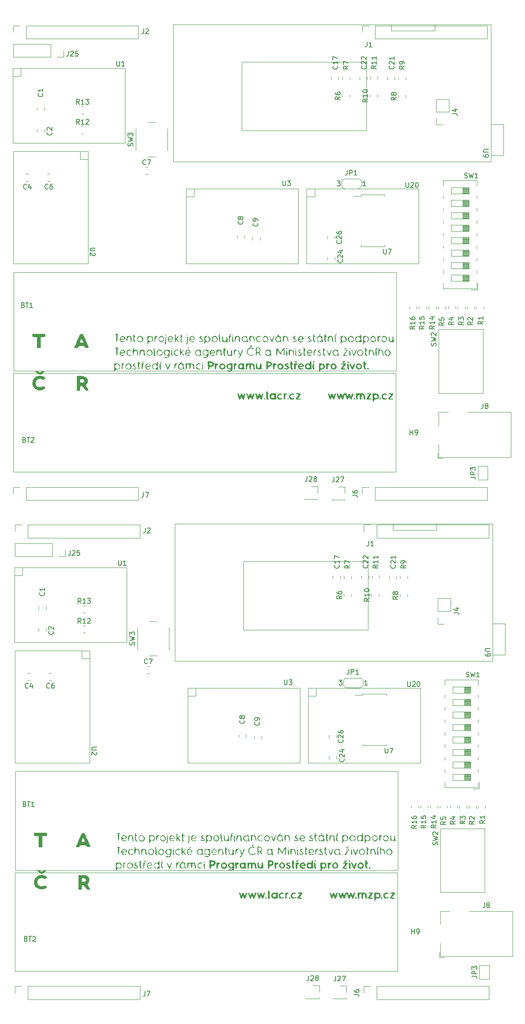
<source format=gbr>
%TF.GenerationSoftware,KiCad,Pcbnew,6.0.7-f9a2dced07~116~ubuntu20.04.1*%
%TF.CreationDate,2022-11-23T13:06:06+01:00*%
%TF.ProjectId,board,626f6172-642e-46b6-9963-61645f706362,rev?*%
%TF.SameCoordinates,Original*%
%TF.FileFunction,Legend,Top*%
%TF.FilePolarity,Positive*%
%FSLAX46Y46*%
G04 Gerber Fmt 4.6, Leading zero omitted, Abs format (unit mm)*
G04 Created by KiCad (PCBNEW 6.0.7-f9a2dced07~116~ubuntu20.04.1) date 2022-11-23 13:06:06*
%MOMM*%
%LPD*%
G01*
G04 APERTURE LIST*
%ADD10C,0.150000*%
%ADD11C,0.120000*%
G04 APERTURE END LIST*
D10*
%TO.C,U20*%
X118319951Y-162184333D02*
X118319951Y-162993857D01*
X118367570Y-163089095D01*
X118415189Y-163136714D01*
X118510427Y-163184333D01*
X118700904Y-163184333D01*
X118796142Y-163136714D01*
X118843761Y-163089095D01*
X118891380Y-162993857D01*
X118891380Y-162184333D01*
X119319951Y-162279572D02*
X119367570Y-162231953D01*
X119462808Y-162184333D01*
X119700904Y-162184333D01*
X119796142Y-162231953D01*
X119843761Y-162279572D01*
X119891380Y-162374810D01*
X119891380Y-162470048D01*
X119843761Y-162612905D01*
X119272332Y-163184333D01*
X119891380Y-163184333D01*
X120510427Y-162184333D02*
X120605666Y-162184333D01*
X120700904Y-162231953D01*
X120748523Y-162279572D01*
X120796142Y-162374810D01*
X120843761Y-162565286D01*
X120843761Y-162803381D01*
X120796142Y-162993857D01*
X120748523Y-163089095D01*
X120700904Y-163136714D01*
X120605666Y-163184333D01*
X120510427Y-163184333D01*
X120415189Y-163136714D01*
X120367570Y-163089095D01*
X120319951Y-162993857D01*
X120272332Y-162803381D01*
X120272332Y-162565286D01*
X120319951Y-162374810D01*
X120367570Y-162279572D01*
X120415189Y-162231953D01*
X120510427Y-162184333D01*
%TO.C,C21*%
X115803189Y-138462310D02*
X115850808Y-138509929D01*
X115898427Y-138652786D01*
X115898427Y-138748024D01*
X115850808Y-138890881D01*
X115755570Y-138986119D01*
X115660332Y-139033738D01*
X115469856Y-139081357D01*
X115326999Y-139081357D01*
X115136523Y-139033738D01*
X115041285Y-138986119D01*
X114946047Y-138890881D01*
X114898427Y-138748024D01*
X114898427Y-138652786D01*
X114946047Y-138509929D01*
X114993666Y-138462310D01*
X114993666Y-138081357D02*
X114946047Y-138033738D01*
X114898427Y-137938500D01*
X114898427Y-137700405D01*
X114946047Y-137605167D01*
X114993666Y-137557548D01*
X115088904Y-137509929D01*
X115184142Y-137509929D01*
X115326999Y-137557548D01*
X115898427Y-138128976D01*
X115898427Y-137509929D01*
X115898427Y-136557548D02*
X115898427Y-137128976D01*
X115898427Y-136843262D02*
X114898427Y-136843262D01*
X115041285Y-136938500D01*
X115136523Y-137033738D01*
X115184142Y-137128976D01*
%TO.C,J25*%
X49550523Y-135469333D02*
X49550523Y-136183619D01*
X49502904Y-136326476D01*
X49407666Y-136421714D01*
X49264808Y-136469333D01*
X49169570Y-136469333D01*
X49979094Y-135564572D02*
X50026713Y-135516953D01*
X50121951Y-135469333D01*
X50360047Y-135469333D01*
X50455285Y-135516953D01*
X50502904Y-135564572D01*
X50550523Y-135659810D01*
X50550523Y-135755048D01*
X50502904Y-135897905D01*
X49931475Y-136469333D01*
X50550523Y-136469333D01*
X51455285Y-135469333D02*
X50979094Y-135469333D01*
X50931475Y-135945524D01*
X50979094Y-135897905D01*
X51074332Y-135850286D01*
X51312427Y-135850286D01*
X51407666Y-135897905D01*
X51455285Y-135945524D01*
X51502904Y-136040762D01*
X51502904Y-136278857D01*
X51455285Y-136374095D01*
X51407666Y-136421714D01*
X51312427Y-136469333D01*
X51074332Y-136469333D01*
X50979094Y-136421714D01*
X50931475Y-136374095D01*
%TO.C,R3*%
X130087427Y-190560619D02*
X129611237Y-190893953D01*
X130087427Y-191132048D02*
X129087427Y-191132048D01*
X129087427Y-190751095D01*
X129135047Y-190655857D01*
X129182666Y-190608238D01*
X129277904Y-190560619D01*
X129420761Y-190560619D01*
X129515999Y-190608238D01*
X129563618Y-190655857D01*
X129611237Y-190751095D01*
X129611237Y-191132048D01*
X129087427Y-190227286D02*
X129087427Y-189608238D01*
X129468380Y-189941572D01*
X129468380Y-189798714D01*
X129515999Y-189703476D01*
X129563618Y-189655857D01*
X129658856Y-189608238D01*
X129896951Y-189608238D01*
X129992189Y-189655857D01*
X130039808Y-189703476D01*
X130087427Y-189798714D01*
X130087427Y-190084429D01*
X130039808Y-190179667D01*
X129992189Y-190227286D01*
%TO.C,JP1*%
X106352713Y-159675333D02*
X106352713Y-160389619D01*
X106305094Y-160532476D01*
X106209856Y-160627714D01*
X106066999Y-160675333D01*
X105971761Y-160675333D01*
X106828904Y-160675333D02*
X106828904Y-159675333D01*
X107209856Y-159675333D01*
X107305094Y-159722953D01*
X107352713Y-159770572D01*
X107400332Y-159865810D01*
X107400332Y-160008667D01*
X107352713Y-160103905D01*
X107305094Y-160151524D01*
X107209856Y-160199143D01*
X106828904Y-160199143D01*
X108352713Y-160675333D02*
X107781285Y-160675333D01*
X108066999Y-160675333D02*
X108066999Y-159675333D01*
X107971761Y-159818191D01*
X107876523Y-159913429D01*
X107781285Y-159961048D01*
X104322713Y-161885333D02*
X104941761Y-161885333D01*
X104608427Y-162266286D01*
X104751285Y-162266286D01*
X104846523Y-162313905D01*
X104894142Y-162361524D01*
X104941761Y-162456762D01*
X104941761Y-162694857D01*
X104894142Y-162790095D01*
X104846523Y-162837714D01*
X104751285Y-162885333D01*
X104465570Y-162885333D01*
X104370332Y-162837714D01*
X104322713Y-162790095D01*
X110141761Y-162885333D02*
X109570332Y-162885333D01*
X109856047Y-162885333D02*
X109856047Y-161885333D01*
X109760808Y-162028191D01*
X109665570Y-162123429D01*
X109570332Y-162171048D01*
%TO.C,C4*%
X40998380Y-163421095D02*
X40950761Y-163468714D01*
X40807904Y-163516333D01*
X40712666Y-163516333D01*
X40569808Y-163468714D01*
X40474570Y-163373476D01*
X40426951Y-163278238D01*
X40379332Y-163087762D01*
X40379332Y-162944905D01*
X40426951Y-162754429D01*
X40474570Y-162659191D01*
X40569808Y-162563953D01*
X40712666Y-162516333D01*
X40807904Y-162516333D01*
X40950761Y-162563953D01*
X40998380Y-162611572D01*
X41855523Y-162849667D02*
X41855523Y-163516333D01*
X41617427Y-162468714D02*
X41379332Y-163183000D01*
X41998380Y-163183000D01*
%TO.C,J1*%
X110410713Y-133564333D02*
X110410713Y-134278619D01*
X110363094Y-134421476D01*
X110267856Y-134516714D01*
X110124999Y-134564333D01*
X110029761Y-134564333D01*
X111410713Y-134564333D02*
X110839285Y-134564333D01*
X111124999Y-134564333D02*
X111124999Y-133564333D01*
X111029761Y-133707191D01*
X110934523Y-133802429D01*
X110839285Y-133850048D01*
%TO.C,C6*%
X45368380Y-163421095D02*
X45320761Y-163468714D01*
X45177904Y-163516333D01*
X45082666Y-163516333D01*
X44939808Y-163468714D01*
X44844570Y-163373476D01*
X44796951Y-163278238D01*
X44749332Y-163087762D01*
X44749332Y-162944905D01*
X44796951Y-162754429D01*
X44844570Y-162659191D01*
X44939808Y-162563953D01*
X45082666Y-162516333D01*
X45177904Y-162516333D01*
X45320761Y-162563953D01*
X45368380Y-162611572D01*
X46225523Y-162516333D02*
X46035047Y-162516333D01*
X45939808Y-162563953D01*
X45892189Y-162611572D01*
X45796951Y-162754429D01*
X45749332Y-162944905D01*
X45749332Y-163325857D01*
X45796951Y-163421095D01*
X45844570Y-163468714D01*
X45939808Y-163516333D01*
X46130285Y-163516333D01*
X46225523Y-163468714D01*
X46273142Y-163421095D01*
X46320761Y-163325857D01*
X46320761Y-163087762D01*
X46273142Y-162992524D01*
X46225523Y-162944905D01*
X46130285Y-162897286D01*
X45939808Y-162897286D01*
X45844570Y-162944905D01*
X45796951Y-162992524D01*
X45749332Y-163087762D01*
%TO.C,SW3*%
X62643808Y-154749286D02*
X62691427Y-154606429D01*
X62691427Y-154368333D01*
X62643808Y-154273095D01*
X62596189Y-154225476D01*
X62500951Y-154177857D01*
X62405713Y-154177857D01*
X62310475Y-154225476D01*
X62262856Y-154273095D01*
X62215237Y-154368333D01*
X62167618Y-154558810D01*
X62119999Y-154654048D01*
X62072380Y-154701667D01*
X61977142Y-154749286D01*
X61881904Y-154749286D01*
X61786666Y-154701667D01*
X61739047Y-154654048D01*
X61691427Y-154558810D01*
X61691427Y-154320714D01*
X61739047Y-154177857D01*
X61691427Y-153844524D02*
X62691427Y-153606429D01*
X61977142Y-153415953D01*
X62691427Y-153225476D01*
X61691427Y-152987381D01*
X61691427Y-152701667D02*
X61691427Y-152082619D01*
X62072380Y-152415953D01*
X62072380Y-152273095D01*
X62119999Y-152177857D01*
X62167618Y-152130238D01*
X62262856Y-152082619D01*
X62500951Y-152082619D01*
X62596189Y-152130238D01*
X62643808Y-152177857D01*
X62691427Y-152273095D01*
X62691427Y-152558810D01*
X62643808Y-152654048D01*
X62596189Y-152701667D01*
%TO.C,R12*%
X51772689Y-150313333D02*
X51439356Y-149837143D01*
X51201261Y-150313333D02*
X51201261Y-149313333D01*
X51582213Y-149313333D01*
X51677451Y-149360953D01*
X51725070Y-149408572D01*
X51772689Y-149503810D01*
X51772689Y-149646667D01*
X51725070Y-149741905D01*
X51677451Y-149789524D01*
X51582213Y-149837143D01*
X51201261Y-149837143D01*
X52725070Y-150313333D02*
X52153642Y-150313333D01*
X52439356Y-150313333D02*
X52439356Y-149313333D01*
X52344118Y-149456191D01*
X52248880Y-149551429D01*
X52153642Y-149599048D01*
X53106023Y-149408572D02*
X53153642Y-149360953D01*
X53248880Y-149313333D01*
X53486975Y-149313333D01*
X53582213Y-149360953D01*
X53629832Y-149408572D01*
X53677451Y-149503810D01*
X53677451Y-149599048D01*
X53629832Y-149741905D01*
X53058404Y-150313333D01*
X53677451Y-150313333D01*
%TO.C,R1*%
X134077427Y-190430619D02*
X133601237Y-190763953D01*
X134077427Y-191002048D02*
X133077427Y-191002048D01*
X133077427Y-190621095D01*
X133125047Y-190525857D01*
X133172666Y-190478238D01*
X133267904Y-190430619D01*
X133410761Y-190430619D01*
X133505999Y-190478238D01*
X133553618Y-190525857D01*
X133601237Y-190621095D01*
X133601237Y-191002048D01*
X134077427Y-189478238D02*
X134077427Y-190049667D01*
X134077427Y-189763953D02*
X133077427Y-189763953D01*
X133220285Y-189859191D01*
X133315523Y-189954429D01*
X133363142Y-190049667D01*
%TO.C,R8*%
X116345427Y-144796119D02*
X115869237Y-145129453D01*
X116345427Y-145367548D02*
X115345427Y-145367548D01*
X115345427Y-144986595D01*
X115393047Y-144891357D01*
X115440666Y-144843738D01*
X115535904Y-144796119D01*
X115678761Y-144796119D01*
X115773999Y-144843738D01*
X115821618Y-144891357D01*
X115869237Y-144986595D01*
X115869237Y-145367548D01*
X115773999Y-144224691D02*
X115726380Y-144319929D01*
X115678761Y-144367548D01*
X115583523Y-144415167D01*
X115535904Y-144415167D01*
X115440666Y-144367548D01*
X115393047Y-144319929D01*
X115345427Y-144224691D01*
X115345427Y-144034214D01*
X115393047Y-143938976D01*
X115440666Y-143891357D01*
X115535904Y-143843738D01*
X115583523Y-143843738D01*
X115678761Y-143891357D01*
X115726380Y-143938976D01*
X115773999Y-144034214D01*
X115773999Y-144224691D01*
X115821618Y-144319929D01*
X115869237Y-144367548D01*
X115964475Y-144415167D01*
X116154951Y-144415167D01*
X116250189Y-144367548D01*
X116297808Y-144319929D01*
X116345427Y-144224691D01*
X116345427Y-144034214D01*
X116297808Y-143938976D01*
X116250189Y-143891357D01*
X116154951Y-143843738D01*
X115964475Y-143843738D01*
X115869237Y-143891357D01*
X115821618Y-143938976D01*
X115773999Y-144034214D01*
%TO.C,J27*%
X103685523Y-222136333D02*
X103685523Y-222850619D01*
X103637904Y-222993476D01*
X103542666Y-223088714D01*
X103399808Y-223136333D01*
X103304570Y-223136333D01*
X104114094Y-222231572D02*
X104161713Y-222183953D01*
X104256951Y-222136333D01*
X104495047Y-222136333D01*
X104590285Y-222183953D01*
X104637904Y-222231572D01*
X104685523Y-222326810D01*
X104685523Y-222422048D01*
X104637904Y-222564905D01*
X104066475Y-223136333D01*
X104685523Y-223136333D01*
X105018856Y-222136333D02*
X105685523Y-222136333D01*
X105256951Y-223136333D01*
%TO.C,JP3*%
X131473427Y-222177286D02*
X132187713Y-222177286D01*
X132330570Y-222224905D01*
X132425808Y-222320143D01*
X132473427Y-222463000D01*
X132473427Y-222558238D01*
X132473427Y-221701095D02*
X131473427Y-221701095D01*
X131473427Y-221320143D01*
X131521047Y-221224905D01*
X131568666Y-221177286D01*
X131663904Y-221129667D01*
X131806761Y-221129667D01*
X131901999Y-221177286D01*
X131949618Y-221224905D01*
X131997237Y-221320143D01*
X131997237Y-221701095D01*
X131473427Y-220796333D02*
X131473427Y-220177286D01*
X131854380Y-220510619D01*
X131854380Y-220367762D01*
X131901999Y-220272524D01*
X131949618Y-220224905D01*
X132044856Y-220177286D01*
X132282951Y-220177286D01*
X132378189Y-220224905D01*
X132425808Y-220272524D01*
X132473427Y-220367762D01*
X132473427Y-220653476D01*
X132425808Y-220748714D01*
X132378189Y-220796333D01*
%TO.C,C24*%
X105352189Y-177876810D02*
X105399808Y-177924429D01*
X105447427Y-178067286D01*
X105447427Y-178162524D01*
X105399808Y-178305381D01*
X105304570Y-178400619D01*
X105209332Y-178448238D01*
X105018856Y-178495857D01*
X104875999Y-178495857D01*
X104685523Y-178448238D01*
X104590285Y-178400619D01*
X104495047Y-178305381D01*
X104447427Y-178162524D01*
X104447427Y-178067286D01*
X104495047Y-177924429D01*
X104542666Y-177876810D01*
X104542666Y-177495857D02*
X104495047Y-177448238D01*
X104447427Y-177353000D01*
X104447427Y-177114905D01*
X104495047Y-177019667D01*
X104542666Y-176972048D01*
X104637904Y-176924429D01*
X104733142Y-176924429D01*
X104875999Y-176972048D01*
X105447427Y-177543476D01*
X105447427Y-176924429D01*
X104780761Y-176067286D02*
X105447427Y-176067286D01*
X104399808Y-176305381D02*
X105114094Y-176543476D01*
X105114094Y-175924429D01*
%TO.C,SW1*%
X130301713Y-161198714D02*
X130444570Y-161246333D01*
X130682666Y-161246333D01*
X130777904Y-161198714D01*
X130825523Y-161151095D01*
X130873142Y-161055857D01*
X130873142Y-160960619D01*
X130825523Y-160865381D01*
X130777904Y-160817762D01*
X130682666Y-160770143D01*
X130492189Y-160722524D01*
X130396951Y-160674905D01*
X130349332Y-160627286D01*
X130301713Y-160532048D01*
X130301713Y-160436810D01*
X130349332Y-160341572D01*
X130396951Y-160293953D01*
X130492189Y-160246333D01*
X130730285Y-160246333D01*
X130873142Y-160293953D01*
X131206475Y-160246333D02*
X131444570Y-161246333D01*
X131635047Y-160532048D01*
X131825523Y-161246333D01*
X132063618Y-160246333D01*
X132968380Y-161246333D02*
X132396951Y-161246333D01*
X132682666Y-161246333D02*
X132682666Y-160246333D01*
X132587427Y-160389191D01*
X132492189Y-160484429D01*
X132396951Y-160532048D01*
%TO.C,C7*%
X65306380Y-158443095D02*
X65258761Y-158490714D01*
X65115904Y-158538333D01*
X65020666Y-158538333D01*
X64877808Y-158490714D01*
X64782570Y-158395476D01*
X64734951Y-158300238D01*
X64687332Y-158109762D01*
X64687332Y-157966905D01*
X64734951Y-157776429D01*
X64782570Y-157681191D01*
X64877808Y-157585953D01*
X65020666Y-157538333D01*
X65115904Y-157538333D01*
X65258761Y-157585953D01*
X65306380Y-157633572D01*
X65639713Y-157538333D02*
X66306380Y-157538333D01*
X65877808Y-158538333D01*
%TO.C,C22*%
X110153189Y-138437810D02*
X110200808Y-138485429D01*
X110248427Y-138628286D01*
X110248427Y-138723524D01*
X110200808Y-138866381D01*
X110105570Y-138961619D01*
X110010332Y-139009238D01*
X109819856Y-139056857D01*
X109676999Y-139056857D01*
X109486523Y-139009238D01*
X109391285Y-138961619D01*
X109296047Y-138866381D01*
X109248427Y-138723524D01*
X109248427Y-138628286D01*
X109296047Y-138485429D01*
X109343666Y-138437810D01*
X109343666Y-138056857D02*
X109296047Y-138009238D01*
X109248427Y-137914000D01*
X109248427Y-137675905D01*
X109296047Y-137580667D01*
X109343666Y-137533048D01*
X109438904Y-137485429D01*
X109534142Y-137485429D01*
X109676999Y-137533048D01*
X110248427Y-138104476D01*
X110248427Y-137485429D01*
X109343666Y-137104476D02*
X109296047Y-137056857D01*
X109248427Y-136961619D01*
X109248427Y-136723524D01*
X109296047Y-136628286D01*
X109343666Y-136580667D01*
X109438904Y-136533048D01*
X109534142Y-136533048D01*
X109676999Y-136580667D01*
X110248427Y-137152095D01*
X110248427Y-136533048D01*
%TO.C,R2*%
X131947427Y-190590619D02*
X131471237Y-190923953D01*
X131947427Y-191162048D02*
X130947427Y-191162048D01*
X130947427Y-190781095D01*
X130995047Y-190685857D01*
X131042666Y-190638238D01*
X131137904Y-190590619D01*
X131280761Y-190590619D01*
X131375999Y-190638238D01*
X131423618Y-190685857D01*
X131471237Y-190781095D01*
X131471237Y-191162048D01*
X131042666Y-190209667D02*
X130995047Y-190162048D01*
X130947427Y-190066810D01*
X130947427Y-189828714D01*
X130995047Y-189733476D01*
X131042666Y-189685857D01*
X131137904Y-189638238D01*
X131233142Y-189638238D01*
X131375999Y-189685857D01*
X131947427Y-190257286D01*
X131947427Y-189638238D01*
%TO.C,R13*%
X51772689Y-146249333D02*
X51439356Y-145773143D01*
X51201261Y-146249333D02*
X51201261Y-145249333D01*
X51582213Y-145249333D01*
X51677451Y-145296953D01*
X51725070Y-145344572D01*
X51772689Y-145439810D01*
X51772689Y-145582667D01*
X51725070Y-145677905D01*
X51677451Y-145725524D01*
X51582213Y-145773143D01*
X51201261Y-145773143D01*
X52725070Y-146249333D02*
X52153642Y-146249333D01*
X52439356Y-146249333D02*
X52439356Y-145249333D01*
X52344118Y-145392191D01*
X52248880Y-145487429D01*
X52153642Y-145535048D01*
X53058404Y-145249333D02*
X53677451Y-145249333D01*
X53344118Y-145630286D01*
X53486975Y-145630286D01*
X53582213Y-145677905D01*
X53629832Y-145725524D01*
X53677451Y-145820762D01*
X53677451Y-146058857D01*
X53629832Y-146154095D01*
X53582213Y-146201714D01*
X53486975Y-146249333D01*
X53201261Y-146249333D01*
X53106023Y-146201714D01*
X53058404Y-146154095D01*
%TO.C,U1*%
X59404142Y-137505333D02*
X59404142Y-138314857D01*
X59451761Y-138410095D01*
X59499380Y-138457714D01*
X59594618Y-138505333D01*
X59785094Y-138505333D01*
X59880332Y-138457714D01*
X59927951Y-138410095D01*
X59975570Y-138314857D01*
X59975570Y-137505333D01*
X60975570Y-138505333D02*
X60404142Y-138505333D01*
X60689856Y-138505333D02*
X60689856Y-137505333D01*
X60594618Y-137648191D01*
X60499380Y-137743429D01*
X60404142Y-137791048D01*
%TO.C,U9*%
X135167666Y-155448048D02*
X134358142Y-155448048D01*
X134262904Y-155495667D01*
X134215285Y-155543286D01*
X134167666Y-155638524D01*
X134167666Y-155829000D01*
X134215285Y-155924238D01*
X134262904Y-155971857D01*
X134358142Y-156019476D01*
X135167666Y-156019476D01*
X134167666Y-156543286D02*
X134167666Y-156733762D01*
X134215285Y-156829000D01*
X134262904Y-156876619D01*
X134405761Y-156971857D01*
X134596237Y-157019476D01*
X134977189Y-157019476D01*
X135072427Y-156971857D01*
X135120047Y-156924238D01*
X135167666Y-156829000D01*
X135167666Y-156638524D01*
X135120047Y-156543286D01*
X135072427Y-156495667D01*
X134977189Y-156448048D01*
X134739094Y-156448048D01*
X134643856Y-156495667D01*
X134596237Y-156543286D01*
X134548618Y-156638524D01*
X134548618Y-156829000D01*
X134596237Y-156924238D01*
X134643856Y-156971857D01*
X134739094Y-157019476D01*
%TO.C,C26*%
X105102189Y-173997810D02*
X105149808Y-174045429D01*
X105197427Y-174188286D01*
X105197427Y-174283524D01*
X105149808Y-174426381D01*
X105054570Y-174521619D01*
X104959332Y-174569238D01*
X104768856Y-174616857D01*
X104625999Y-174616857D01*
X104435523Y-174569238D01*
X104340285Y-174521619D01*
X104245047Y-174426381D01*
X104197427Y-174283524D01*
X104197427Y-174188286D01*
X104245047Y-174045429D01*
X104292666Y-173997810D01*
X104292666Y-173616857D02*
X104245047Y-173569238D01*
X104197427Y-173474000D01*
X104197427Y-173235905D01*
X104245047Y-173140667D01*
X104292666Y-173093048D01*
X104387904Y-173045429D01*
X104483142Y-173045429D01*
X104625999Y-173093048D01*
X105197427Y-173664476D01*
X105197427Y-173045429D01*
X104197427Y-172188286D02*
X104197427Y-172378762D01*
X104245047Y-172474000D01*
X104292666Y-172521619D01*
X104435523Y-172616857D01*
X104625999Y-172664476D01*
X105006951Y-172664476D01*
X105102189Y-172616857D01*
X105149808Y-172569238D01*
X105197427Y-172474000D01*
X105197427Y-172283524D01*
X105149808Y-172188286D01*
X105102189Y-172140667D01*
X105006951Y-172093048D01*
X104768856Y-172093048D01*
X104673618Y-172140667D01*
X104625999Y-172188286D01*
X104578380Y-172283524D01*
X104578380Y-172474000D01*
X104625999Y-172569238D01*
X104673618Y-172616857D01*
X104768856Y-172664476D01*
%TO.C,H9*%
X119183142Y-213556333D02*
X119183142Y-212556333D01*
X119183142Y-213032524D02*
X119754570Y-213032524D01*
X119754570Y-213556333D02*
X119754570Y-212556333D01*
X120278380Y-213556333D02*
X120468856Y-213556333D01*
X120564094Y-213508714D01*
X120611713Y-213461095D01*
X120706951Y-213318238D01*
X120754570Y-213127762D01*
X120754570Y-212746810D01*
X120706951Y-212651572D01*
X120659332Y-212603953D01*
X120564094Y-212556333D01*
X120373618Y-212556333D01*
X120278380Y-212603953D01*
X120230761Y-212651572D01*
X120183142Y-212746810D01*
X120183142Y-212984905D01*
X120230761Y-213080143D01*
X120278380Y-213127762D01*
X120373618Y-213175381D01*
X120564094Y-213175381D01*
X120659332Y-213127762D01*
X120706951Y-213080143D01*
X120754570Y-212984905D01*
%TO.C,C2*%
X46062189Y-151920619D02*
X46109808Y-151968238D01*
X46157427Y-152111095D01*
X46157427Y-152206333D01*
X46109808Y-152349191D01*
X46014570Y-152444429D01*
X45919332Y-152492048D01*
X45728856Y-152539667D01*
X45585999Y-152539667D01*
X45395523Y-152492048D01*
X45300285Y-152444429D01*
X45205047Y-152349191D01*
X45157427Y-152206333D01*
X45157427Y-152111095D01*
X45205047Y-151968238D01*
X45252666Y-151920619D01*
X45252666Y-151539667D02*
X45205047Y-151492048D01*
X45157427Y-151396810D01*
X45157427Y-151158714D01*
X45205047Y-151063476D01*
X45252666Y-151015857D01*
X45347904Y-150968238D01*
X45443142Y-150968238D01*
X45585999Y-151015857D01*
X46157427Y-151587286D01*
X46157427Y-150968238D01*
%TO.C,R4*%
X128067427Y-190590619D02*
X127591237Y-190923953D01*
X128067427Y-191162048D02*
X127067427Y-191162048D01*
X127067427Y-190781095D01*
X127115047Y-190685857D01*
X127162666Y-190638238D01*
X127257904Y-190590619D01*
X127400761Y-190590619D01*
X127495999Y-190638238D01*
X127543618Y-190685857D01*
X127591237Y-190781095D01*
X127591237Y-191162048D01*
X127400761Y-189733476D02*
X128067427Y-189733476D01*
X127019808Y-189971572D02*
X127734094Y-190209667D01*
X127734094Y-189590619D01*
%TO.C,R14*%
X124137427Y-191386810D02*
X123661237Y-191720143D01*
X124137427Y-191958238D02*
X123137427Y-191958238D01*
X123137427Y-191577286D01*
X123185047Y-191482048D01*
X123232666Y-191434429D01*
X123327904Y-191386810D01*
X123470761Y-191386810D01*
X123565999Y-191434429D01*
X123613618Y-191482048D01*
X123661237Y-191577286D01*
X123661237Y-191958238D01*
X124137427Y-190434429D02*
X124137427Y-191005857D01*
X124137427Y-190720143D02*
X123137427Y-190720143D01*
X123280285Y-190815381D01*
X123375523Y-190910619D01*
X123423142Y-191005857D01*
X123470761Y-189577286D02*
X124137427Y-189577286D01*
X123089808Y-189815381D02*
X123804094Y-190053476D01*
X123804094Y-189434429D01*
%TO.C,R10*%
X110503427Y-145192310D02*
X110027237Y-145525643D01*
X110503427Y-145763738D02*
X109503427Y-145763738D01*
X109503427Y-145382786D01*
X109551047Y-145287548D01*
X109598666Y-145239929D01*
X109693904Y-145192310D01*
X109836761Y-145192310D01*
X109931999Y-145239929D01*
X109979618Y-145287548D01*
X110027237Y-145382786D01*
X110027237Y-145763738D01*
X110503427Y-144239929D02*
X110503427Y-144811357D01*
X110503427Y-144525643D02*
X109503427Y-144525643D01*
X109646285Y-144620881D01*
X109741523Y-144716119D01*
X109789142Y-144811357D01*
X109503427Y-143620881D02*
X109503427Y-143525643D01*
X109551047Y-143430405D01*
X109598666Y-143382786D01*
X109693904Y-143335167D01*
X109884380Y-143287548D01*
X110122475Y-143287548D01*
X110312951Y-143335167D01*
X110408189Y-143382786D01*
X110455808Y-143430405D01*
X110503427Y-143525643D01*
X110503427Y-143620881D01*
X110455808Y-143716119D01*
X110408189Y-143763738D01*
X110312951Y-143811357D01*
X110122475Y-143858976D01*
X109884380Y-143858976D01*
X109693904Y-143811357D01*
X109598666Y-143763738D01*
X109551047Y-143716119D01*
X109503427Y-143620881D01*
%TO.C,C17*%
X104311189Y-138461310D02*
X104358808Y-138508929D01*
X104406427Y-138651786D01*
X104406427Y-138747024D01*
X104358808Y-138889881D01*
X104263570Y-138985119D01*
X104168332Y-139032738D01*
X103977856Y-139080357D01*
X103834999Y-139080357D01*
X103644523Y-139032738D01*
X103549285Y-138985119D01*
X103454047Y-138889881D01*
X103406427Y-138747024D01*
X103406427Y-138651786D01*
X103454047Y-138508929D01*
X103501666Y-138461310D01*
X104406427Y-137508929D02*
X104406427Y-138080357D01*
X104406427Y-137794643D02*
X103406427Y-137794643D01*
X103549285Y-137889881D01*
X103644523Y-137985119D01*
X103692142Y-138080357D01*
X103406427Y-137175595D02*
X103406427Y-136508929D01*
X104406427Y-136937500D01*
%TO.C,R5*%
X126107427Y-190670619D02*
X125631237Y-191003953D01*
X126107427Y-191242048D02*
X125107427Y-191242048D01*
X125107427Y-190861095D01*
X125155047Y-190765857D01*
X125202666Y-190718238D01*
X125297904Y-190670619D01*
X125440761Y-190670619D01*
X125535999Y-190718238D01*
X125583618Y-190765857D01*
X125631237Y-190861095D01*
X125631237Y-191242048D01*
X125107427Y-189765857D02*
X125107427Y-190242048D01*
X125583618Y-190289667D01*
X125535999Y-190242048D01*
X125488380Y-190146810D01*
X125488380Y-189908714D01*
X125535999Y-189813476D01*
X125583618Y-189765857D01*
X125678856Y-189718238D01*
X125916951Y-189718238D01*
X126012189Y-189765857D01*
X126059808Y-189813476D01*
X126107427Y-189908714D01*
X126107427Y-190146810D01*
X126059808Y-190242048D01*
X126012189Y-190289667D01*
%TO.C,J6*%
X107426427Y-225885286D02*
X108140713Y-225885286D01*
X108283570Y-225932905D01*
X108378808Y-226028143D01*
X108426427Y-226171000D01*
X108426427Y-226266238D01*
X107426427Y-224980524D02*
X107426427Y-225171000D01*
X107474047Y-225266238D01*
X107521666Y-225313857D01*
X107664523Y-225409095D01*
X107854999Y-225456714D01*
X108235951Y-225456714D01*
X108331189Y-225409095D01*
X108378808Y-225361476D01*
X108426427Y-225266238D01*
X108426427Y-225075762D01*
X108378808Y-224980524D01*
X108331189Y-224932905D01*
X108235951Y-224885286D01*
X107997856Y-224885286D01*
X107902618Y-224932905D01*
X107854999Y-224980524D01*
X107807380Y-225075762D01*
X107807380Y-225266238D01*
X107854999Y-225361476D01*
X107902618Y-225409095D01*
X107997856Y-225456714D01*
%TO.C,J2*%
X64871713Y-130886333D02*
X64871713Y-131600619D01*
X64824094Y-131743476D01*
X64728856Y-131838714D01*
X64585999Y-131886333D01*
X64490761Y-131886333D01*
X65300285Y-130981572D02*
X65347904Y-130933953D01*
X65443142Y-130886333D01*
X65681237Y-130886333D01*
X65776475Y-130933953D01*
X65824094Y-130981572D01*
X65871713Y-131076810D01*
X65871713Y-131172048D01*
X65824094Y-131314905D01*
X65252666Y-131886333D01*
X65871713Y-131886333D01*
%TO.C,R11*%
X112280427Y-138437810D02*
X111804237Y-138771143D01*
X112280427Y-139009238D02*
X111280427Y-139009238D01*
X111280427Y-138628286D01*
X111328047Y-138533048D01*
X111375666Y-138485429D01*
X111470904Y-138437810D01*
X111613761Y-138437810D01*
X111708999Y-138485429D01*
X111756618Y-138533048D01*
X111804237Y-138628286D01*
X111804237Y-139009238D01*
X112280427Y-137485429D02*
X112280427Y-138056857D01*
X112280427Y-137771143D02*
X111280427Y-137771143D01*
X111423285Y-137866381D01*
X111518523Y-137961619D01*
X111566142Y-138056857D01*
X112280427Y-136533048D02*
X112280427Y-137104476D01*
X112280427Y-136818762D02*
X111280427Y-136818762D01*
X111423285Y-136914000D01*
X111518523Y-137009238D01*
X111566142Y-137104476D01*
%TO.C,R15*%
X122067427Y-191406810D02*
X121591237Y-191740143D01*
X122067427Y-191978238D02*
X121067427Y-191978238D01*
X121067427Y-191597286D01*
X121115047Y-191502048D01*
X121162666Y-191454429D01*
X121257904Y-191406810D01*
X121400761Y-191406810D01*
X121495999Y-191454429D01*
X121543618Y-191502048D01*
X121591237Y-191597286D01*
X121591237Y-191978238D01*
X122067427Y-190454429D02*
X122067427Y-191025857D01*
X122067427Y-190740143D02*
X121067427Y-190740143D01*
X121210285Y-190835381D01*
X121305523Y-190930619D01*
X121353142Y-191025857D01*
X121067427Y-189549667D02*
X121067427Y-190025857D01*
X121543618Y-190073476D01*
X121495999Y-190025857D01*
X121448380Y-189930619D01*
X121448380Y-189692524D01*
X121495999Y-189597286D01*
X121543618Y-189549667D01*
X121638856Y-189502048D01*
X121876951Y-189502048D01*
X121972189Y-189549667D01*
X122019808Y-189597286D01*
X122067427Y-189692524D01*
X122067427Y-189930619D01*
X122019808Y-190025857D01*
X121972189Y-190073476D01*
%TO.C,R7*%
X106565427Y-138493119D02*
X106089237Y-138826453D01*
X106565427Y-139064548D02*
X105565427Y-139064548D01*
X105565427Y-138683595D01*
X105613047Y-138588357D01*
X105660666Y-138540738D01*
X105755904Y-138493119D01*
X105898761Y-138493119D01*
X105993999Y-138540738D01*
X106041618Y-138588357D01*
X106089237Y-138683595D01*
X106089237Y-139064548D01*
X105565427Y-138159786D02*
X105565427Y-137493119D01*
X106565427Y-137921691D01*
%TO.C,U7*%
X113763142Y-175736333D02*
X113763142Y-176545857D01*
X113810761Y-176641095D01*
X113858380Y-176688714D01*
X113953618Y-176736333D01*
X114144094Y-176736333D01*
X114239332Y-176688714D01*
X114286951Y-176641095D01*
X114334570Y-176545857D01*
X114334570Y-175736333D01*
X114715523Y-175736333D02*
X115382189Y-175736333D01*
X114953618Y-176736333D01*
%TO.C,J7*%
X64811713Y-225256333D02*
X64811713Y-225970619D01*
X64764094Y-226113476D01*
X64668856Y-226208714D01*
X64525999Y-226256333D01*
X64430761Y-226256333D01*
X65192666Y-225256333D02*
X65859332Y-225256333D01*
X65430761Y-226256333D01*
%TO.C,U2*%
X54956666Y-175529048D02*
X54147142Y-175529048D01*
X54051904Y-175576667D01*
X54004285Y-175624286D01*
X53956666Y-175719524D01*
X53956666Y-175910000D01*
X54004285Y-176005238D01*
X54051904Y-176052857D01*
X54147142Y-176100476D01*
X54956666Y-176100476D01*
X54861427Y-176529048D02*
X54909047Y-176576667D01*
X54956666Y-176671905D01*
X54956666Y-176910000D01*
X54909047Y-177005238D01*
X54861427Y-177052857D01*
X54766189Y-177100476D01*
X54670951Y-177100476D01*
X54528094Y-177052857D01*
X53956666Y-176481429D01*
X53956666Y-177100476D01*
%TO.C,BT2*%
X40557332Y-214558524D02*
X40700189Y-214606143D01*
X40747808Y-214653762D01*
X40795427Y-214749000D01*
X40795427Y-214891857D01*
X40747808Y-214987095D01*
X40700189Y-215034714D01*
X40604951Y-215082333D01*
X40223999Y-215082333D01*
X40223999Y-214082333D01*
X40557332Y-214082333D01*
X40652570Y-214129953D01*
X40700189Y-214177572D01*
X40747808Y-214272810D01*
X40747808Y-214368048D01*
X40700189Y-214463286D01*
X40652570Y-214510905D01*
X40557332Y-214558524D01*
X40223999Y-214558524D01*
X41081142Y-214082333D02*
X41652570Y-214082333D01*
X41366856Y-215082333D02*
X41366856Y-214082333D01*
X41938285Y-214177572D02*
X41985904Y-214129953D01*
X42081142Y-214082333D01*
X42319237Y-214082333D01*
X42414475Y-214129953D01*
X42462094Y-214177572D01*
X42509713Y-214272810D01*
X42509713Y-214368048D01*
X42462094Y-214510905D01*
X41890666Y-215082333D01*
X42509713Y-215082333D01*
%TO.C,U3*%
X93220142Y-161811333D02*
X93220142Y-162620857D01*
X93267761Y-162716095D01*
X93315380Y-162763714D01*
X93410618Y-162811333D01*
X93601094Y-162811333D01*
X93696332Y-162763714D01*
X93743951Y-162716095D01*
X93791570Y-162620857D01*
X93791570Y-161811333D01*
X94172523Y-161811333D02*
X94791570Y-161811333D01*
X94458237Y-162192286D01*
X94601094Y-162192286D01*
X94696332Y-162239905D01*
X94743951Y-162287524D01*
X94791570Y-162382762D01*
X94791570Y-162620857D01*
X94743951Y-162716095D01*
X94696332Y-162763714D01*
X94601094Y-162811333D01*
X94315380Y-162811333D01*
X94220142Y-162763714D01*
X94172523Y-162716095D01*
%TO.C,R9*%
X117995427Y-138469619D02*
X117519237Y-138802953D01*
X117995427Y-139041048D02*
X116995427Y-139041048D01*
X116995427Y-138660095D01*
X117043047Y-138564857D01*
X117090666Y-138517238D01*
X117185904Y-138469619D01*
X117328761Y-138469619D01*
X117423999Y-138517238D01*
X117471618Y-138564857D01*
X117519237Y-138660095D01*
X117519237Y-139041048D01*
X117995427Y-137993429D02*
X117995427Y-137802953D01*
X117947808Y-137707714D01*
X117900189Y-137660095D01*
X117757332Y-137564857D01*
X117566856Y-137517238D01*
X117185904Y-137517238D01*
X117090666Y-137564857D01*
X117043047Y-137612476D01*
X116995427Y-137707714D01*
X116995427Y-137898191D01*
X117043047Y-137993429D01*
X117090666Y-138041048D01*
X117185904Y-138088667D01*
X117423999Y-138088667D01*
X117519237Y-138041048D01*
X117566856Y-137993429D01*
X117614475Y-137898191D01*
X117614475Y-137707714D01*
X117566856Y-137612476D01*
X117519237Y-137564857D01*
X117423999Y-137517238D01*
%TO.C,R6*%
X104915427Y-144716119D02*
X104439237Y-145049453D01*
X104915427Y-145287548D02*
X103915427Y-145287548D01*
X103915427Y-144906595D01*
X103963047Y-144811357D01*
X104010666Y-144763738D01*
X104105904Y-144716119D01*
X104248761Y-144716119D01*
X104343999Y-144763738D01*
X104391618Y-144811357D01*
X104439237Y-144906595D01*
X104439237Y-145287548D01*
X103915427Y-143858976D02*
X103915427Y-144049453D01*
X103963047Y-144144691D01*
X104010666Y-144192310D01*
X104153523Y-144287548D01*
X104343999Y-144335167D01*
X104724951Y-144335167D01*
X104820189Y-144287548D01*
X104867808Y-144239929D01*
X104915427Y-144144691D01*
X104915427Y-143954214D01*
X104867808Y-143858976D01*
X104820189Y-143811357D01*
X104724951Y-143763738D01*
X104486856Y-143763738D01*
X104391618Y-143811357D01*
X104343999Y-143858976D01*
X104296380Y-143954214D01*
X104296380Y-144144691D01*
X104343999Y-144239929D01*
X104391618Y-144287548D01*
X104486856Y-144335167D01*
%TO.C,C1*%
X44240189Y-144057619D02*
X44287808Y-144105238D01*
X44335427Y-144248095D01*
X44335427Y-144343333D01*
X44287808Y-144486191D01*
X44192570Y-144581429D01*
X44097332Y-144629048D01*
X43906856Y-144676667D01*
X43763999Y-144676667D01*
X43573523Y-144629048D01*
X43478285Y-144581429D01*
X43383047Y-144486191D01*
X43335427Y-144343333D01*
X43335427Y-144248095D01*
X43383047Y-144105238D01*
X43430666Y-144057619D01*
X44335427Y-143105238D02*
X44335427Y-143676667D01*
X44335427Y-143390953D02*
X43335427Y-143390953D01*
X43478285Y-143486191D01*
X43573523Y-143581429D01*
X43621142Y-143676667D01*
%TO.C,R16*%
X120177427Y-191436810D02*
X119701237Y-191770143D01*
X120177427Y-192008238D02*
X119177427Y-192008238D01*
X119177427Y-191627286D01*
X119225047Y-191532048D01*
X119272666Y-191484429D01*
X119367904Y-191436810D01*
X119510761Y-191436810D01*
X119605999Y-191484429D01*
X119653618Y-191532048D01*
X119701237Y-191627286D01*
X119701237Y-192008238D01*
X120177427Y-190484429D02*
X120177427Y-191055857D01*
X120177427Y-190770143D02*
X119177427Y-190770143D01*
X119320285Y-190865381D01*
X119415523Y-190960619D01*
X119463142Y-191055857D01*
X119177427Y-189627286D02*
X119177427Y-189817762D01*
X119225047Y-189913000D01*
X119272666Y-189960619D01*
X119415523Y-190055857D01*
X119605999Y-190103476D01*
X119986951Y-190103476D01*
X120082189Y-190055857D01*
X120129808Y-190008238D01*
X120177427Y-189913000D01*
X120177427Y-189722524D01*
X120129808Y-189627286D01*
X120082189Y-189579667D01*
X119986951Y-189532048D01*
X119748856Y-189532048D01*
X119653618Y-189579667D01*
X119605999Y-189627286D01*
X119558380Y-189722524D01*
X119558380Y-189913000D01*
X119605999Y-190008238D01*
X119653618Y-190055857D01*
X119748856Y-190103476D01*
%TO.C,J8*%
X134031713Y-207223833D02*
X134031713Y-207938119D01*
X133984094Y-208080976D01*
X133888856Y-208176214D01*
X133745999Y-208223833D01*
X133650761Y-208223833D01*
X134650761Y-207652405D02*
X134555523Y-207604786D01*
X134507904Y-207557167D01*
X134460285Y-207461929D01*
X134460285Y-207414310D01*
X134507904Y-207319072D01*
X134555523Y-207271453D01*
X134650761Y-207223833D01*
X134841237Y-207223833D01*
X134936475Y-207271453D01*
X134984094Y-207319072D01*
X135031713Y-207414310D01*
X135031713Y-207461929D01*
X134984094Y-207557167D01*
X134936475Y-207604786D01*
X134841237Y-207652405D01*
X134650761Y-207652405D01*
X134555523Y-207700024D01*
X134507904Y-207747643D01*
X134460285Y-207842881D01*
X134460285Y-208033357D01*
X134507904Y-208128595D01*
X134555523Y-208176214D01*
X134650761Y-208223833D01*
X134841237Y-208223833D01*
X134936475Y-208176214D01*
X134984094Y-208128595D01*
X135031713Y-208033357D01*
X135031713Y-207842881D01*
X134984094Y-207747643D01*
X134936475Y-207700024D01*
X134841237Y-207652405D01*
%TO.C,C9*%
X88055189Y-170452119D02*
X88102808Y-170499738D01*
X88150427Y-170642595D01*
X88150427Y-170737833D01*
X88102808Y-170880691D01*
X88007570Y-170975929D01*
X87912332Y-171023548D01*
X87721856Y-171071167D01*
X87578999Y-171071167D01*
X87388523Y-171023548D01*
X87293285Y-170975929D01*
X87198047Y-170880691D01*
X87150427Y-170737833D01*
X87150427Y-170642595D01*
X87198047Y-170499738D01*
X87245666Y-170452119D01*
X88150427Y-169975929D02*
X88150427Y-169785453D01*
X88102808Y-169690214D01*
X88055189Y-169642595D01*
X87912332Y-169547357D01*
X87721856Y-169499738D01*
X87340904Y-169499738D01*
X87245666Y-169547357D01*
X87198047Y-169594976D01*
X87150427Y-169690214D01*
X87150427Y-169880691D01*
X87198047Y-169975929D01*
X87245666Y-170023548D01*
X87340904Y-170071167D01*
X87578999Y-170071167D01*
X87674237Y-170023548D01*
X87721856Y-169975929D01*
X87769475Y-169880691D01*
X87769475Y-169690214D01*
X87721856Y-169594976D01*
X87674237Y-169547357D01*
X87578999Y-169499738D01*
%TO.C,SW2*%
X124439808Y-195437286D02*
X124487427Y-195294429D01*
X124487427Y-195056333D01*
X124439808Y-194961095D01*
X124392189Y-194913476D01*
X124296951Y-194865857D01*
X124201713Y-194865857D01*
X124106475Y-194913476D01*
X124058856Y-194961095D01*
X124011237Y-195056333D01*
X123963618Y-195246810D01*
X123915999Y-195342048D01*
X123868380Y-195389667D01*
X123773142Y-195437286D01*
X123677904Y-195437286D01*
X123582666Y-195389667D01*
X123535047Y-195342048D01*
X123487427Y-195246810D01*
X123487427Y-195008714D01*
X123535047Y-194865857D01*
X123487427Y-194532524D02*
X124487427Y-194294429D01*
X123773142Y-194103953D01*
X124487427Y-193913476D01*
X123487427Y-193675381D01*
X123582666Y-193342048D02*
X123535047Y-193294429D01*
X123487427Y-193199191D01*
X123487427Y-192961095D01*
X123535047Y-192865857D01*
X123582666Y-192818238D01*
X123677904Y-192770619D01*
X123773142Y-192770619D01*
X123915999Y-192818238D01*
X124487427Y-193389667D01*
X124487427Y-192770619D01*
%TO.C,BT1*%
X40303332Y-187126524D02*
X40446189Y-187174143D01*
X40493808Y-187221762D01*
X40541427Y-187317000D01*
X40541427Y-187459857D01*
X40493808Y-187555095D01*
X40446189Y-187602714D01*
X40350951Y-187650333D01*
X39969999Y-187650333D01*
X39969999Y-186650333D01*
X40303332Y-186650333D01*
X40398570Y-186697953D01*
X40446189Y-186745572D01*
X40493808Y-186840810D01*
X40493808Y-186936048D01*
X40446189Y-187031286D01*
X40398570Y-187078905D01*
X40303332Y-187126524D01*
X39969999Y-187126524D01*
X40827142Y-186650333D02*
X41398570Y-186650333D01*
X41112856Y-187650333D02*
X41112856Y-186650333D01*
X42255713Y-187650333D02*
X41684285Y-187650333D01*
X41969999Y-187650333D02*
X41969999Y-186650333D01*
X41874761Y-186793191D01*
X41779523Y-186888429D01*
X41684285Y-186936048D01*
%TO.C,J28*%
X98185523Y-222076333D02*
X98185523Y-222790619D01*
X98137904Y-222933476D01*
X98042666Y-223028714D01*
X97899808Y-223076333D01*
X97804570Y-223076333D01*
X98614094Y-222171572D02*
X98661713Y-222123953D01*
X98756951Y-222076333D01*
X98995047Y-222076333D01*
X99090285Y-222123953D01*
X99137904Y-222171572D01*
X99185523Y-222266810D01*
X99185523Y-222362048D01*
X99137904Y-222504905D01*
X98566475Y-223076333D01*
X99185523Y-223076333D01*
X99756951Y-222504905D02*
X99661713Y-222457286D01*
X99614094Y-222409667D01*
X99566475Y-222314429D01*
X99566475Y-222266810D01*
X99614094Y-222171572D01*
X99661713Y-222123953D01*
X99756951Y-222076333D01*
X99947427Y-222076333D01*
X100042666Y-222123953D01*
X100090285Y-222171572D01*
X100137904Y-222266810D01*
X100137904Y-222314429D01*
X100090285Y-222409667D01*
X100042666Y-222457286D01*
X99947427Y-222504905D01*
X99756951Y-222504905D01*
X99661713Y-222552524D01*
X99614094Y-222600143D01*
X99566475Y-222695381D01*
X99566475Y-222885857D01*
X99614094Y-222981095D01*
X99661713Y-223028714D01*
X99756951Y-223076333D01*
X99947427Y-223076333D01*
X100042666Y-223028714D01*
X100090285Y-222981095D01*
X100137904Y-222885857D01*
X100137904Y-222695381D01*
X100090285Y-222600143D01*
X100042666Y-222552524D01*
X99947427Y-222504905D01*
%TO.C,C8*%
X85007189Y-170071119D02*
X85054808Y-170118738D01*
X85102427Y-170261595D01*
X85102427Y-170356833D01*
X85054808Y-170499691D01*
X84959570Y-170594929D01*
X84864332Y-170642548D01*
X84673856Y-170690167D01*
X84530999Y-170690167D01*
X84340523Y-170642548D01*
X84245285Y-170594929D01*
X84150047Y-170499691D01*
X84102427Y-170356833D01*
X84102427Y-170261595D01*
X84150047Y-170118738D01*
X84197666Y-170071119D01*
X84530999Y-169499691D02*
X84483380Y-169594929D01*
X84435761Y-169642548D01*
X84340523Y-169690167D01*
X84292904Y-169690167D01*
X84197666Y-169642548D01*
X84150047Y-169594929D01*
X84102427Y-169499691D01*
X84102427Y-169309214D01*
X84150047Y-169213976D01*
X84197666Y-169166357D01*
X84292904Y-169118738D01*
X84340523Y-169118738D01*
X84435761Y-169166357D01*
X84483380Y-169213976D01*
X84530999Y-169309214D01*
X84530999Y-169499691D01*
X84578618Y-169594929D01*
X84626237Y-169642548D01*
X84721475Y-169690167D01*
X84911951Y-169690167D01*
X85007189Y-169642548D01*
X85054808Y-169594929D01*
X85102427Y-169499691D01*
X85102427Y-169309214D01*
X85054808Y-169213976D01*
X85007189Y-169166357D01*
X84911951Y-169118738D01*
X84721475Y-169118738D01*
X84626237Y-169166357D01*
X84578618Y-169213976D01*
X84530999Y-169309214D01*
%TO.C,J4*%
X127790427Y-148161286D02*
X128504713Y-148161286D01*
X128647570Y-148208905D01*
X128742808Y-148304143D01*
X128790427Y-148447000D01*
X128790427Y-148542238D01*
X128123761Y-147256524D02*
X128790427Y-147256524D01*
X127742808Y-147494619D02*
X128457094Y-147732714D01*
X128457094Y-147113667D01*
X127458880Y-46515333D02*
X128173166Y-46515333D01*
X128316023Y-46562952D01*
X128411261Y-46658190D01*
X128458880Y-46801047D01*
X128458880Y-46896285D01*
X127792214Y-45610571D02*
X128458880Y-45610571D01*
X127411261Y-45848666D02*
X128125547Y-46086761D01*
X128125547Y-45467714D01*
%TO.C,C8*%
X84675642Y-68425166D02*
X84723261Y-68472785D01*
X84770880Y-68615642D01*
X84770880Y-68710880D01*
X84723261Y-68853738D01*
X84628023Y-68948976D01*
X84532785Y-68996595D01*
X84342309Y-69044214D01*
X84199452Y-69044214D01*
X84008976Y-68996595D01*
X83913738Y-68948976D01*
X83818500Y-68853738D01*
X83770880Y-68710880D01*
X83770880Y-68615642D01*
X83818500Y-68472785D01*
X83866119Y-68425166D01*
X84199452Y-67853738D02*
X84151833Y-67948976D01*
X84104214Y-67996595D01*
X84008976Y-68044214D01*
X83961357Y-68044214D01*
X83866119Y-67996595D01*
X83818500Y-67948976D01*
X83770880Y-67853738D01*
X83770880Y-67663261D01*
X83818500Y-67568023D01*
X83866119Y-67520404D01*
X83961357Y-67472785D01*
X84008976Y-67472785D01*
X84104214Y-67520404D01*
X84151833Y-67568023D01*
X84199452Y-67663261D01*
X84199452Y-67853738D01*
X84247071Y-67948976D01*
X84294690Y-67996595D01*
X84389928Y-68044214D01*
X84580404Y-68044214D01*
X84675642Y-67996595D01*
X84723261Y-67948976D01*
X84770880Y-67853738D01*
X84770880Y-67663261D01*
X84723261Y-67568023D01*
X84675642Y-67520404D01*
X84580404Y-67472785D01*
X84389928Y-67472785D01*
X84294690Y-67520404D01*
X84247071Y-67568023D01*
X84199452Y-67663261D01*
%TO.C,J28*%
X97853976Y-120430380D02*
X97853976Y-121144666D01*
X97806357Y-121287523D01*
X97711119Y-121382761D01*
X97568261Y-121430380D01*
X97473023Y-121430380D01*
X98282547Y-120525619D02*
X98330166Y-120478000D01*
X98425404Y-120430380D01*
X98663500Y-120430380D01*
X98758738Y-120478000D01*
X98806357Y-120525619D01*
X98853976Y-120620857D01*
X98853976Y-120716095D01*
X98806357Y-120858952D01*
X98234928Y-121430380D01*
X98853976Y-121430380D01*
X99425404Y-120858952D02*
X99330166Y-120811333D01*
X99282547Y-120763714D01*
X99234928Y-120668476D01*
X99234928Y-120620857D01*
X99282547Y-120525619D01*
X99330166Y-120478000D01*
X99425404Y-120430380D01*
X99615880Y-120430380D01*
X99711119Y-120478000D01*
X99758738Y-120525619D01*
X99806357Y-120620857D01*
X99806357Y-120668476D01*
X99758738Y-120763714D01*
X99711119Y-120811333D01*
X99615880Y-120858952D01*
X99425404Y-120858952D01*
X99330166Y-120906571D01*
X99282547Y-120954190D01*
X99234928Y-121049428D01*
X99234928Y-121239904D01*
X99282547Y-121335142D01*
X99330166Y-121382761D01*
X99425404Y-121430380D01*
X99615880Y-121430380D01*
X99711119Y-121382761D01*
X99758738Y-121335142D01*
X99806357Y-121239904D01*
X99806357Y-121049428D01*
X99758738Y-120954190D01*
X99711119Y-120906571D01*
X99615880Y-120858952D01*
%TO.C,BT1*%
X39971785Y-85480571D02*
X40114642Y-85528190D01*
X40162261Y-85575809D01*
X40209880Y-85671047D01*
X40209880Y-85813904D01*
X40162261Y-85909142D01*
X40114642Y-85956761D01*
X40019404Y-86004380D01*
X39638452Y-86004380D01*
X39638452Y-85004380D01*
X39971785Y-85004380D01*
X40067023Y-85052000D01*
X40114642Y-85099619D01*
X40162261Y-85194857D01*
X40162261Y-85290095D01*
X40114642Y-85385333D01*
X40067023Y-85432952D01*
X39971785Y-85480571D01*
X39638452Y-85480571D01*
X40495595Y-85004380D02*
X41067023Y-85004380D01*
X40781309Y-86004380D02*
X40781309Y-85004380D01*
X41924166Y-86004380D02*
X41352738Y-86004380D01*
X41638452Y-86004380D02*
X41638452Y-85004380D01*
X41543214Y-85147238D01*
X41447976Y-85242476D01*
X41352738Y-85290095D01*
%TO.C,SW2*%
X124108261Y-93791333D02*
X124155880Y-93648476D01*
X124155880Y-93410380D01*
X124108261Y-93315142D01*
X124060642Y-93267523D01*
X123965404Y-93219904D01*
X123870166Y-93219904D01*
X123774928Y-93267523D01*
X123727309Y-93315142D01*
X123679690Y-93410380D01*
X123632071Y-93600857D01*
X123584452Y-93696095D01*
X123536833Y-93743714D01*
X123441595Y-93791333D01*
X123346357Y-93791333D01*
X123251119Y-93743714D01*
X123203500Y-93696095D01*
X123155880Y-93600857D01*
X123155880Y-93362761D01*
X123203500Y-93219904D01*
X123155880Y-92886571D02*
X124155880Y-92648476D01*
X123441595Y-92458000D01*
X124155880Y-92267523D01*
X123155880Y-92029428D01*
X123251119Y-91696095D02*
X123203500Y-91648476D01*
X123155880Y-91553238D01*
X123155880Y-91315142D01*
X123203500Y-91219904D01*
X123251119Y-91172285D01*
X123346357Y-91124666D01*
X123441595Y-91124666D01*
X123584452Y-91172285D01*
X124155880Y-91743714D01*
X124155880Y-91124666D01*
%TO.C,C9*%
X87723642Y-68806166D02*
X87771261Y-68853785D01*
X87818880Y-68996642D01*
X87818880Y-69091880D01*
X87771261Y-69234738D01*
X87676023Y-69329976D01*
X87580785Y-69377595D01*
X87390309Y-69425214D01*
X87247452Y-69425214D01*
X87056976Y-69377595D01*
X86961738Y-69329976D01*
X86866500Y-69234738D01*
X86818880Y-69091880D01*
X86818880Y-68996642D01*
X86866500Y-68853785D01*
X86914119Y-68806166D01*
X87818880Y-68329976D02*
X87818880Y-68139500D01*
X87771261Y-68044261D01*
X87723642Y-67996642D01*
X87580785Y-67901404D01*
X87390309Y-67853785D01*
X87009357Y-67853785D01*
X86914119Y-67901404D01*
X86866500Y-67949023D01*
X86818880Y-68044261D01*
X86818880Y-68234738D01*
X86866500Y-68329976D01*
X86914119Y-68377595D01*
X87009357Y-68425214D01*
X87247452Y-68425214D01*
X87342690Y-68377595D01*
X87390309Y-68329976D01*
X87437928Y-68234738D01*
X87437928Y-68044261D01*
X87390309Y-67949023D01*
X87342690Y-67901404D01*
X87247452Y-67853785D01*
%TO.C,J8*%
X133700166Y-105577880D02*
X133700166Y-106292166D01*
X133652547Y-106435023D01*
X133557309Y-106530261D01*
X133414452Y-106577880D01*
X133319214Y-106577880D01*
X134319214Y-106006452D02*
X134223976Y-105958833D01*
X134176357Y-105911214D01*
X134128738Y-105815976D01*
X134128738Y-105768357D01*
X134176357Y-105673119D01*
X134223976Y-105625500D01*
X134319214Y-105577880D01*
X134509690Y-105577880D01*
X134604928Y-105625500D01*
X134652547Y-105673119D01*
X134700166Y-105768357D01*
X134700166Y-105815976D01*
X134652547Y-105911214D01*
X134604928Y-105958833D01*
X134509690Y-106006452D01*
X134319214Y-106006452D01*
X134223976Y-106054071D01*
X134176357Y-106101690D01*
X134128738Y-106196928D01*
X134128738Y-106387404D01*
X134176357Y-106482642D01*
X134223976Y-106530261D01*
X134319214Y-106577880D01*
X134509690Y-106577880D01*
X134604928Y-106530261D01*
X134652547Y-106482642D01*
X134700166Y-106387404D01*
X134700166Y-106196928D01*
X134652547Y-106101690D01*
X134604928Y-106054071D01*
X134509690Y-106006452D01*
%TO.C,R16*%
X119845880Y-89790857D02*
X119369690Y-90124190D01*
X119845880Y-90362285D02*
X118845880Y-90362285D01*
X118845880Y-89981333D01*
X118893500Y-89886095D01*
X118941119Y-89838476D01*
X119036357Y-89790857D01*
X119179214Y-89790857D01*
X119274452Y-89838476D01*
X119322071Y-89886095D01*
X119369690Y-89981333D01*
X119369690Y-90362285D01*
X119845880Y-88838476D02*
X119845880Y-89409904D01*
X119845880Y-89124190D02*
X118845880Y-89124190D01*
X118988738Y-89219428D01*
X119083976Y-89314666D01*
X119131595Y-89409904D01*
X118845880Y-87981333D02*
X118845880Y-88171809D01*
X118893500Y-88267047D01*
X118941119Y-88314666D01*
X119083976Y-88409904D01*
X119274452Y-88457523D01*
X119655404Y-88457523D01*
X119750642Y-88409904D01*
X119798261Y-88362285D01*
X119845880Y-88267047D01*
X119845880Y-88076571D01*
X119798261Y-87981333D01*
X119750642Y-87933714D01*
X119655404Y-87886095D01*
X119417309Y-87886095D01*
X119322071Y-87933714D01*
X119274452Y-87981333D01*
X119226833Y-88076571D01*
X119226833Y-88267047D01*
X119274452Y-88362285D01*
X119322071Y-88409904D01*
X119417309Y-88457523D01*
%TO.C,C1*%
X43908642Y-42411666D02*
X43956261Y-42459285D01*
X44003880Y-42602142D01*
X44003880Y-42697380D01*
X43956261Y-42840238D01*
X43861023Y-42935476D01*
X43765785Y-42983095D01*
X43575309Y-43030714D01*
X43432452Y-43030714D01*
X43241976Y-42983095D01*
X43146738Y-42935476D01*
X43051500Y-42840238D01*
X43003880Y-42697380D01*
X43003880Y-42602142D01*
X43051500Y-42459285D01*
X43099119Y-42411666D01*
X44003880Y-41459285D02*
X44003880Y-42030714D01*
X44003880Y-41745000D02*
X43003880Y-41745000D01*
X43146738Y-41840238D01*
X43241976Y-41935476D01*
X43289595Y-42030714D01*
%TO.C,R6*%
X104583880Y-43070166D02*
X104107690Y-43403500D01*
X104583880Y-43641595D02*
X103583880Y-43641595D01*
X103583880Y-43260642D01*
X103631500Y-43165404D01*
X103679119Y-43117785D01*
X103774357Y-43070166D01*
X103917214Y-43070166D01*
X104012452Y-43117785D01*
X104060071Y-43165404D01*
X104107690Y-43260642D01*
X104107690Y-43641595D01*
X103583880Y-42213023D02*
X103583880Y-42403500D01*
X103631500Y-42498738D01*
X103679119Y-42546357D01*
X103821976Y-42641595D01*
X104012452Y-42689214D01*
X104393404Y-42689214D01*
X104488642Y-42641595D01*
X104536261Y-42593976D01*
X104583880Y-42498738D01*
X104583880Y-42308261D01*
X104536261Y-42213023D01*
X104488642Y-42165404D01*
X104393404Y-42117785D01*
X104155309Y-42117785D01*
X104060071Y-42165404D01*
X104012452Y-42213023D01*
X103964833Y-42308261D01*
X103964833Y-42498738D01*
X104012452Y-42593976D01*
X104060071Y-42641595D01*
X104155309Y-42689214D01*
%TO.C,R9*%
X117663880Y-36823666D02*
X117187690Y-37157000D01*
X117663880Y-37395095D02*
X116663880Y-37395095D01*
X116663880Y-37014142D01*
X116711500Y-36918904D01*
X116759119Y-36871285D01*
X116854357Y-36823666D01*
X116997214Y-36823666D01*
X117092452Y-36871285D01*
X117140071Y-36918904D01*
X117187690Y-37014142D01*
X117187690Y-37395095D01*
X117663880Y-36347476D02*
X117663880Y-36157000D01*
X117616261Y-36061761D01*
X117568642Y-36014142D01*
X117425785Y-35918904D01*
X117235309Y-35871285D01*
X116854357Y-35871285D01*
X116759119Y-35918904D01*
X116711500Y-35966523D01*
X116663880Y-36061761D01*
X116663880Y-36252238D01*
X116711500Y-36347476D01*
X116759119Y-36395095D01*
X116854357Y-36442714D01*
X117092452Y-36442714D01*
X117187690Y-36395095D01*
X117235309Y-36347476D01*
X117282928Y-36252238D01*
X117282928Y-36061761D01*
X117235309Y-35966523D01*
X117187690Y-35918904D01*
X117092452Y-35871285D01*
%TO.C,U3*%
X92888595Y-60165380D02*
X92888595Y-60974904D01*
X92936214Y-61070142D01*
X92983833Y-61117761D01*
X93079071Y-61165380D01*
X93269547Y-61165380D01*
X93364785Y-61117761D01*
X93412404Y-61070142D01*
X93460023Y-60974904D01*
X93460023Y-60165380D01*
X93840976Y-60165380D02*
X94460023Y-60165380D01*
X94126690Y-60546333D01*
X94269547Y-60546333D01*
X94364785Y-60593952D01*
X94412404Y-60641571D01*
X94460023Y-60736809D01*
X94460023Y-60974904D01*
X94412404Y-61070142D01*
X94364785Y-61117761D01*
X94269547Y-61165380D01*
X93983833Y-61165380D01*
X93888595Y-61117761D01*
X93840976Y-61070142D01*
%TO.C,BT2*%
X40225785Y-112912571D02*
X40368642Y-112960190D01*
X40416261Y-113007809D01*
X40463880Y-113103047D01*
X40463880Y-113245904D01*
X40416261Y-113341142D01*
X40368642Y-113388761D01*
X40273404Y-113436380D01*
X39892452Y-113436380D01*
X39892452Y-112436380D01*
X40225785Y-112436380D01*
X40321023Y-112484000D01*
X40368642Y-112531619D01*
X40416261Y-112626857D01*
X40416261Y-112722095D01*
X40368642Y-112817333D01*
X40321023Y-112864952D01*
X40225785Y-112912571D01*
X39892452Y-112912571D01*
X40749595Y-112436380D02*
X41321023Y-112436380D01*
X41035309Y-113436380D02*
X41035309Y-112436380D01*
X41606738Y-112531619D02*
X41654357Y-112484000D01*
X41749595Y-112436380D01*
X41987690Y-112436380D01*
X42082928Y-112484000D01*
X42130547Y-112531619D01*
X42178166Y-112626857D01*
X42178166Y-112722095D01*
X42130547Y-112864952D01*
X41559119Y-113436380D01*
X42178166Y-113436380D01*
%TO.C,U2*%
X54625119Y-73883095D02*
X53815595Y-73883095D01*
X53720357Y-73930714D01*
X53672738Y-73978333D01*
X53625119Y-74073571D01*
X53625119Y-74264047D01*
X53672738Y-74359285D01*
X53720357Y-74406904D01*
X53815595Y-74454523D01*
X54625119Y-74454523D01*
X54529880Y-74883095D02*
X54577500Y-74930714D01*
X54625119Y-75025952D01*
X54625119Y-75264047D01*
X54577500Y-75359285D01*
X54529880Y-75406904D01*
X54434642Y-75454523D01*
X54339404Y-75454523D01*
X54196547Y-75406904D01*
X53625119Y-74835476D01*
X53625119Y-75454523D01*
%TO.C,J7*%
X64480166Y-123610380D02*
X64480166Y-124324666D01*
X64432547Y-124467523D01*
X64337309Y-124562761D01*
X64194452Y-124610380D01*
X64099214Y-124610380D01*
X64861119Y-123610380D02*
X65527785Y-123610380D01*
X65099214Y-124610380D01*
%TO.C,U7*%
X113431595Y-74090380D02*
X113431595Y-74899904D01*
X113479214Y-74995142D01*
X113526833Y-75042761D01*
X113622071Y-75090380D01*
X113812547Y-75090380D01*
X113907785Y-75042761D01*
X113955404Y-74995142D01*
X114003023Y-74899904D01*
X114003023Y-74090380D01*
X114383976Y-74090380D02*
X115050642Y-74090380D01*
X114622071Y-75090380D01*
%TO.C,R7*%
X106233880Y-36847166D02*
X105757690Y-37180500D01*
X106233880Y-37418595D02*
X105233880Y-37418595D01*
X105233880Y-37037642D01*
X105281500Y-36942404D01*
X105329119Y-36894785D01*
X105424357Y-36847166D01*
X105567214Y-36847166D01*
X105662452Y-36894785D01*
X105710071Y-36942404D01*
X105757690Y-37037642D01*
X105757690Y-37418595D01*
X105233880Y-36513833D02*
X105233880Y-35847166D01*
X106233880Y-36275738D01*
%TO.C,R15*%
X121735880Y-89760857D02*
X121259690Y-90094190D01*
X121735880Y-90332285D02*
X120735880Y-90332285D01*
X120735880Y-89951333D01*
X120783500Y-89856095D01*
X120831119Y-89808476D01*
X120926357Y-89760857D01*
X121069214Y-89760857D01*
X121164452Y-89808476D01*
X121212071Y-89856095D01*
X121259690Y-89951333D01*
X121259690Y-90332285D01*
X121735880Y-88808476D02*
X121735880Y-89379904D01*
X121735880Y-89094190D02*
X120735880Y-89094190D01*
X120878738Y-89189428D01*
X120973976Y-89284666D01*
X121021595Y-89379904D01*
X120735880Y-87903714D02*
X120735880Y-88379904D01*
X121212071Y-88427523D01*
X121164452Y-88379904D01*
X121116833Y-88284666D01*
X121116833Y-88046571D01*
X121164452Y-87951333D01*
X121212071Y-87903714D01*
X121307309Y-87856095D01*
X121545404Y-87856095D01*
X121640642Y-87903714D01*
X121688261Y-87951333D01*
X121735880Y-88046571D01*
X121735880Y-88284666D01*
X121688261Y-88379904D01*
X121640642Y-88427523D01*
%TO.C,R11*%
X111948880Y-36791857D02*
X111472690Y-37125190D01*
X111948880Y-37363285D02*
X110948880Y-37363285D01*
X110948880Y-36982333D01*
X110996500Y-36887095D01*
X111044119Y-36839476D01*
X111139357Y-36791857D01*
X111282214Y-36791857D01*
X111377452Y-36839476D01*
X111425071Y-36887095D01*
X111472690Y-36982333D01*
X111472690Y-37363285D01*
X111948880Y-35839476D02*
X111948880Y-36410904D01*
X111948880Y-36125190D02*
X110948880Y-36125190D01*
X111091738Y-36220428D01*
X111186976Y-36315666D01*
X111234595Y-36410904D01*
X111948880Y-34887095D02*
X111948880Y-35458523D01*
X111948880Y-35172809D02*
X110948880Y-35172809D01*
X111091738Y-35268047D01*
X111186976Y-35363285D01*
X111234595Y-35458523D01*
%TO.C,J2*%
X64540166Y-29240380D02*
X64540166Y-29954666D01*
X64492547Y-30097523D01*
X64397309Y-30192761D01*
X64254452Y-30240380D01*
X64159214Y-30240380D01*
X64968738Y-29335619D02*
X65016357Y-29288000D01*
X65111595Y-29240380D01*
X65349690Y-29240380D01*
X65444928Y-29288000D01*
X65492547Y-29335619D01*
X65540166Y-29430857D01*
X65540166Y-29526095D01*
X65492547Y-29668952D01*
X64921119Y-30240380D01*
X65540166Y-30240380D01*
%TO.C,J6*%
X107094880Y-124239333D02*
X107809166Y-124239333D01*
X107952023Y-124286952D01*
X108047261Y-124382190D01*
X108094880Y-124525047D01*
X108094880Y-124620285D01*
X107094880Y-123334571D02*
X107094880Y-123525047D01*
X107142500Y-123620285D01*
X107190119Y-123667904D01*
X107332976Y-123763142D01*
X107523452Y-123810761D01*
X107904404Y-123810761D01*
X107999642Y-123763142D01*
X108047261Y-123715523D01*
X108094880Y-123620285D01*
X108094880Y-123429809D01*
X108047261Y-123334571D01*
X107999642Y-123286952D01*
X107904404Y-123239333D01*
X107666309Y-123239333D01*
X107571071Y-123286952D01*
X107523452Y-123334571D01*
X107475833Y-123429809D01*
X107475833Y-123620285D01*
X107523452Y-123715523D01*
X107571071Y-123763142D01*
X107666309Y-123810761D01*
%TO.C,R5*%
X125775880Y-89024666D02*
X125299690Y-89358000D01*
X125775880Y-89596095D02*
X124775880Y-89596095D01*
X124775880Y-89215142D01*
X124823500Y-89119904D01*
X124871119Y-89072285D01*
X124966357Y-89024666D01*
X125109214Y-89024666D01*
X125204452Y-89072285D01*
X125252071Y-89119904D01*
X125299690Y-89215142D01*
X125299690Y-89596095D01*
X124775880Y-88119904D02*
X124775880Y-88596095D01*
X125252071Y-88643714D01*
X125204452Y-88596095D01*
X125156833Y-88500857D01*
X125156833Y-88262761D01*
X125204452Y-88167523D01*
X125252071Y-88119904D01*
X125347309Y-88072285D01*
X125585404Y-88072285D01*
X125680642Y-88119904D01*
X125728261Y-88167523D01*
X125775880Y-88262761D01*
X125775880Y-88500857D01*
X125728261Y-88596095D01*
X125680642Y-88643714D01*
%TO.C,C17*%
X103979642Y-36815357D02*
X104027261Y-36862976D01*
X104074880Y-37005833D01*
X104074880Y-37101071D01*
X104027261Y-37243928D01*
X103932023Y-37339166D01*
X103836785Y-37386785D01*
X103646309Y-37434404D01*
X103503452Y-37434404D01*
X103312976Y-37386785D01*
X103217738Y-37339166D01*
X103122500Y-37243928D01*
X103074880Y-37101071D01*
X103074880Y-37005833D01*
X103122500Y-36862976D01*
X103170119Y-36815357D01*
X104074880Y-35862976D02*
X104074880Y-36434404D01*
X104074880Y-36148690D02*
X103074880Y-36148690D01*
X103217738Y-36243928D01*
X103312976Y-36339166D01*
X103360595Y-36434404D01*
X103074880Y-35529642D02*
X103074880Y-34862976D01*
X104074880Y-35291547D01*
%TO.C,R10*%
X110171880Y-43546357D02*
X109695690Y-43879690D01*
X110171880Y-44117785D02*
X109171880Y-44117785D01*
X109171880Y-43736833D01*
X109219500Y-43641595D01*
X109267119Y-43593976D01*
X109362357Y-43546357D01*
X109505214Y-43546357D01*
X109600452Y-43593976D01*
X109648071Y-43641595D01*
X109695690Y-43736833D01*
X109695690Y-44117785D01*
X110171880Y-42593976D02*
X110171880Y-43165404D01*
X110171880Y-42879690D02*
X109171880Y-42879690D01*
X109314738Y-42974928D01*
X109409976Y-43070166D01*
X109457595Y-43165404D01*
X109171880Y-41974928D02*
X109171880Y-41879690D01*
X109219500Y-41784452D01*
X109267119Y-41736833D01*
X109362357Y-41689214D01*
X109552833Y-41641595D01*
X109790928Y-41641595D01*
X109981404Y-41689214D01*
X110076642Y-41736833D01*
X110124261Y-41784452D01*
X110171880Y-41879690D01*
X110171880Y-41974928D01*
X110124261Y-42070166D01*
X110076642Y-42117785D01*
X109981404Y-42165404D01*
X109790928Y-42213023D01*
X109552833Y-42213023D01*
X109362357Y-42165404D01*
X109267119Y-42117785D01*
X109219500Y-42070166D01*
X109171880Y-41974928D01*
%TO.C,R14*%
X123805880Y-89740857D02*
X123329690Y-90074190D01*
X123805880Y-90312285D02*
X122805880Y-90312285D01*
X122805880Y-89931333D01*
X122853500Y-89836095D01*
X122901119Y-89788476D01*
X122996357Y-89740857D01*
X123139214Y-89740857D01*
X123234452Y-89788476D01*
X123282071Y-89836095D01*
X123329690Y-89931333D01*
X123329690Y-90312285D01*
X123805880Y-88788476D02*
X123805880Y-89359904D01*
X123805880Y-89074190D02*
X122805880Y-89074190D01*
X122948738Y-89169428D01*
X123043976Y-89264666D01*
X123091595Y-89359904D01*
X123139214Y-87931333D02*
X123805880Y-87931333D01*
X122758261Y-88169428D02*
X123472547Y-88407523D01*
X123472547Y-87788476D01*
%TO.C,R4*%
X127735880Y-88944666D02*
X127259690Y-89278000D01*
X127735880Y-89516095D02*
X126735880Y-89516095D01*
X126735880Y-89135142D01*
X126783500Y-89039904D01*
X126831119Y-88992285D01*
X126926357Y-88944666D01*
X127069214Y-88944666D01*
X127164452Y-88992285D01*
X127212071Y-89039904D01*
X127259690Y-89135142D01*
X127259690Y-89516095D01*
X127069214Y-88087523D02*
X127735880Y-88087523D01*
X126688261Y-88325619D02*
X127402547Y-88563714D01*
X127402547Y-87944666D01*
%TO.C,C2*%
X45730642Y-50274666D02*
X45778261Y-50322285D01*
X45825880Y-50465142D01*
X45825880Y-50560380D01*
X45778261Y-50703238D01*
X45683023Y-50798476D01*
X45587785Y-50846095D01*
X45397309Y-50893714D01*
X45254452Y-50893714D01*
X45063976Y-50846095D01*
X44968738Y-50798476D01*
X44873500Y-50703238D01*
X44825880Y-50560380D01*
X44825880Y-50465142D01*
X44873500Y-50322285D01*
X44921119Y-50274666D01*
X44921119Y-49893714D02*
X44873500Y-49846095D01*
X44825880Y-49750857D01*
X44825880Y-49512761D01*
X44873500Y-49417523D01*
X44921119Y-49369904D01*
X45016357Y-49322285D01*
X45111595Y-49322285D01*
X45254452Y-49369904D01*
X45825880Y-49941333D01*
X45825880Y-49322285D01*
%TO.C,H9*%
X118851595Y-111910380D02*
X118851595Y-110910380D01*
X118851595Y-111386571D02*
X119423023Y-111386571D01*
X119423023Y-111910380D02*
X119423023Y-110910380D01*
X119946833Y-111910380D02*
X120137309Y-111910380D01*
X120232547Y-111862761D01*
X120280166Y-111815142D01*
X120375404Y-111672285D01*
X120423023Y-111481809D01*
X120423023Y-111100857D01*
X120375404Y-111005619D01*
X120327785Y-110958000D01*
X120232547Y-110910380D01*
X120042071Y-110910380D01*
X119946833Y-110958000D01*
X119899214Y-111005619D01*
X119851595Y-111100857D01*
X119851595Y-111338952D01*
X119899214Y-111434190D01*
X119946833Y-111481809D01*
X120042071Y-111529428D01*
X120232547Y-111529428D01*
X120327785Y-111481809D01*
X120375404Y-111434190D01*
X120423023Y-111338952D01*
%TO.C,C26*%
X104770642Y-72351857D02*
X104818261Y-72399476D01*
X104865880Y-72542333D01*
X104865880Y-72637571D01*
X104818261Y-72780428D01*
X104723023Y-72875666D01*
X104627785Y-72923285D01*
X104437309Y-72970904D01*
X104294452Y-72970904D01*
X104103976Y-72923285D01*
X104008738Y-72875666D01*
X103913500Y-72780428D01*
X103865880Y-72637571D01*
X103865880Y-72542333D01*
X103913500Y-72399476D01*
X103961119Y-72351857D01*
X103961119Y-71970904D02*
X103913500Y-71923285D01*
X103865880Y-71828047D01*
X103865880Y-71589952D01*
X103913500Y-71494714D01*
X103961119Y-71447095D01*
X104056357Y-71399476D01*
X104151595Y-71399476D01*
X104294452Y-71447095D01*
X104865880Y-72018523D01*
X104865880Y-71399476D01*
X103865880Y-70542333D02*
X103865880Y-70732809D01*
X103913500Y-70828047D01*
X103961119Y-70875666D01*
X104103976Y-70970904D01*
X104294452Y-71018523D01*
X104675404Y-71018523D01*
X104770642Y-70970904D01*
X104818261Y-70923285D01*
X104865880Y-70828047D01*
X104865880Y-70637571D01*
X104818261Y-70542333D01*
X104770642Y-70494714D01*
X104675404Y-70447095D01*
X104437309Y-70447095D01*
X104342071Y-70494714D01*
X104294452Y-70542333D01*
X104246833Y-70637571D01*
X104246833Y-70828047D01*
X104294452Y-70923285D01*
X104342071Y-70970904D01*
X104437309Y-71018523D01*
%TO.C,U9*%
X134836119Y-53802095D02*
X134026595Y-53802095D01*
X133931357Y-53849714D01*
X133883738Y-53897333D01*
X133836119Y-53992571D01*
X133836119Y-54183047D01*
X133883738Y-54278285D01*
X133931357Y-54325904D01*
X134026595Y-54373523D01*
X134836119Y-54373523D01*
X133836119Y-54897333D02*
X133836119Y-55087809D01*
X133883738Y-55183047D01*
X133931357Y-55230666D01*
X134074214Y-55325904D01*
X134264690Y-55373523D01*
X134645642Y-55373523D01*
X134740880Y-55325904D01*
X134788500Y-55278285D01*
X134836119Y-55183047D01*
X134836119Y-54992571D01*
X134788500Y-54897333D01*
X134740880Y-54849714D01*
X134645642Y-54802095D01*
X134407547Y-54802095D01*
X134312309Y-54849714D01*
X134264690Y-54897333D01*
X134217071Y-54992571D01*
X134217071Y-55183047D01*
X134264690Y-55278285D01*
X134312309Y-55325904D01*
X134407547Y-55373523D01*
%TO.C,U1*%
X59072595Y-35859380D02*
X59072595Y-36668904D01*
X59120214Y-36764142D01*
X59167833Y-36811761D01*
X59263071Y-36859380D01*
X59453547Y-36859380D01*
X59548785Y-36811761D01*
X59596404Y-36764142D01*
X59644023Y-36668904D01*
X59644023Y-35859380D01*
X60644023Y-36859380D02*
X60072595Y-36859380D01*
X60358309Y-36859380D02*
X60358309Y-35859380D01*
X60263071Y-36002238D01*
X60167833Y-36097476D01*
X60072595Y-36145095D01*
%TO.C,R13*%
X51441142Y-44603380D02*
X51107809Y-44127190D01*
X50869714Y-44603380D02*
X50869714Y-43603380D01*
X51250666Y-43603380D01*
X51345904Y-43651000D01*
X51393523Y-43698619D01*
X51441142Y-43793857D01*
X51441142Y-43936714D01*
X51393523Y-44031952D01*
X51345904Y-44079571D01*
X51250666Y-44127190D01*
X50869714Y-44127190D01*
X52393523Y-44603380D02*
X51822095Y-44603380D01*
X52107809Y-44603380D02*
X52107809Y-43603380D01*
X52012571Y-43746238D01*
X51917333Y-43841476D01*
X51822095Y-43889095D01*
X52726857Y-43603380D02*
X53345904Y-43603380D01*
X53012571Y-43984333D01*
X53155428Y-43984333D01*
X53250666Y-44031952D01*
X53298285Y-44079571D01*
X53345904Y-44174809D01*
X53345904Y-44412904D01*
X53298285Y-44508142D01*
X53250666Y-44555761D01*
X53155428Y-44603380D01*
X52869714Y-44603380D01*
X52774476Y-44555761D01*
X52726857Y-44508142D01*
%TO.C,R2*%
X131615880Y-88944666D02*
X131139690Y-89278000D01*
X131615880Y-89516095D02*
X130615880Y-89516095D01*
X130615880Y-89135142D01*
X130663500Y-89039904D01*
X130711119Y-88992285D01*
X130806357Y-88944666D01*
X130949214Y-88944666D01*
X131044452Y-88992285D01*
X131092071Y-89039904D01*
X131139690Y-89135142D01*
X131139690Y-89516095D01*
X130711119Y-88563714D02*
X130663500Y-88516095D01*
X130615880Y-88420857D01*
X130615880Y-88182761D01*
X130663500Y-88087523D01*
X130711119Y-88039904D01*
X130806357Y-87992285D01*
X130901595Y-87992285D01*
X131044452Y-88039904D01*
X131615880Y-88611333D01*
X131615880Y-87992285D01*
%TO.C,C22*%
X109821642Y-36791857D02*
X109869261Y-36839476D01*
X109916880Y-36982333D01*
X109916880Y-37077571D01*
X109869261Y-37220428D01*
X109774023Y-37315666D01*
X109678785Y-37363285D01*
X109488309Y-37410904D01*
X109345452Y-37410904D01*
X109154976Y-37363285D01*
X109059738Y-37315666D01*
X108964500Y-37220428D01*
X108916880Y-37077571D01*
X108916880Y-36982333D01*
X108964500Y-36839476D01*
X109012119Y-36791857D01*
X109012119Y-36410904D02*
X108964500Y-36363285D01*
X108916880Y-36268047D01*
X108916880Y-36029952D01*
X108964500Y-35934714D01*
X109012119Y-35887095D01*
X109107357Y-35839476D01*
X109202595Y-35839476D01*
X109345452Y-35887095D01*
X109916880Y-36458523D01*
X109916880Y-35839476D01*
X109012119Y-35458523D02*
X108964500Y-35410904D01*
X108916880Y-35315666D01*
X108916880Y-35077571D01*
X108964500Y-34982333D01*
X109012119Y-34934714D01*
X109107357Y-34887095D01*
X109202595Y-34887095D01*
X109345452Y-34934714D01*
X109916880Y-35506142D01*
X109916880Y-34887095D01*
%TO.C,C7*%
X64974833Y-56797142D02*
X64927214Y-56844761D01*
X64784357Y-56892380D01*
X64689119Y-56892380D01*
X64546261Y-56844761D01*
X64451023Y-56749523D01*
X64403404Y-56654285D01*
X64355785Y-56463809D01*
X64355785Y-56320952D01*
X64403404Y-56130476D01*
X64451023Y-56035238D01*
X64546261Y-55940000D01*
X64689119Y-55892380D01*
X64784357Y-55892380D01*
X64927214Y-55940000D01*
X64974833Y-55987619D01*
X65308166Y-55892380D02*
X65974833Y-55892380D01*
X65546261Y-56892380D01*
%TO.C,SW1*%
X129970166Y-59552761D02*
X130113023Y-59600380D01*
X130351119Y-59600380D01*
X130446357Y-59552761D01*
X130493976Y-59505142D01*
X130541595Y-59409904D01*
X130541595Y-59314666D01*
X130493976Y-59219428D01*
X130446357Y-59171809D01*
X130351119Y-59124190D01*
X130160642Y-59076571D01*
X130065404Y-59028952D01*
X130017785Y-58981333D01*
X129970166Y-58886095D01*
X129970166Y-58790857D01*
X130017785Y-58695619D01*
X130065404Y-58648000D01*
X130160642Y-58600380D01*
X130398738Y-58600380D01*
X130541595Y-58648000D01*
X130874928Y-58600380D02*
X131113023Y-59600380D01*
X131303500Y-58886095D01*
X131493976Y-59600380D01*
X131732071Y-58600380D01*
X132636833Y-59600380D02*
X132065404Y-59600380D01*
X132351119Y-59600380D02*
X132351119Y-58600380D01*
X132255880Y-58743238D01*
X132160642Y-58838476D01*
X132065404Y-58886095D01*
%TO.C,C24*%
X105020642Y-76230857D02*
X105068261Y-76278476D01*
X105115880Y-76421333D01*
X105115880Y-76516571D01*
X105068261Y-76659428D01*
X104973023Y-76754666D01*
X104877785Y-76802285D01*
X104687309Y-76849904D01*
X104544452Y-76849904D01*
X104353976Y-76802285D01*
X104258738Y-76754666D01*
X104163500Y-76659428D01*
X104115880Y-76516571D01*
X104115880Y-76421333D01*
X104163500Y-76278476D01*
X104211119Y-76230857D01*
X104211119Y-75849904D02*
X104163500Y-75802285D01*
X104115880Y-75707047D01*
X104115880Y-75468952D01*
X104163500Y-75373714D01*
X104211119Y-75326095D01*
X104306357Y-75278476D01*
X104401595Y-75278476D01*
X104544452Y-75326095D01*
X105115880Y-75897523D01*
X105115880Y-75278476D01*
X104449214Y-74421333D02*
X105115880Y-74421333D01*
X104068261Y-74659428D02*
X104782547Y-74897523D01*
X104782547Y-74278476D01*
%TO.C,JP3*%
X131141880Y-120531333D02*
X131856166Y-120531333D01*
X131999023Y-120578952D01*
X132094261Y-120674190D01*
X132141880Y-120817047D01*
X132141880Y-120912285D01*
X132141880Y-120055142D02*
X131141880Y-120055142D01*
X131141880Y-119674190D01*
X131189500Y-119578952D01*
X131237119Y-119531333D01*
X131332357Y-119483714D01*
X131475214Y-119483714D01*
X131570452Y-119531333D01*
X131618071Y-119578952D01*
X131665690Y-119674190D01*
X131665690Y-120055142D01*
X131141880Y-119150380D02*
X131141880Y-118531333D01*
X131522833Y-118864666D01*
X131522833Y-118721809D01*
X131570452Y-118626571D01*
X131618071Y-118578952D01*
X131713309Y-118531333D01*
X131951404Y-118531333D01*
X132046642Y-118578952D01*
X132094261Y-118626571D01*
X132141880Y-118721809D01*
X132141880Y-119007523D01*
X132094261Y-119102761D01*
X132046642Y-119150380D01*
%TO.C,J27*%
X103353976Y-120490380D02*
X103353976Y-121204666D01*
X103306357Y-121347523D01*
X103211119Y-121442761D01*
X103068261Y-121490380D01*
X102973023Y-121490380D01*
X103782547Y-120585619D02*
X103830166Y-120538000D01*
X103925404Y-120490380D01*
X104163500Y-120490380D01*
X104258738Y-120538000D01*
X104306357Y-120585619D01*
X104353976Y-120680857D01*
X104353976Y-120776095D01*
X104306357Y-120918952D01*
X103734928Y-121490380D01*
X104353976Y-121490380D01*
X104687309Y-120490380D02*
X105353976Y-120490380D01*
X104925404Y-121490380D01*
%TO.C,R8*%
X116013880Y-43150166D02*
X115537690Y-43483500D01*
X116013880Y-43721595D02*
X115013880Y-43721595D01*
X115013880Y-43340642D01*
X115061500Y-43245404D01*
X115109119Y-43197785D01*
X115204357Y-43150166D01*
X115347214Y-43150166D01*
X115442452Y-43197785D01*
X115490071Y-43245404D01*
X115537690Y-43340642D01*
X115537690Y-43721595D01*
X115442452Y-42578738D02*
X115394833Y-42673976D01*
X115347214Y-42721595D01*
X115251976Y-42769214D01*
X115204357Y-42769214D01*
X115109119Y-42721595D01*
X115061500Y-42673976D01*
X115013880Y-42578738D01*
X115013880Y-42388261D01*
X115061500Y-42293023D01*
X115109119Y-42245404D01*
X115204357Y-42197785D01*
X115251976Y-42197785D01*
X115347214Y-42245404D01*
X115394833Y-42293023D01*
X115442452Y-42388261D01*
X115442452Y-42578738D01*
X115490071Y-42673976D01*
X115537690Y-42721595D01*
X115632928Y-42769214D01*
X115823404Y-42769214D01*
X115918642Y-42721595D01*
X115966261Y-42673976D01*
X116013880Y-42578738D01*
X116013880Y-42388261D01*
X115966261Y-42293023D01*
X115918642Y-42245404D01*
X115823404Y-42197785D01*
X115632928Y-42197785D01*
X115537690Y-42245404D01*
X115490071Y-42293023D01*
X115442452Y-42388261D01*
%TO.C,R1*%
X133745880Y-88784666D02*
X133269690Y-89118000D01*
X133745880Y-89356095D02*
X132745880Y-89356095D01*
X132745880Y-88975142D01*
X132793500Y-88879904D01*
X132841119Y-88832285D01*
X132936357Y-88784666D01*
X133079214Y-88784666D01*
X133174452Y-88832285D01*
X133222071Y-88879904D01*
X133269690Y-88975142D01*
X133269690Y-89356095D01*
X133745880Y-87832285D02*
X133745880Y-88403714D01*
X133745880Y-88118000D02*
X132745880Y-88118000D01*
X132888738Y-88213238D01*
X132983976Y-88308476D01*
X133031595Y-88403714D01*
%TO.C,R12*%
X51441142Y-48667380D02*
X51107809Y-48191190D01*
X50869714Y-48667380D02*
X50869714Y-47667380D01*
X51250666Y-47667380D01*
X51345904Y-47715000D01*
X51393523Y-47762619D01*
X51441142Y-47857857D01*
X51441142Y-48000714D01*
X51393523Y-48095952D01*
X51345904Y-48143571D01*
X51250666Y-48191190D01*
X50869714Y-48191190D01*
X52393523Y-48667380D02*
X51822095Y-48667380D01*
X52107809Y-48667380D02*
X52107809Y-47667380D01*
X52012571Y-47810238D01*
X51917333Y-47905476D01*
X51822095Y-47953095D01*
X52774476Y-47762619D02*
X52822095Y-47715000D01*
X52917333Y-47667380D01*
X53155428Y-47667380D01*
X53250666Y-47715000D01*
X53298285Y-47762619D01*
X53345904Y-47857857D01*
X53345904Y-47953095D01*
X53298285Y-48095952D01*
X52726857Y-48667380D01*
X53345904Y-48667380D01*
%TO.C,SW3*%
X62312261Y-53103333D02*
X62359880Y-52960476D01*
X62359880Y-52722380D01*
X62312261Y-52627142D01*
X62264642Y-52579523D01*
X62169404Y-52531904D01*
X62074166Y-52531904D01*
X61978928Y-52579523D01*
X61931309Y-52627142D01*
X61883690Y-52722380D01*
X61836071Y-52912857D01*
X61788452Y-53008095D01*
X61740833Y-53055714D01*
X61645595Y-53103333D01*
X61550357Y-53103333D01*
X61455119Y-53055714D01*
X61407500Y-53008095D01*
X61359880Y-52912857D01*
X61359880Y-52674761D01*
X61407500Y-52531904D01*
X61359880Y-52198571D02*
X62359880Y-51960476D01*
X61645595Y-51770000D01*
X62359880Y-51579523D01*
X61359880Y-51341428D01*
X61359880Y-51055714D02*
X61359880Y-50436666D01*
X61740833Y-50770000D01*
X61740833Y-50627142D01*
X61788452Y-50531904D01*
X61836071Y-50484285D01*
X61931309Y-50436666D01*
X62169404Y-50436666D01*
X62264642Y-50484285D01*
X62312261Y-50531904D01*
X62359880Y-50627142D01*
X62359880Y-50912857D01*
X62312261Y-51008095D01*
X62264642Y-51055714D01*
%TO.C,C6*%
X45036833Y-61775142D02*
X44989214Y-61822761D01*
X44846357Y-61870380D01*
X44751119Y-61870380D01*
X44608261Y-61822761D01*
X44513023Y-61727523D01*
X44465404Y-61632285D01*
X44417785Y-61441809D01*
X44417785Y-61298952D01*
X44465404Y-61108476D01*
X44513023Y-61013238D01*
X44608261Y-60918000D01*
X44751119Y-60870380D01*
X44846357Y-60870380D01*
X44989214Y-60918000D01*
X45036833Y-60965619D01*
X45893976Y-60870380D02*
X45703500Y-60870380D01*
X45608261Y-60918000D01*
X45560642Y-60965619D01*
X45465404Y-61108476D01*
X45417785Y-61298952D01*
X45417785Y-61679904D01*
X45465404Y-61775142D01*
X45513023Y-61822761D01*
X45608261Y-61870380D01*
X45798738Y-61870380D01*
X45893976Y-61822761D01*
X45941595Y-61775142D01*
X45989214Y-61679904D01*
X45989214Y-61441809D01*
X45941595Y-61346571D01*
X45893976Y-61298952D01*
X45798738Y-61251333D01*
X45608261Y-61251333D01*
X45513023Y-61298952D01*
X45465404Y-61346571D01*
X45417785Y-61441809D01*
%TO.C,J1*%
X110079166Y-31918380D02*
X110079166Y-32632666D01*
X110031547Y-32775523D01*
X109936309Y-32870761D01*
X109793452Y-32918380D01*
X109698214Y-32918380D01*
X111079166Y-32918380D02*
X110507738Y-32918380D01*
X110793452Y-32918380D02*
X110793452Y-31918380D01*
X110698214Y-32061238D01*
X110602976Y-32156476D01*
X110507738Y-32204095D01*
%TO.C,C4*%
X40666833Y-61775142D02*
X40619214Y-61822761D01*
X40476357Y-61870380D01*
X40381119Y-61870380D01*
X40238261Y-61822761D01*
X40143023Y-61727523D01*
X40095404Y-61632285D01*
X40047785Y-61441809D01*
X40047785Y-61298952D01*
X40095404Y-61108476D01*
X40143023Y-61013238D01*
X40238261Y-60918000D01*
X40381119Y-60870380D01*
X40476357Y-60870380D01*
X40619214Y-60918000D01*
X40666833Y-60965619D01*
X41523976Y-61203714D02*
X41523976Y-61870380D01*
X41285880Y-60822761D02*
X41047785Y-61537047D01*
X41666833Y-61537047D01*
%TO.C,JP1*%
X106021166Y-58029380D02*
X106021166Y-58743666D01*
X105973547Y-58886523D01*
X105878309Y-58981761D01*
X105735452Y-59029380D01*
X105640214Y-59029380D01*
X106497357Y-59029380D02*
X106497357Y-58029380D01*
X106878309Y-58029380D01*
X106973547Y-58077000D01*
X107021166Y-58124619D01*
X107068785Y-58219857D01*
X107068785Y-58362714D01*
X107021166Y-58457952D01*
X106973547Y-58505571D01*
X106878309Y-58553190D01*
X106497357Y-58553190D01*
X108021166Y-59029380D02*
X107449738Y-59029380D01*
X107735452Y-59029380D02*
X107735452Y-58029380D01*
X107640214Y-58172238D01*
X107544976Y-58267476D01*
X107449738Y-58315095D01*
X103991166Y-60239380D02*
X104610214Y-60239380D01*
X104276880Y-60620333D01*
X104419738Y-60620333D01*
X104514976Y-60667952D01*
X104562595Y-60715571D01*
X104610214Y-60810809D01*
X104610214Y-61048904D01*
X104562595Y-61144142D01*
X104514976Y-61191761D01*
X104419738Y-61239380D01*
X104134023Y-61239380D01*
X104038785Y-61191761D01*
X103991166Y-61144142D01*
X109810214Y-61239380D02*
X109238785Y-61239380D01*
X109524500Y-61239380D02*
X109524500Y-60239380D01*
X109429261Y-60382238D01*
X109334023Y-60477476D01*
X109238785Y-60525095D01*
%TO.C,R3*%
X129755880Y-88914666D02*
X129279690Y-89248000D01*
X129755880Y-89486095D02*
X128755880Y-89486095D01*
X128755880Y-89105142D01*
X128803500Y-89009904D01*
X128851119Y-88962285D01*
X128946357Y-88914666D01*
X129089214Y-88914666D01*
X129184452Y-88962285D01*
X129232071Y-89009904D01*
X129279690Y-89105142D01*
X129279690Y-89486095D01*
X128755880Y-88581333D02*
X128755880Y-87962285D01*
X129136833Y-88295619D01*
X129136833Y-88152761D01*
X129184452Y-88057523D01*
X129232071Y-88009904D01*
X129327309Y-87962285D01*
X129565404Y-87962285D01*
X129660642Y-88009904D01*
X129708261Y-88057523D01*
X129755880Y-88152761D01*
X129755880Y-88438476D01*
X129708261Y-88533714D01*
X129660642Y-88581333D01*
%TO.C,J25*%
X49218976Y-33823380D02*
X49218976Y-34537666D01*
X49171357Y-34680523D01*
X49076119Y-34775761D01*
X48933261Y-34823380D01*
X48838023Y-34823380D01*
X49647547Y-33918619D02*
X49695166Y-33871000D01*
X49790404Y-33823380D01*
X50028500Y-33823380D01*
X50123738Y-33871000D01*
X50171357Y-33918619D01*
X50218976Y-34013857D01*
X50218976Y-34109095D01*
X50171357Y-34251952D01*
X49599928Y-34823380D01*
X50218976Y-34823380D01*
X51123738Y-33823380D02*
X50647547Y-33823380D01*
X50599928Y-34299571D01*
X50647547Y-34251952D01*
X50742785Y-34204333D01*
X50980880Y-34204333D01*
X51076119Y-34251952D01*
X51123738Y-34299571D01*
X51171357Y-34394809D01*
X51171357Y-34632904D01*
X51123738Y-34728142D01*
X51076119Y-34775761D01*
X50980880Y-34823380D01*
X50742785Y-34823380D01*
X50647547Y-34775761D01*
X50599928Y-34728142D01*
%TO.C,C21*%
X115471642Y-36816357D02*
X115519261Y-36863976D01*
X115566880Y-37006833D01*
X115566880Y-37102071D01*
X115519261Y-37244928D01*
X115424023Y-37340166D01*
X115328785Y-37387785D01*
X115138309Y-37435404D01*
X114995452Y-37435404D01*
X114804976Y-37387785D01*
X114709738Y-37340166D01*
X114614500Y-37244928D01*
X114566880Y-37102071D01*
X114566880Y-37006833D01*
X114614500Y-36863976D01*
X114662119Y-36816357D01*
X114662119Y-36435404D02*
X114614500Y-36387785D01*
X114566880Y-36292547D01*
X114566880Y-36054452D01*
X114614500Y-35959214D01*
X114662119Y-35911595D01*
X114757357Y-35863976D01*
X114852595Y-35863976D01*
X114995452Y-35911595D01*
X115566880Y-36483023D01*
X115566880Y-35863976D01*
X115566880Y-34911595D02*
X115566880Y-35483023D01*
X115566880Y-35197309D02*
X114566880Y-35197309D01*
X114709738Y-35292547D01*
X114804976Y-35387785D01*
X114852595Y-35483023D01*
%TO.C,U20*%
X117988404Y-60538380D02*
X117988404Y-61347904D01*
X118036023Y-61443142D01*
X118083642Y-61490761D01*
X118178880Y-61538380D01*
X118369357Y-61538380D01*
X118464595Y-61490761D01*
X118512214Y-61443142D01*
X118559833Y-61347904D01*
X118559833Y-60538380D01*
X118988404Y-60633619D02*
X119036023Y-60586000D01*
X119131261Y-60538380D01*
X119369357Y-60538380D01*
X119464595Y-60586000D01*
X119512214Y-60633619D01*
X119559833Y-60728857D01*
X119559833Y-60824095D01*
X119512214Y-60966952D01*
X118940785Y-61538380D01*
X119559833Y-61538380D01*
X120178880Y-60538380D02*
X120274119Y-60538380D01*
X120369357Y-60586000D01*
X120416976Y-60633619D01*
X120464595Y-60728857D01*
X120512214Y-60919333D01*
X120512214Y-61157428D01*
X120464595Y-61347904D01*
X120416976Y-61443142D01*
X120369357Y-61490761D01*
X120274119Y-61538380D01*
X120178880Y-61538380D01*
X120083642Y-61490761D01*
X120036023Y-61443142D01*
X119988404Y-61347904D01*
X119940785Y-61157428D01*
X119940785Y-60919333D01*
X119988404Y-60728857D01*
X120036023Y-60633619D01*
X120083642Y-60586000D01*
X120178880Y-60538380D01*
D11*
X98095047Y-163493953D02*
X120955047Y-163493953D01*
X120955047Y-163493953D02*
X120955047Y-178733953D01*
X120955047Y-178733953D02*
X98095047Y-178733953D01*
X98095047Y-178733953D02*
X98095047Y-163493953D01*
X98095047Y-163493953D02*
X99725047Y-163493953D01*
X99725047Y-163493953D02*
X99725047Y-165078953D01*
X99725047Y-165078953D02*
X98095047Y-165078953D01*
X98095047Y-165078953D02*
X98095047Y-163493953D01*
%TO.C,C21*%
X116054047Y-141232205D02*
X116054047Y-140709701D01*
X114584047Y-141232205D02*
X114584047Y-140709701D01*
%TO.C,J25*%
X45955047Y-136653953D02*
X38275047Y-136653953D01*
X48555047Y-135323953D02*
X48555047Y-136653953D01*
X45955047Y-133993953D02*
X38275047Y-133993953D01*
X48555047Y-136653953D02*
X47225047Y-136653953D01*
X38275047Y-133993953D02*
X38275047Y-136653953D01*
X45955047Y-133993953D02*
X45955047Y-136653953D01*
%TO.C,R3*%
X130400047Y-187469389D02*
X130400047Y-187923517D01*
X128930047Y-187469389D02*
X128930047Y-187923517D01*
%TO.C,JP1*%
X105856047Y-161432953D02*
X108656047Y-161432953D01*
X109306047Y-162132953D02*
X109306047Y-162732953D01*
X105206047Y-162732953D02*
X105206047Y-162132953D01*
X108656047Y-163432953D02*
X105856047Y-163432953D01*
X105206047Y-162732953D02*
G75*
G03*
X105906047Y-163432953I700000J0D01*
G01*
X108606047Y-163432953D02*
G75*
G03*
X109306047Y-162732953I1J699999D01*
G01*
X109306047Y-162132953D02*
G75*
G03*
X108606047Y-161432953I-699999J1D01*
G01*
X105906047Y-161432953D02*
G75*
G03*
X105206047Y-162132953I0J-700000D01*
G01*
%TO.C,C4*%
X40849295Y-161897953D02*
X41371799Y-161897953D01*
X40849295Y-160427953D02*
X41371799Y-160427953D01*
%TO.C,J1*%
X112014047Y-132901953D02*
X134934047Y-132901953D01*
X109414047Y-130241953D02*
X110744047Y-130241953D01*
X112014047Y-130241953D02*
X134934047Y-130241953D01*
X112014047Y-132901953D02*
X112014047Y-130241953D01*
X109414047Y-131571953D02*
X109414047Y-130241953D01*
X134934047Y-132901953D02*
X134934047Y-130241953D01*
%TO.C,C6*%
X45773799Y-160427953D02*
X45251295Y-160427953D01*
X45773799Y-161897953D02*
X45251295Y-161897953D01*
%TO.C,SW3*%
X67239047Y-149915953D02*
X65739047Y-149915953D01*
X69739047Y-155665953D02*
X69739047Y-151165953D01*
X63239047Y-151165953D02*
X63239047Y-155665953D01*
X65739047Y-156915953D02*
X67239047Y-156915953D01*
%TO.C,R12*%
X52188483Y-150775953D02*
X52642611Y-150775953D01*
X52188483Y-152245953D02*
X52642611Y-152245953D01*
%TO.C,R1*%
X134180047Y-187479389D02*
X134180047Y-187933517D01*
X132710047Y-187479389D02*
X132710047Y-187933517D01*
%TO.C,R8*%
X116808047Y-144856517D02*
X116808047Y-144402389D01*
X118278047Y-144856517D02*
X118278047Y-144402389D01*
%TO.C,J27*%
X105825047Y-226663953D02*
X105825047Y-226783953D01*
X105825047Y-224123953D02*
X105825047Y-225453953D01*
X103165047Y-226783953D02*
X105825047Y-226783953D01*
X103165047Y-226663953D02*
X103165047Y-226783953D01*
X104495047Y-224123953D02*
X105825047Y-224123953D01*
%TO.C,JP3*%
X132995047Y-219943953D02*
X134995047Y-219943953D01*
X132995047Y-222743953D02*
X132995047Y-219943953D01*
X134995047Y-222743953D02*
X132995047Y-222743953D01*
X134995047Y-219943953D02*
X134995047Y-222743953D01*
%TO.C,C24*%
X102330047Y-177934205D02*
X102330047Y-177411701D01*
X103800047Y-177934205D02*
X103800047Y-177411701D01*
%TO.C,SW1*%
X131145047Y-165848953D02*
X129938380Y-165848953D01*
X131145047Y-176008953D02*
X129938380Y-176008953D01*
X131145047Y-169468953D02*
X129938380Y-169468953D01*
X131145047Y-176968953D02*
X129938380Y-176968953D01*
X125924047Y-183763953D02*
X125924047Y-182643953D01*
X131145047Y-176848953D02*
X129938380Y-176848953D01*
X131145047Y-163668953D02*
X129938380Y-163668953D01*
X131145047Y-168628953D02*
X129938380Y-168628953D01*
X131145047Y-173828953D02*
X129938380Y-173828953D01*
X131145047Y-171528953D02*
X129938380Y-171528953D01*
X125924047Y-175582953D02*
X125924047Y-175022953D01*
X131145047Y-168748953D02*
X129938380Y-168748953D01*
X131145047Y-181928953D02*
X129938380Y-181928953D01*
X125924047Y-180662953D02*
X125924047Y-180102953D01*
X129938380Y-174668953D02*
X129938380Y-173398953D01*
X131145047Y-176728953D02*
X129938380Y-176728953D01*
X131145047Y-166208953D02*
X129938380Y-166208953D01*
X131145047Y-176128953D02*
X129938380Y-176128953D01*
X131145047Y-175938953D02*
X127525047Y-175938953D01*
X131145047Y-164148953D02*
X129938380Y-164148953D01*
X131145047Y-176248953D02*
X129938380Y-176248953D01*
X131145047Y-174068953D02*
X129938380Y-174068953D01*
X131145047Y-164028953D02*
X129938380Y-164028953D01*
X131145047Y-167048953D02*
X131145047Y-165778953D01*
X131145047Y-171408953D02*
X129938380Y-171408953D01*
X131145047Y-163308953D02*
X129938380Y-163308953D01*
X131145047Y-169348953D02*
X129938380Y-169348953D01*
X127525047Y-178478953D02*
X127525047Y-179748953D01*
X131145047Y-173708953D02*
X129938380Y-173708953D01*
X131145047Y-179028953D02*
X129938380Y-179028953D01*
X125924047Y-178122953D02*
X125924047Y-177562953D01*
X127525047Y-173398953D02*
X127525047Y-174668953D01*
X127525047Y-169588953D02*
X131145047Y-169588953D01*
X127525047Y-172128953D02*
X131145047Y-172128953D01*
X131145047Y-174668953D02*
X131145047Y-173398953D01*
X131145047Y-166448953D02*
X129938380Y-166448953D01*
X129938380Y-179748953D02*
X129938380Y-178478953D01*
X131145047Y-168388953D02*
X129938380Y-168388953D01*
X132745047Y-178123953D02*
X132745047Y-177562953D01*
X131145047Y-165968953D02*
X129938380Y-165968953D01*
X125924047Y-167962953D02*
X125924047Y-167402953D01*
X132745047Y-170503953D02*
X132745047Y-169943953D01*
X131145047Y-168318953D02*
X127525047Y-168318953D01*
X131145047Y-178908953D02*
X129938380Y-178908953D01*
X131145047Y-164508953D02*
X131145047Y-163238953D01*
X131145047Y-181328953D02*
X129938380Y-181328953D01*
X131145047Y-173588953D02*
X129938380Y-173588953D01*
X131145047Y-181808953D02*
X129938380Y-181808953D01*
X131145047Y-176608953D02*
X129938380Y-176608953D01*
X132745047Y-161762953D02*
X125924047Y-161762953D01*
X125924047Y-173042953D02*
X125924047Y-172482953D01*
X131145047Y-181448953D02*
X129938380Y-181448953D01*
X131145047Y-169228953D02*
X129938380Y-169228953D01*
X127525047Y-175938953D02*
X127525047Y-177208953D01*
X132745047Y-180613953D02*
X132745047Y-180102953D01*
X131145047Y-163428953D02*
X129938380Y-163428953D01*
X131145047Y-176488953D02*
X129938380Y-176488953D01*
X127525047Y-167048953D02*
X131145047Y-167048953D01*
X131145047Y-178668953D02*
X129938380Y-178668953D01*
X131145047Y-163908953D02*
X129938380Y-163908953D01*
X131145047Y-173398953D02*
X127525047Y-173398953D01*
X131145047Y-182288953D02*
X131145047Y-181018953D01*
X125924047Y-170502953D02*
X125924047Y-169942953D01*
X131145047Y-171168953D02*
X129938380Y-171168953D01*
X131145047Y-182048953D02*
X129938380Y-182048953D01*
X131145047Y-178788953D02*
X129938380Y-178788953D01*
X131145047Y-166088953D02*
X129938380Y-166088953D01*
X132745047Y-173043953D02*
X132745047Y-172483953D01*
X131145047Y-168988953D02*
X129938380Y-168988953D01*
X131145047Y-174428953D02*
X129938380Y-174428953D01*
X127525047Y-174668953D02*
X131145047Y-174668953D01*
X131145047Y-171888953D02*
X129938380Y-171888953D01*
X131145047Y-171648953D02*
X129938380Y-171648953D01*
X131145047Y-166928953D02*
X129938380Y-166928953D01*
X131145047Y-181568953D02*
X129938380Y-181568953D01*
X125924047Y-165422953D02*
X125924047Y-164863953D01*
X131145047Y-179268953D02*
X129938380Y-179268953D01*
X131145047Y-179628953D02*
X129938380Y-179628953D01*
X131145047Y-182168953D02*
X129938380Y-182168953D01*
X132745047Y-165423953D02*
X132745047Y-164863953D01*
X131145047Y-165778953D02*
X127525047Y-165778953D01*
X127525047Y-163238953D02*
X127525047Y-164508953D01*
X132985047Y-184003953D02*
X132985047Y-182693953D01*
X131145047Y-173468953D02*
X129938380Y-173468953D01*
X131145047Y-164388953D02*
X129938380Y-164388953D01*
X129938380Y-182288953D02*
X129938380Y-181018953D01*
X127525047Y-181018953D02*
X127525047Y-182288953D01*
X131145047Y-171288953D02*
X129938380Y-171288953D01*
X131145047Y-166328953D02*
X129938380Y-166328953D01*
X131145047Y-177208953D02*
X131145047Y-175938953D01*
X131145047Y-171768953D02*
X129938380Y-171768953D01*
X131145047Y-179148953D02*
X129938380Y-179148953D01*
X131145047Y-174548953D02*
X129938380Y-174548953D01*
X131145047Y-181208953D02*
X129938380Y-181208953D01*
X132745047Y-167963953D02*
X132745047Y-167403953D01*
X131145047Y-163548953D02*
X129938380Y-163548953D01*
X131145047Y-170858953D02*
X127525047Y-170858953D01*
X131145047Y-181018953D02*
X127525047Y-181018953D01*
X131145047Y-172128953D02*
X131145047Y-170858953D01*
X131145047Y-176368953D02*
X129938380Y-176368953D01*
X131145047Y-181688953D02*
X129938380Y-181688953D01*
X131145047Y-166688953D02*
X129938380Y-166688953D01*
X131145047Y-174308953D02*
X129938380Y-174308953D01*
X131145047Y-169108953D02*
X129938380Y-169108953D01*
X129938380Y-167048953D02*
X129938380Y-165778953D01*
X131145047Y-179748953D02*
X131145047Y-178478953D01*
X131145047Y-163788953D02*
X129938380Y-163788953D01*
X131145047Y-168508953D02*
X129938380Y-168508953D01*
X127525047Y-179748953D02*
X131145047Y-179748953D01*
X127525047Y-177208953D02*
X131145047Y-177208953D01*
X131145047Y-179508953D02*
X129938380Y-179508953D01*
X127525047Y-170858953D02*
X127525047Y-172128953D01*
X131145047Y-166808953D02*
X129938380Y-166808953D01*
X131145047Y-173948953D02*
X129938380Y-173948953D01*
X131145047Y-172008953D02*
X129938380Y-172008953D01*
X131145047Y-174188953D02*
X129938380Y-174188953D01*
X132745047Y-175583953D02*
X132745047Y-175022953D01*
X131145047Y-166568953D02*
X129938380Y-166568953D01*
X127525047Y-182288953D02*
X131145047Y-182288953D01*
X131145047Y-171048953D02*
X129938380Y-171048953D01*
X131145047Y-163238953D02*
X127525047Y-163238953D01*
X127525047Y-168318953D02*
X127525047Y-169588953D01*
X129938380Y-169588953D02*
X129938380Y-168318953D01*
X131145047Y-179388953D02*
X129938380Y-179388953D01*
X129938380Y-172128953D02*
X129938380Y-170858953D01*
X131145047Y-178548953D02*
X129938380Y-178548953D01*
X127525047Y-164508953D02*
X131145047Y-164508953D01*
X131145047Y-164268953D02*
X129938380Y-164268953D01*
X132745047Y-162883953D02*
X132745047Y-161762953D01*
X131145047Y-168868953D02*
X129938380Y-168868953D01*
X127525047Y-165778953D02*
X127525047Y-167048953D01*
X131145047Y-181088953D02*
X129938380Y-181088953D01*
X131145047Y-169588953D02*
X131145047Y-168318953D01*
X125924047Y-162882953D02*
X125924047Y-161762953D01*
X132985047Y-184003953D02*
X131602047Y-184003953D01*
X129938380Y-177208953D02*
X129938380Y-175938953D01*
X129938380Y-164508953D02*
X129938380Y-163238953D01*
X131145047Y-177088953D02*
X129938380Y-177088953D01*
X132745047Y-183763953D02*
X132745047Y-182693953D01*
X132745047Y-183763953D02*
X125924047Y-183763953D01*
X131145047Y-170928953D02*
X129938380Y-170928953D01*
X131145047Y-178478953D02*
X127525047Y-178478953D01*
%TO.C,C7*%
X65211795Y-159030953D02*
X65734299Y-159030953D01*
X65211795Y-160500953D02*
X65734299Y-160500953D01*
%TO.C,C22*%
X108934047Y-141165205D02*
X108934047Y-140642701D01*
X110404047Y-141165205D02*
X110404047Y-140642701D01*
%TO.C,R2*%
X132340047Y-187479389D02*
X132340047Y-187933517D01*
X130870047Y-187479389D02*
X130870047Y-187933517D01*
%TO.C,R13*%
X52188483Y-146711953D02*
X52642611Y-146711953D01*
X52188483Y-148181953D02*
X52642611Y-148181953D01*
%TO.C,U1*%
X38195047Y-138933953D02*
X61055047Y-138933953D01*
X61055047Y-138933953D02*
X61055047Y-154173953D01*
X61055047Y-154173953D02*
X38195047Y-154173953D01*
X38195047Y-154173953D02*
X38195047Y-138933953D01*
X38195047Y-138933953D02*
X39825047Y-138933953D01*
X39825047Y-138933953D02*
X39825047Y-140518953D01*
X39825047Y-140518953D02*
X38195047Y-140518953D01*
X38195047Y-140518953D02*
X38195047Y-138933953D01*
%TO.C,U9*%
X135636047Y-130047953D02*
X70866047Y-130047953D01*
X70866047Y-130047953D02*
X70866047Y-157987953D01*
X70866047Y-157987953D02*
X135636047Y-157987953D01*
X84836047Y-151637953D02*
X84836047Y-137667953D01*
X124206047Y-130047953D02*
X124206047Y-131317953D01*
X110236047Y-137667953D02*
X110236047Y-151637953D01*
X135636047Y-156717953D02*
X138176047Y-156717953D01*
X115316047Y-131317953D02*
X115316047Y-130047953D01*
X124206047Y-131317953D02*
X115316047Y-131317953D01*
X110236047Y-151637953D02*
X84836047Y-151637953D01*
X138176047Y-156717953D02*
X138176047Y-150367953D01*
X138176047Y-150367953D02*
X135636047Y-150367953D01*
X84836047Y-137667953D02*
X110236047Y-137667953D01*
X135636047Y-157987953D02*
X135636047Y-130047953D01*
%TO.C,C26*%
X103800047Y-173093701D02*
X103800047Y-173616205D01*
X102330047Y-173093701D02*
X102330047Y-173616205D01*
%TO.C,C2*%
X44618047Y-151899205D02*
X44618047Y-151376701D01*
X43148047Y-151899205D02*
X43148047Y-151376701D01*
%TO.C,R4*%
X128460047Y-187459389D02*
X128460047Y-187913517D01*
X126990047Y-187459389D02*
X126990047Y-187913517D01*
%TO.C,R14*%
X124460047Y-187449389D02*
X124460047Y-187903517D01*
X122990047Y-187449389D02*
X122990047Y-187903517D01*
%TO.C,R10*%
X112436047Y-144776517D02*
X112436047Y-144322389D01*
X110966047Y-144776517D02*
X110966047Y-144322389D01*
%TO.C,C17*%
X104562047Y-141193705D02*
X104562047Y-140671201D01*
X103092047Y-141193705D02*
X103092047Y-140671201D01*
%TO.C,R5*%
X126410047Y-187459389D02*
X126410047Y-187913517D01*
X124940047Y-187459389D02*
X124940047Y-187913517D01*
%TO.C,J6*%
X109414047Y-225551953D02*
X109414047Y-224221953D01*
X109414047Y-224221953D02*
X110744047Y-224221953D01*
X112014047Y-226881953D02*
X134934047Y-226881953D01*
X112014047Y-226881953D02*
X112014047Y-224221953D01*
X112014047Y-224221953D02*
X134934047Y-224221953D01*
X134934047Y-226881953D02*
X134934047Y-224221953D01*
%TO.C,J2*%
X40894047Y-130241953D02*
X63814047Y-130241953D01*
X38294047Y-130241953D02*
X39624047Y-130241953D01*
X40894047Y-132901953D02*
X40894047Y-130241953D01*
X40894047Y-132901953D02*
X63814047Y-132901953D01*
X63814047Y-132901953D02*
X63814047Y-130241953D01*
X38294047Y-131571953D02*
X38294047Y-130241953D01*
%TO.C,R11*%
X111093047Y-141093517D02*
X111093047Y-140639389D01*
X112563047Y-141093517D02*
X112563047Y-140639389D01*
%TO.C,R15*%
X121030047Y-187446889D02*
X121030047Y-187901017D01*
X122500047Y-187446889D02*
X122500047Y-187901017D01*
%TO.C,R7*%
X106848047Y-141197017D02*
X106848047Y-140742889D01*
X105378047Y-141197017D02*
X105378047Y-140742889D01*
%TO.C,U7*%
X109189047Y-164945953D02*
X107524047Y-164945953D01*
X111574047Y-164665953D02*
X113959047Y-164665953D01*
X111574047Y-175185953D02*
X113959047Y-175185953D01*
X111574047Y-164665953D02*
X109189047Y-164665953D01*
X113959047Y-175185953D02*
X113959047Y-174905953D01*
X111574047Y-175185953D02*
X109189047Y-175185953D01*
X113959047Y-164665953D02*
X113959047Y-164945953D01*
X109189047Y-164665953D02*
X109189047Y-164945953D01*
X109189047Y-175185953D02*
X109189047Y-174905953D01*
%TO.C,J7*%
X40894047Y-224221953D02*
X63814047Y-224221953D01*
X63814047Y-226881953D02*
X63814047Y-224221953D01*
X40894047Y-226881953D02*
X63814047Y-226881953D01*
X38294047Y-225551953D02*
X38294047Y-224221953D01*
X38294047Y-224221953D02*
X39624047Y-224221953D01*
X40894047Y-226881953D02*
X40894047Y-224221953D01*
%TO.C,U2*%
X53520047Y-155843953D02*
X51935047Y-155843953D01*
X51935047Y-155843953D02*
X51935047Y-157473953D01*
X51935047Y-157473953D02*
X53520047Y-157473953D01*
X53520047Y-157473953D02*
X53520047Y-155843953D01*
X53520047Y-155843953D02*
X38280047Y-155843953D01*
X38280047Y-155843953D02*
X38280047Y-178703953D01*
X38280047Y-178703953D02*
X53520047Y-178703953D01*
X53520047Y-178703953D02*
X53520047Y-155843953D01*
%TO.C,BT2*%
X116295047Y-201053953D02*
X116295047Y-221153953D01*
X38295047Y-221153953D02*
X38295047Y-201053953D01*
X38295047Y-201053953D02*
X116295047Y-201053953D01*
X116295047Y-221153953D02*
X38295047Y-221153953D01*
%TO.C,G\u002A\u002A\u002A*%
G36*
X75515738Y-196428869D02*
G01*
X75556851Y-196380945D01*
X75827273Y-196253930D01*
X76146145Y-196239323D01*
X76565138Y-196268004D01*
X76565295Y-196821731D01*
X76591209Y-197189475D01*
X76662909Y-197399573D01*
X76699418Y-197429514D01*
X76737011Y-197476696D01*
X76645832Y-197492032D01*
X76487343Y-197439130D01*
X76458279Y-197371886D01*
X76426645Y-197297323D01*
X76329671Y-197371886D01*
X76080042Y-197488285D01*
X75778170Y-197463490D01*
X75554964Y-197332078D01*
X75415520Y-197060776D01*
X75404147Y-196766173D01*
X75517069Y-196766173D01*
X75540719Y-197054032D01*
X75662137Y-197224905D01*
X75825257Y-197365430D01*
X75964791Y-197369441D01*
X76131197Y-197289124D01*
X76362163Y-197070687D01*
X76412214Y-196801250D01*
X76282488Y-196542957D01*
X76115236Y-196417244D01*
X75905192Y-196367410D01*
X75699152Y-196490418D01*
X75517069Y-196766173D01*
X75404147Y-196766173D01*
X75402516Y-196723917D01*
X75515738Y-196428869D01*
G37*
G36*
X105905907Y-198607341D02*
G01*
X105970653Y-198661950D01*
X105921958Y-198743700D01*
X105747101Y-198873451D01*
X105662920Y-198893742D01*
X105484413Y-198818815D01*
X105403882Y-198743700D01*
X105356289Y-198644206D01*
X105460155Y-198601149D01*
X105662920Y-198593658D01*
X105905907Y-198607341D01*
G37*
G36*
X62093997Y-193466121D02*
G01*
X62282260Y-193556391D01*
X62349456Y-193719809D01*
X62404745Y-193988179D01*
X62440530Y-194289317D01*
X62449218Y-194551041D01*
X62423212Y-194701168D01*
X62404062Y-194713995D01*
X62301334Y-194616215D01*
X62229514Y-194359374D01*
X62204270Y-194020072D01*
X62154205Y-193715988D01*
X62029116Y-193579296D01*
X61866666Y-193595047D01*
X61704516Y-193748298D01*
X61580327Y-194024102D01*
X61535910Y-194285303D01*
X61500580Y-194566745D01*
X61450391Y-194638445D01*
X61416947Y-194592290D01*
X61371982Y-194379150D01*
X61361572Y-194060600D01*
X61366918Y-193953859D01*
X61399751Y-193663557D01*
X61478069Y-193523081D01*
X61655641Y-193468075D01*
X61784688Y-193453825D01*
X62093997Y-193466121D01*
G37*
G36*
X90154477Y-204771006D02*
G01*
X90176422Y-204886499D01*
X90238207Y-205088160D01*
X90310388Y-205154431D01*
X90389204Y-205224815D01*
X90310388Y-205279466D01*
X90220081Y-205421025D01*
X90180498Y-205672988D01*
X90194753Y-205936765D01*
X90265958Y-206113769D01*
X90283595Y-206127919D01*
X90386680Y-206264935D01*
X90390768Y-206295004D01*
X90305668Y-206373429D01*
X90124983Y-206393212D01*
X89960633Y-206349425D01*
X89925973Y-206315472D01*
X89893629Y-206166506D01*
X89864880Y-205875608D01*
X89844138Y-205515191D01*
X89835815Y-205157666D01*
X89841073Y-204922223D01*
X89912551Y-204737962D01*
X90044235Y-204684657D01*
X90154477Y-204771006D01*
G37*
G36*
X104385197Y-196267456D02*
G01*
X104499431Y-196345342D01*
X104534700Y-196534981D01*
X104537389Y-196755641D01*
X104564260Y-197079170D01*
X104631644Y-197319331D01*
X104666211Y-197371886D01*
X104731390Y-197476321D01*
X104624091Y-197500493D01*
X104447697Y-197412109D01*
X104357027Y-197218299D01*
X104386586Y-197056038D01*
X104412878Y-196879764D01*
X104387859Y-196702426D01*
X104248130Y-196456505D01*
X104034498Y-196364175D01*
X103809324Y-196413569D01*
X103634972Y-196592823D01*
X103573047Y-196857455D01*
X103655273Y-197150798D01*
X103863540Y-197323901D01*
X104140229Y-197332182D01*
X104172316Y-197321136D01*
X104299535Y-197301957D01*
X104280927Y-197375107D01*
X104102777Y-197486168D01*
X103843453Y-197477759D01*
X103593663Y-197358480D01*
X103536071Y-197304501D01*
X103363896Y-196990170D01*
X103375548Y-196681338D01*
X103544453Y-196424436D01*
X103844038Y-196265896D01*
X104145331Y-196239942D01*
X104385197Y-196267456D01*
G37*
G36*
X70667823Y-195974454D02*
G01*
X70670937Y-196000071D01*
X70589381Y-196104130D01*
X70563764Y-196107244D01*
X70459705Y-196025688D01*
X70456591Y-196000071D01*
X70538147Y-195896013D01*
X70563764Y-195892898D01*
X70667823Y-195974454D01*
G37*
G36*
X113199943Y-206160121D02*
G01*
X113218616Y-206235092D01*
X113132828Y-206377179D01*
X113057857Y-206395852D01*
X112915770Y-206310063D01*
X112897097Y-206235092D01*
X112982886Y-206093006D01*
X113057857Y-206074333D01*
X113199943Y-206160121D01*
G37*
G36*
X98523590Y-196255259D02*
G01*
X98823410Y-196237047D01*
X99100686Y-196401657D01*
X99108757Y-196410409D01*
X99284150Y-196672576D01*
X99261936Y-196852029D01*
X99042668Y-196947759D01*
X98803848Y-196964628D01*
X98472863Y-196993334D01*
X98333921Y-197073128D01*
X98394925Y-197194527D01*
X98535916Y-197286147D01*
X98809974Y-197342232D01*
X98964608Y-197286147D01*
X99131000Y-197232913D01*
X99178954Y-197270910D01*
X99091060Y-197417251D01*
X98876729Y-197484929D01*
X98609989Y-197471164D01*
X98364869Y-197373175D01*
X98284594Y-197304501D01*
X98123007Y-196988361D01*
X98169944Y-196638440D01*
X98188316Y-196605650D01*
X98329013Y-196605650D01*
X98346625Y-196752508D01*
X98541118Y-196844407D01*
X98696675Y-196857455D01*
X98977027Y-196821062D01*
X99071624Y-196707228D01*
X99071781Y-196700466D01*
X98981953Y-196511067D01*
X98772551Y-196407073D01*
X98533701Y-196429494D01*
X98506355Y-196443176D01*
X98329013Y-196605650D01*
X98188316Y-196605650D01*
X98274061Y-196452610D01*
X98523590Y-196255259D01*
G37*
G36*
X67651739Y-196391787D02*
G01*
X67961144Y-196231678D01*
X68282079Y-196247057D01*
X68554651Y-196411317D01*
X68718970Y-196697850D01*
X68741823Y-196876077D01*
X68651696Y-197187011D01*
X68424407Y-197401409D01*
X68124594Y-197494294D01*
X67816894Y-197440688D01*
X67633117Y-197304501D01*
X67479063Y-196999424D01*
X67481806Y-196893062D01*
X67668767Y-196893062D01*
X67737559Y-197154282D01*
X67857646Y-197277563D01*
X68044870Y-197371270D01*
X68186565Y-197358974D01*
X68390824Y-197230428D01*
X68396457Y-197226483D01*
X68599338Y-196988320D01*
X68598602Y-196729376D01*
X68395518Y-196491842D01*
X68373904Y-196477203D01*
X68129806Y-196367679D01*
X67911141Y-196414782D01*
X67891626Y-196424917D01*
X67721372Y-196618593D01*
X67668767Y-196893062D01*
X67481806Y-196893062D01*
X67487706Y-196664279D01*
X67651739Y-196391787D01*
G37*
G36*
X81840939Y-193551070D02*
G01*
X81900879Y-193781093D01*
X81941015Y-194129361D01*
X81977688Y-194670044D01*
X81540521Y-194688904D01*
X81233151Y-194671983D01*
X81010995Y-194606528D01*
X80977863Y-194582272D01*
X80908990Y-194428807D01*
X80866869Y-194176529D01*
X80852607Y-193891969D01*
X80867311Y-193641659D01*
X80912089Y-193492131D01*
X80959545Y-193481506D01*
X81025190Y-193620590D01*
X81063050Y-193891549D01*
X81066718Y-194014765D01*
X81106047Y-194369964D01*
X81230034Y-194533834D01*
X81447678Y-194515594D01*
X81522203Y-194481396D01*
X81649270Y-194343632D01*
X81704303Y-194070173D01*
X81709756Y-193884992D01*
X81729593Y-193586341D01*
X81778582Y-193480594D01*
X81840939Y-193551070D01*
G37*
G36*
X103126908Y-199188087D02*
G01*
X103413441Y-199023768D01*
X103591668Y-199000915D01*
X103902603Y-199091042D01*
X104117001Y-199318331D01*
X104209885Y-199618145D01*
X104156279Y-199925844D01*
X104020093Y-200109621D01*
X103715016Y-200263675D01*
X103379871Y-200255032D01*
X103107379Y-200090999D01*
X102947269Y-199781594D01*
X102954263Y-199635641D01*
X103251528Y-199635641D01*
X103315768Y-199844657D01*
X103458988Y-200021639D01*
X103573047Y-200072645D01*
X103695158Y-200006649D01*
X103765958Y-199944037D01*
X103878571Y-199731503D01*
X103864359Y-199506765D01*
X103756405Y-199327971D01*
X103587791Y-199253263D01*
X103412287Y-199322434D01*
X103275258Y-199522224D01*
X103251528Y-199635641D01*
X102954263Y-199635641D01*
X102962648Y-199460660D01*
X103126908Y-199188087D01*
G37*
G36*
X88650144Y-193519093D02*
G01*
X88760515Y-193625879D01*
X88760177Y-193715015D01*
X88631398Y-193674976D01*
X88581227Y-193648902D01*
X88287893Y-193586583D01*
X88054627Y-193705304D01*
X87932887Y-193971928D01*
X87925789Y-194070957D01*
X88006078Y-194373863D01*
X88212641Y-194538360D01*
X88494019Y-194531316D01*
X88581227Y-194493013D01*
X88743926Y-194424813D01*
X88769610Y-194484687D01*
X88760527Y-194516035D01*
X88619046Y-194648797D01*
X88368350Y-194692989D01*
X88094736Y-194647897D01*
X87893520Y-194523204D01*
X87731381Y-194216246D01*
X87739678Y-193900137D01*
X87890833Y-193631580D01*
X88157268Y-193467273D01*
X88417118Y-193446679D01*
X88650144Y-193519093D01*
G37*
G36*
X69449005Y-193534773D02*
G01*
X69475414Y-193798670D01*
X69469915Y-194248134D01*
X69448276Y-194672843D01*
X69414254Y-194927861D01*
X69355153Y-195057845D01*
X69258279Y-195107449D01*
X69224102Y-195112842D01*
X69107534Y-195110625D01*
X69143722Y-195078280D01*
X69227309Y-194927304D01*
X69271033Y-194572182D01*
X69277688Y-194282697D01*
X69292903Y-193904353D01*
X69332815Y-193615871D01*
X69388825Y-193479071D01*
X69389535Y-193478617D01*
X69449005Y-193534773D01*
G37*
G36*
X99961601Y-196399979D02*
G01*
X99776142Y-196651982D01*
X99691780Y-197050611D01*
X99690110Y-197071801D01*
X99654433Y-197353226D01*
X99604130Y-197425071D01*
X99570533Y-197378788D01*
X99525438Y-197165234D01*
X99515248Y-196847100D01*
X99520505Y-196744208D01*
X99556044Y-196453251D01*
X99636817Y-196312124D01*
X99808958Y-196256314D01*
X99875578Y-196247677D01*
X100197097Y-196210435D01*
X99961601Y-196399979D01*
G37*
G36*
X93557441Y-195977465D02*
G01*
X93591468Y-196258040D01*
X93603578Y-196613477D01*
X93593885Y-196974605D01*
X93562500Y-197272256D01*
X93509536Y-197437261D01*
X93498785Y-197446907D01*
X93436631Y-197388932D01*
X93398716Y-197139309D01*
X93388539Y-196836987D01*
X93385466Y-196160831D01*
X93093813Y-196669466D01*
X92923617Y-196950098D01*
X92793677Y-197135018D01*
X92746336Y-197178538D01*
X92668210Y-197093014D01*
X92528439Y-196873326D01*
X92424817Y-196690285D01*
X92159123Y-196201596D01*
X92105536Y-196861023D01*
X92066352Y-197189104D01*
X92016796Y-197396581D01*
X91971570Y-197439023D01*
X91924238Y-197288061D01*
X91898434Y-196999482D01*
X91893115Y-196642130D01*
X91907239Y-196284850D01*
X91939764Y-195996486D01*
X91989648Y-195845884D01*
X91995761Y-195840920D01*
X92098707Y-195891072D01*
X92257887Y-196087384D01*
X92397660Y-196315329D01*
X92566690Y-196606297D01*
X92696729Y-196802016D01*
X92748574Y-196854367D01*
X92824857Y-196768511D01*
X92966839Y-196546380D01*
X93099489Y-196315329D01*
X93275583Y-196036097D01*
X93426139Y-195866790D01*
X93501387Y-195840920D01*
X93557441Y-195977465D01*
G37*
G36*
X108276460Y-196277250D02*
G01*
X108270796Y-196297795D01*
X108216017Y-196437814D01*
X108112859Y-196709909D01*
X108026348Y-196940832D01*
X107900144Y-197246903D01*
X107793223Y-197450185D01*
X107744070Y-197500493D01*
X107668084Y-197409447D01*
X107545480Y-197173085D01*
X107429711Y-196907190D01*
X107311716Y-196582045D01*
X107250181Y-196341090D01*
X107253506Y-196249288D01*
X107296131Y-196240614D01*
X107354267Y-196319227D01*
X107445498Y-196519894D01*
X107587405Y-196877378D01*
X107639310Y-197012122D01*
X107698273Y-197103705D01*
X107768849Y-197046009D01*
X107873605Y-196814583D01*
X107911343Y-196717397D01*
X108039859Y-196429187D01*
X108156475Y-196247213D01*
X108204977Y-196214417D01*
X108276460Y-196277250D01*
G37*
G36*
X73619010Y-196296143D02*
G01*
X73886127Y-196214417D01*
X74156168Y-196307820D01*
X74360163Y-196533871D01*
X74421992Y-196757937D01*
X74387594Y-196887925D01*
X74248569Y-196949089D01*
X73951170Y-196964624D01*
X73943077Y-196964628D01*
X73644291Y-196980294D01*
X73520922Y-197036299D01*
X73522671Y-197117101D01*
X73692580Y-197305126D01*
X73956837Y-197334591D01*
X74120637Y-197275356D01*
X74278634Y-197211117D01*
X74299522Y-197277939D01*
X74292161Y-197302533D01*
X74151637Y-197432998D01*
X73904226Y-197477355D01*
X73642853Y-197427078D01*
X73545129Y-197371069D01*
X73365391Y-197121667D01*
X73330735Y-196815477D01*
X73345616Y-196766893D01*
X73457435Y-196766893D01*
X73552553Y-196823613D01*
X73790157Y-196855152D01*
X73886127Y-196857455D01*
X74154598Y-196835379D01*
X74303901Y-196780231D01*
X74314819Y-196757937D01*
X74244926Y-196611723D01*
X74092295Y-196437357D01*
X73942498Y-196327927D01*
X73913704Y-196321590D01*
X73777244Y-196393404D01*
X73602300Y-196552399D01*
X73475625Y-196713910D01*
X73457435Y-196766893D01*
X73345616Y-196766893D01*
X73421746Y-196518351D01*
X73619010Y-196296143D01*
G37*
G36*
X106914741Y-196316258D02*
G01*
X106974635Y-196533483D01*
X107019329Y-196935347D01*
X107019496Y-196937901D01*
X107024573Y-197298368D01*
X106976975Y-197473974D01*
X106922203Y-197500560D01*
X106839653Y-197413316D01*
X106796591Y-197141166D01*
X106788237Y-196836021D01*
X106807105Y-196461166D01*
X106854086Y-196290032D01*
X106914741Y-196316258D01*
G37*
G36*
X108142152Y-193633925D02*
G01*
X108406736Y-193474760D01*
X108714442Y-193464848D01*
X108940392Y-193490859D01*
X109026462Y-193411732D01*
X109038870Y-193243046D01*
X109066766Y-193058098D01*
X109137695Y-193058172D01*
X109191784Y-193210054D01*
X109239627Y-193511806D01*
X109271099Y-193898991D01*
X109271661Y-193910752D01*
X109306802Y-194661518D01*
X108810055Y-194683021D01*
X108429079Y-194665407D01*
X108191041Y-194561671D01*
X108140224Y-194513268D01*
X107978947Y-194207860D01*
X107982259Y-194110815D01*
X108181867Y-194110815D01*
X108252810Y-194371343D01*
X108369038Y-194491065D01*
X108587991Y-194590944D01*
X108745664Y-194549686D01*
X108870455Y-194438408D01*
X109008674Y-194214526D01*
X109038870Y-194070957D01*
X108976732Y-193870539D01*
X108835244Y-193663111D01*
X108681790Y-193541309D01*
X108649063Y-193535092D01*
X108523022Y-193579834D01*
X108388786Y-193646036D01*
X108227950Y-193836629D01*
X108181867Y-194110815D01*
X107982259Y-194110815D01*
X107989573Y-193896519D01*
X108142152Y-193633925D01*
G37*
G36*
X97585484Y-195842177D02*
G01*
X97640195Y-195972218D01*
X97761014Y-196177229D01*
X97877083Y-196249831D01*
X97991022Y-196289178D01*
X97895499Y-196307110D01*
X97866085Y-196309158D01*
X97750544Y-196358400D01*
X97693828Y-196519572D01*
X97678535Y-196842820D01*
X97678532Y-196849597D01*
X97696482Y-197186951D01*
X97761544Y-197363853D01*
X97866085Y-197426616D01*
X97965722Y-197465454D01*
X97861278Y-197485512D01*
X97818823Y-197488061D01*
X97607003Y-197459886D01*
X97525665Y-197406090D01*
X97488697Y-197245885D01*
X97464300Y-196950808D01*
X97453240Y-196590452D01*
X97456283Y-196234407D01*
X97474196Y-195952267D01*
X97507746Y-195813624D01*
X97508122Y-195813238D01*
X97585484Y-195842177D01*
G37*
G36*
X71560757Y-199186477D02*
G01*
X71375298Y-199438480D01*
X71290936Y-199837108D01*
X71289266Y-199858299D01*
X71253589Y-200139724D01*
X71203286Y-200211569D01*
X71169690Y-200165286D01*
X71124594Y-199951732D01*
X71114404Y-199633598D01*
X71119661Y-199530706D01*
X71155200Y-199239749D01*
X71235973Y-199098622D01*
X71408114Y-199042812D01*
X71474734Y-199034175D01*
X71796253Y-198996933D01*
X71560757Y-199186477D01*
G37*
G36*
X83099890Y-193187956D02*
G01*
X83103005Y-193213573D01*
X83021449Y-193317632D01*
X82995832Y-193320746D01*
X82891773Y-193239190D01*
X82888659Y-193213573D01*
X82970214Y-193109515D01*
X82995832Y-193106400D01*
X83099890Y-193187956D01*
G37*
G36*
X44842245Y-193320746D02*
G01*
X44828265Y-193518453D01*
X44747543Y-193612094D01*
X44541911Y-193640448D01*
X44359967Y-193642265D01*
X43877688Y-193642265D01*
X43877688Y-195892898D01*
X43127477Y-195892898D01*
X43127477Y-193642265D01*
X42645199Y-193642265D01*
X42348638Y-193632945D01*
X42208178Y-193579131D01*
X42165646Y-193442042D01*
X42162920Y-193320746D01*
X42162920Y-192999227D01*
X44842245Y-192999227D01*
X44842245Y-193320746D01*
G37*
G36*
X96174677Y-199057716D02*
G01*
X96281091Y-199141303D01*
X96209240Y-199239343D01*
X96070937Y-199291381D01*
X95932039Y-199370986D01*
X95868985Y-199553325D01*
X95856591Y-199817212D01*
X95834449Y-200130536D01*
X95759546Y-200270441D01*
X95695832Y-200286991D01*
X95601803Y-200236959D01*
X95551708Y-200059924D01*
X95535272Y-199715478D01*
X95535072Y-199654670D01*
X95535072Y-199022350D01*
X95910178Y-199022350D01*
X96174677Y-199057716D01*
G37*
G36*
X59692185Y-195821950D02*
G01*
X59810847Y-195840235D01*
X59766085Y-195861361D01*
X59638452Y-195903839D01*
X59565994Y-196002818D01*
X59533320Y-196208273D01*
X59525036Y-196570177D01*
X59524945Y-196644238D01*
X59510406Y-197022434D01*
X59472259Y-197310270D01*
X59418707Y-197446301D01*
X59417772Y-197446907D01*
X59359264Y-197385485D01*
X59322706Y-197127920D01*
X59310599Y-196710475D01*
X59305748Y-196299138D01*
X59282159Y-196054376D01*
X59226286Y-195928481D01*
X59124579Y-195873743D01*
X59069460Y-195861361D01*
X59031541Y-195836861D01*
X59176216Y-195820031D01*
X59417772Y-195814915D01*
X59692185Y-195821950D01*
G37*
G36*
X104081799Y-205178791D02*
G01*
X104064860Y-205284334D01*
X103997942Y-205493493D01*
X103910598Y-205808252D01*
X103879911Y-205927372D01*
X103761158Y-206243519D01*
X103623686Y-206382817D01*
X103492734Y-206334660D01*
X103402711Y-206127919D01*
X103323975Y-205927412D01*
X103251528Y-205859987D01*
X103165952Y-205950678D01*
X103100345Y-206127919D01*
X102996119Y-206350357D01*
X102863096Y-206375978D01*
X102726514Y-206215388D01*
X102623144Y-205927372D01*
X102535684Y-205599782D01*
X102458024Y-205340850D01*
X102438195Y-205284334D01*
X102443691Y-205136581D01*
X102534921Y-205109776D01*
X102675566Y-205207227D01*
X102777283Y-205458088D01*
X102855934Y-205806400D01*
X103000452Y-205458088D01*
X103147207Y-205200190D01*
X103287886Y-205112291D01*
X103393570Y-205209702D01*
X103405369Y-205243742D01*
X103508751Y-205565016D01*
X103581146Y-205693497D01*
X103643992Y-205644230D01*
X103710805Y-205458088D01*
X103824913Y-205222788D01*
X103960531Y-205111194D01*
X103975122Y-205109776D01*
X104081799Y-205178791D01*
G37*
G36*
X105435286Y-193461369D02*
G01*
X105845321Y-193494431D01*
X106124388Y-193676631D01*
X106248319Y-193989940D01*
X106252372Y-194070957D01*
X106160651Y-194408743D01*
X105920394Y-194629083D01*
X105583957Y-194689033D01*
X105511799Y-194678412D01*
X105284675Y-194656656D01*
X105186227Y-194749657D01*
X105154188Y-194905573D01*
X105113572Y-195087161D01*
X105059094Y-195071061D01*
X105034768Y-195024226D01*
X104997614Y-194830247D01*
X104981600Y-194500590D01*
X104987572Y-194177887D01*
X104992696Y-194070957D01*
X105180642Y-194070957D01*
X105242779Y-194271376D01*
X105384268Y-194478804D01*
X105537721Y-194600605D01*
X105570448Y-194606822D01*
X105696489Y-194562081D01*
X105830725Y-194495878D01*
X106000447Y-194304148D01*
X106032244Y-194040031D01*
X105945848Y-193776362D01*
X105760989Y-193585976D01*
X105570448Y-193535092D01*
X105424657Y-193620512D01*
X105273767Y-193815016D01*
X105185164Y-194025968D01*
X105180642Y-194070957D01*
X104992696Y-194070957D01*
X105019882Y-193503597D01*
X105435286Y-193461369D01*
G37*
G36*
X70337219Y-199063748D02*
G01*
X70331556Y-199084292D01*
X70276777Y-199224312D01*
X70173619Y-199496407D01*
X70087107Y-199727330D01*
X69960903Y-200033401D01*
X69853983Y-200236683D01*
X69804829Y-200286991D01*
X69728843Y-200195945D01*
X69606239Y-199959583D01*
X69490471Y-199693688D01*
X69372475Y-199368542D01*
X69310941Y-199127588D01*
X69314265Y-199035786D01*
X69356890Y-199027112D01*
X69415027Y-199105725D01*
X69506257Y-199306391D01*
X69648164Y-199663876D01*
X69700070Y-199798620D01*
X69759033Y-199890203D01*
X69829608Y-199832507D01*
X69934365Y-199601081D01*
X69972103Y-199503895D01*
X70100619Y-199215685D01*
X70217235Y-199033711D01*
X70265736Y-199000915D01*
X70337219Y-199063748D01*
G37*
G36*
X106999468Y-195974454D02*
G01*
X107002583Y-196000071D01*
X106921027Y-196104130D01*
X106895410Y-196107244D01*
X106791351Y-196025688D01*
X106788237Y-196000071D01*
X106869793Y-195896013D01*
X106895410Y-195892898D01*
X106999468Y-195974454D01*
G37*
G36*
X93974128Y-193489036D02*
G01*
X94147411Y-193595411D01*
X94244885Y-193783021D01*
X94322811Y-194051451D01*
X94371135Y-194334670D01*
X94379803Y-194566646D01*
X94338759Y-194681348D01*
X94312907Y-194682314D01*
X94232192Y-194561062D01*
X94173240Y-194304933D01*
X94162862Y-194204941D01*
X94082220Y-193828244D01*
X93935255Y-193607917D01*
X93763541Y-193548671D01*
X93608650Y-193655218D01*
X93512155Y-193932269D01*
X93498785Y-194129685D01*
X93476059Y-194428901D01*
X93418983Y-194628043D01*
X93391612Y-194660409D01*
X93328237Y-194604277D01*
X93291785Y-194358305D01*
X93284654Y-194104076D01*
X93284869Y-193481506D01*
X93647491Y-193455742D01*
X93974128Y-193489036D01*
G37*
G36*
X114284168Y-205161401D02*
G01*
X114432329Y-205265529D01*
X114411617Y-205374222D01*
X114252421Y-205413063D01*
X114186300Y-205401059D01*
X113920132Y-205408289D01*
X113731856Y-205543509D01*
X113652491Y-205745757D01*
X113713056Y-205954071D01*
X113847563Y-206066791D01*
X114034333Y-206127293D01*
X114110873Y-206110909D01*
X114250400Y-206091228D01*
X114363100Y-206120445D01*
X114488654Y-206193661D01*
X114416508Y-206278589D01*
X114394516Y-206292803D01*
X114100905Y-206378963D01*
X113755246Y-206351419D01*
X113667176Y-206322564D01*
X113492128Y-206151353D01*
X113398411Y-205864110D01*
X113411672Y-205551793D01*
X113431824Y-205487875D01*
X113626887Y-205247397D01*
X113940305Y-205130784D01*
X114284168Y-205161401D01*
G37*
G36*
X106662391Y-198658012D02*
G01*
X106681064Y-198732983D01*
X106595275Y-198875069D01*
X106520304Y-198893742D01*
X106378217Y-198807954D01*
X106359545Y-198732983D01*
X106445333Y-198590896D01*
X106520304Y-198572223D01*
X106662391Y-198658012D01*
G37*
G36*
X89621884Y-206160121D02*
G01*
X89640557Y-206235092D01*
X89554769Y-206377179D01*
X89479798Y-206395852D01*
X89337711Y-206310063D01*
X89319038Y-206235092D01*
X89404827Y-206093006D01*
X89479798Y-206074333D01*
X89621884Y-206160121D01*
G37*
G36*
X108990823Y-205142013D02*
G01*
X109442653Y-205152884D01*
X109726704Y-205205928D01*
X109889451Y-205337014D01*
X109977366Y-205582010D01*
X110033074Y-205946417D01*
X110057745Y-206234114D01*
X110024793Y-206360861D01*
X109920586Y-206375491D01*
X109913660Y-206374231D01*
X109765481Y-206240130D01*
X109704571Y-205966282D01*
X109661094Y-205590814D01*
X109599686Y-205402267D01*
X109505365Y-205373237D01*
X109412707Y-205432347D01*
X109303953Y-205628698D01*
X109253912Y-205938622D01*
X109253216Y-205980283D01*
X109224952Y-206273400D01*
X109131994Y-206390357D01*
X109092456Y-206395852D01*
X108984678Y-206330431D01*
X108936988Y-206109643D01*
X108931697Y-205931435D01*
X108916700Y-205630949D01*
X108879049Y-205429577D01*
X108861178Y-205396500D01*
X108732298Y-205372906D01*
X108609574Y-205511567D01*
X108524075Y-205761845D01*
X108503005Y-205980283D01*
X108474741Y-206273400D01*
X108381783Y-206390357D01*
X108342245Y-206395852D01*
X108247949Y-206345563D01*
X108197864Y-206167750D01*
X108181647Y-205821994D01*
X108181486Y-205767654D01*
X108181486Y-205139457D01*
X108990823Y-205142013D01*
G37*
G36*
X65052041Y-199057827D02*
G01*
X64910388Y-199132946D01*
X64750745Y-199254630D01*
X64680924Y-199462981D01*
X64669249Y-199707592D01*
X64646288Y-200005221D01*
X64588692Y-200202517D01*
X64562076Y-200233404D01*
X64498701Y-200177272D01*
X64462248Y-199931301D01*
X64455116Y-199677071D01*
X64455329Y-199054502D01*
X64803428Y-199036189D01*
X65025089Y-199030176D01*
X65052041Y-199057827D01*
G37*
G36*
X107618508Y-205178791D02*
G01*
X107601569Y-205284334D01*
X107534651Y-205493493D01*
X107447307Y-205808252D01*
X107416620Y-205927372D01*
X107297867Y-206243519D01*
X107160395Y-206382817D01*
X107029443Y-206334660D01*
X106939420Y-206127919D01*
X106860684Y-205927412D01*
X106788237Y-205859987D01*
X106702661Y-205950678D01*
X106637054Y-206127919D01*
X106534641Y-206353901D01*
X106406044Y-206381805D01*
X106271704Y-206222767D01*
X106152063Y-205887922D01*
X106145199Y-205859987D01*
X106057323Y-205556834D01*
X105971911Y-205362580D01*
X105930853Y-205324122D01*
X105859615Y-205418754D01*
X105770361Y-205661164D01*
X105716507Y-205859987D01*
X105598551Y-206206012D01*
X105464550Y-206376963D01*
X105334946Y-206361705D01*
X105230182Y-206149102D01*
X105224652Y-206127919D01*
X105145916Y-205927412D01*
X105073469Y-205859987D01*
X104987893Y-205950678D01*
X104922286Y-206127919D01*
X104818060Y-206350357D01*
X104685037Y-206375978D01*
X104548454Y-206215388D01*
X104445085Y-205927372D01*
X104357625Y-205599782D01*
X104279965Y-205340850D01*
X104260136Y-205284334D01*
X104265632Y-205136581D01*
X104356862Y-205109776D01*
X104497507Y-205207227D01*
X104599224Y-205458088D01*
X104677875Y-205806400D01*
X104822393Y-205458088D01*
X104969148Y-205200190D01*
X105109827Y-205112291D01*
X105215511Y-205209702D01*
X105227310Y-205243742D01*
X105330692Y-205565016D01*
X105403087Y-205693497D01*
X105465933Y-205644230D01*
X105532746Y-205458088D01*
X105644688Y-205211466D01*
X105815450Y-205118052D01*
X105937841Y-205109776D01*
X106155358Y-205146967D01*
X106269996Y-205300602D01*
X106313992Y-205458088D01*
X106392643Y-205806400D01*
X106537161Y-205458088D01*
X106688299Y-205191719D01*
X106830130Y-205120187D01*
X106945385Y-205250017D01*
X106962641Y-205297329D01*
X107064504Y-205591476D01*
X107132587Y-205694218D01*
X107192612Y-205620069D01*
X107247514Y-205458088D01*
X107361622Y-205222788D01*
X107497240Y-205111194D01*
X107511831Y-205109776D01*
X107618508Y-205178791D01*
G37*
G36*
X108592731Y-196401589D02*
G01*
X108879264Y-196237270D01*
X109057491Y-196214417D01*
X109368426Y-196304544D01*
X109582824Y-196531833D01*
X109675708Y-196831647D01*
X109622102Y-197139346D01*
X109485916Y-197323123D01*
X109180839Y-197477177D01*
X108845694Y-197468534D01*
X108573202Y-197304501D01*
X108413092Y-196995097D01*
X108417877Y-196895248D01*
X108609697Y-196895248D01*
X108679615Y-197156132D01*
X108797730Y-197277563D01*
X108972335Y-197370854D01*
X109093454Y-197366465D01*
X109260261Y-197282376D01*
X109427182Y-197088271D01*
X109468832Y-196814227D01*
X109385985Y-196553680D01*
X109253216Y-196428763D01*
X108979157Y-196372679D01*
X108824524Y-196428763D01*
X108659007Y-196620900D01*
X108609697Y-196895248D01*
X108417877Y-196895248D01*
X108428471Y-196674162D01*
X108592731Y-196401589D01*
G37*
G36*
X80376286Y-193112890D02*
G01*
X80412919Y-193367604D01*
X80423680Y-193737788D01*
X80434666Y-194158042D01*
X80474826Y-194414281D01*
X80554956Y-194556045D01*
X80611232Y-194598238D01*
X80739679Y-194683829D01*
X80680844Y-194708735D01*
X80615003Y-194710736D01*
X80420853Y-194627940D01*
X80320277Y-194506695D01*
X80255320Y-194282640D01*
X80219662Y-193955937D01*
X80213490Y-193598890D01*
X80236993Y-193283799D01*
X80290357Y-193082969D01*
X80316507Y-193052814D01*
X80376286Y-193112890D01*
G37*
G36*
X95879684Y-193525464D02*
G01*
X95894768Y-193540815D01*
X95953026Y-193632144D01*
X95835026Y-193609763D01*
X95833230Y-193609133D01*
X95639985Y-193593863D01*
X95583210Y-193698562D01*
X95666775Y-193874794D01*
X95801417Y-194007349D01*
X96016574Y-194252309D01*
X96055302Y-194450961D01*
X95931069Y-194626841D01*
X95701353Y-194695610D01*
X95451804Y-194647177D01*
X95311552Y-194538588D01*
X95218827Y-194406635D01*
X95288436Y-194403010D01*
X95374313Y-194433937D01*
X95581796Y-194505583D01*
X95727660Y-194520065D01*
X95829798Y-194512341D01*
X95957736Y-194448155D01*
X95911721Y-194319884D01*
X95708509Y-194161285D01*
X95635602Y-194121108D01*
X95397246Y-193946989D01*
X95337897Y-193744095D01*
X95340876Y-193717552D01*
X95456071Y-193512821D01*
X95666171Y-193439060D01*
X95879684Y-193525464D01*
G37*
G36*
X110734965Y-200051260D02*
G01*
X110753637Y-200126231D01*
X110667849Y-200268318D01*
X110592878Y-200286991D01*
X110450791Y-200201203D01*
X110432118Y-200126231D01*
X110517907Y-199984145D01*
X110592878Y-199965472D01*
X110734965Y-200051260D01*
G37*
G36*
X106627142Y-199065134D02*
G01*
X106675140Y-199282716D01*
X106681064Y-199474428D01*
X106695283Y-199806105D01*
X106730866Y-200064498D01*
X106746116Y-200117466D01*
X106724958Y-200251762D01*
X106588919Y-200292355D01*
X106430993Y-200215542D01*
X106390854Y-200076009D01*
X106364934Y-199795085D01*
X106359545Y-199572504D01*
X106374812Y-199223126D01*
X106428169Y-199046132D01*
X106520304Y-199000915D01*
X106627142Y-199065134D01*
G37*
G36*
X82846032Y-196322869D02*
G01*
X82882449Y-196565851D01*
X82888659Y-196788613D01*
X82913341Y-197178149D01*
X82983940Y-197390744D01*
X83022625Y-197420367D01*
X83007666Y-197447341D01*
X82822904Y-197467239D01*
X82646821Y-197473212D01*
X82299240Y-197455502D01*
X82088958Y-197372616D01*
X81976990Y-197252627D01*
X81868718Y-197000890D01*
X81821515Y-196695021D01*
X81840006Y-196421116D01*
X81924102Y-196268004D01*
X81992732Y-196318234D01*
X82028206Y-196549827D01*
X82031275Y-196677248D01*
X82080531Y-197071653D01*
X82219468Y-197301825D01*
X82434831Y-197349303D01*
X82499969Y-197330116D01*
X82623067Y-197199084D01*
X82672191Y-196907767D01*
X82674313Y-196798727D01*
X82697039Y-196499511D01*
X82754114Y-196300369D01*
X82781486Y-196268004D01*
X82846032Y-196322869D01*
G37*
G36*
X85648044Y-205178791D02*
G01*
X85631105Y-205284334D01*
X85564187Y-205493493D01*
X85476843Y-205808252D01*
X85446156Y-205927372D01*
X85327402Y-206243519D01*
X85189931Y-206382817D01*
X85058979Y-206334660D01*
X84968955Y-206127919D01*
X84890220Y-205927412D01*
X84817772Y-205859987D01*
X84732197Y-205950678D01*
X84666590Y-206127919D01*
X84562364Y-206350357D01*
X84429341Y-206375978D01*
X84292758Y-206215388D01*
X84189389Y-205927372D01*
X84101929Y-205599782D01*
X84024269Y-205340850D01*
X84004440Y-205284334D01*
X84009935Y-205136581D01*
X84101166Y-205109776D01*
X84241811Y-205207227D01*
X84343528Y-205458088D01*
X84422179Y-205806400D01*
X84566697Y-205458088D01*
X84713452Y-205200190D01*
X84854131Y-205112291D01*
X84959814Y-205209702D01*
X84971614Y-205243742D01*
X85074996Y-205565016D01*
X85147391Y-205693497D01*
X85210236Y-205644230D01*
X85277049Y-205458088D01*
X85391158Y-205222788D01*
X85526776Y-205111194D01*
X85541367Y-205109776D01*
X85648044Y-205178791D01*
G37*
G36*
X64773322Y-196252619D02*
G01*
X64961585Y-196342888D01*
X65028781Y-196506307D01*
X65084070Y-196774677D01*
X65119855Y-197075815D01*
X65128543Y-197337539D01*
X65102537Y-197487666D01*
X65083387Y-197500493D01*
X64980659Y-197402713D01*
X64908839Y-197145872D01*
X64883595Y-196806570D01*
X64833530Y-196502486D01*
X64708441Y-196365793D01*
X64545991Y-196381545D01*
X64383841Y-196534796D01*
X64259652Y-196810600D01*
X64215235Y-197071801D01*
X64179905Y-197353243D01*
X64129716Y-197424943D01*
X64096272Y-197378788D01*
X64051307Y-197165648D01*
X64040897Y-196847098D01*
X64046243Y-196740357D01*
X64079076Y-196450055D01*
X64157394Y-196309579D01*
X64334966Y-196254573D01*
X64464013Y-196240323D01*
X64773322Y-196252619D01*
G37*
G36*
X71957013Y-196331900D02*
G01*
X72032474Y-196405166D01*
X71927387Y-196403720D01*
X71842749Y-196386748D01*
X71539843Y-196401647D01*
X71272320Y-196542370D01*
X71114978Y-196761542D01*
X71099629Y-196857455D01*
X71194147Y-197094293D01*
X71427839Y-197271048D01*
X71725907Y-197340343D01*
X71842749Y-197328162D01*
X72016617Y-197302132D01*
X72003540Y-197347745D01*
X71957013Y-197383010D01*
X71640033Y-197492927D01*
X71319778Y-197421999D01*
X71169826Y-197304501D01*
X71011801Y-197009251D01*
X71017274Y-196708913D01*
X71150667Y-196447448D01*
X71376399Y-196268814D01*
X71658892Y-196216972D01*
X71957013Y-196331900D01*
G37*
G36*
X79989592Y-199065781D02*
G01*
X80103925Y-199167247D01*
X80049064Y-199283512D01*
X79887815Y-199353487D01*
X79744529Y-199438514D01*
X79682626Y-199633561D01*
X79673469Y-199848266D01*
X79648124Y-200150111D01*
X79563646Y-200277277D01*
X79512709Y-200286991D01*
X79418681Y-200236959D01*
X79368585Y-200059924D01*
X79352150Y-199715478D01*
X79351950Y-199654670D01*
X79351950Y-199022350D01*
X79727055Y-199022350D01*
X79989592Y-199065781D01*
G37*
G36*
X83847820Y-199065781D02*
G01*
X83962153Y-199167247D01*
X83907292Y-199283512D01*
X83746043Y-199353487D01*
X83602757Y-199438514D01*
X83540854Y-199633561D01*
X83531697Y-199848266D01*
X83506352Y-200150111D01*
X83421874Y-200277277D01*
X83370937Y-200286991D01*
X83276908Y-200236959D01*
X83226813Y-200059924D01*
X83210378Y-199715478D01*
X83210178Y-199654670D01*
X83210178Y-199022350D01*
X83585283Y-199022350D01*
X83847820Y-199065781D01*
G37*
G36*
X85844268Y-193480959D02*
G01*
X85958503Y-193558844D01*
X85993772Y-193748483D01*
X85996461Y-193969143D01*
X86023331Y-194292672D01*
X86090716Y-194532834D01*
X86125283Y-194585388D01*
X86190462Y-194689824D01*
X86083163Y-194713995D01*
X85906769Y-194625612D01*
X85816099Y-194431801D01*
X85845658Y-194269540D01*
X85871950Y-194093266D01*
X85846931Y-193915928D01*
X85707202Y-193670007D01*
X85493569Y-193577677D01*
X85268395Y-193627071D01*
X85094043Y-193806326D01*
X85032118Y-194070957D01*
X85114345Y-194364300D01*
X85322612Y-194537403D01*
X85599301Y-194545684D01*
X85631387Y-194534639D01*
X85758607Y-194515459D01*
X85739999Y-194588609D01*
X85561848Y-194699670D01*
X85302524Y-194691261D01*
X85052735Y-194571982D01*
X84995142Y-194518004D01*
X84822967Y-194203673D01*
X84834619Y-193894840D01*
X85003525Y-193637938D01*
X85303110Y-193479399D01*
X85604403Y-193453444D01*
X85844268Y-193480959D01*
G37*
G36*
X68452863Y-198681299D02*
G01*
X68447097Y-198687434D01*
X68371214Y-198875009D01*
X68323706Y-199210880D01*
X68313131Y-199495697D01*
X68335451Y-199927794D01*
X68400616Y-200170618D01*
X68447097Y-200216012D01*
X68492654Y-200263798D01*
X68404977Y-200278530D01*
X68218491Y-200199479D01*
X68163838Y-200117466D01*
X68102503Y-199806852D01*
X68107529Y-199432453D01*
X68167446Y-199061639D01*
X68270786Y-198761783D01*
X68406080Y-198600255D01*
X68423260Y-198593565D01*
X68523188Y-198582258D01*
X68452863Y-198681299D01*
G37*
G36*
X44361138Y-201646812D02*
G01*
X44684797Y-201832626D01*
X44825507Y-201952987D01*
X44818742Y-202054925D01*
X44676062Y-202212370D01*
X44511284Y-202354654D01*
X44361665Y-202370942D01*
X44127399Y-202271267D01*
X44121149Y-202268152D01*
X43711316Y-202162323D01*
X43344864Y-202243219D01*
X43063147Y-202483231D01*
X42907515Y-202854748D01*
X42890125Y-203090088D01*
X42991257Y-203480352D01*
X43238603Y-203750747D01*
X43585758Y-203875434D01*
X43986318Y-203828572D01*
X44117462Y-203773492D01*
X44355855Y-203671880D01*
X44507085Y-203682196D01*
X44645582Y-203786116D01*
X44812890Y-203979239D01*
X44793556Y-204125587D01*
X44577977Y-204274535D01*
X44547519Y-204290318D01*
X43971043Y-204490531D01*
X43422595Y-204482938D01*
X43206841Y-204421968D01*
X42683691Y-204149510D01*
X42344259Y-203769902D01*
X42181163Y-203273072D01*
X42163321Y-202998431D01*
X42258472Y-202489937D01*
X42515929Y-202069837D01*
X42895308Y-201756803D01*
X43356225Y-201569507D01*
X43858296Y-201526619D01*
X44361138Y-201646812D01*
G37*
G36*
X83060378Y-193536371D02*
G01*
X83096795Y-193779353D01*
X83103005Y-194002115D01*
X83127693Y-194389276D01*
X83197418Y-194608867D01*
X83236971Y-194643017D01*
X83282527Y-194690802D01*
X83194851Y-194705534D01*
X83008364Y-194626484D01*
X82953711Y-194544470D01*
X82902064Y-194295082D01*
X82890477Y-193982368D01*
X82915617Y-193690452D01*
X82974151Y-193503458D01*
X82995832Y-193481506D01*
X83060378Y-193536371D01*
G37*
G36*
X100916815Y-196311962D02*
G01*
X100931899Y-196327313D01*
X100990157Y-196418642D01*
X100872156Y-196396261D01*
X100870361Y-196395631D01*
X100677116Y-196380360D01*
X100620341Y-196485060D01*
X100703905Y-196661292D01*
X100838547Y-196793847D01*
X101053705Y-197038807D01*
X101092433Y-197237459D01*
X100968200Y-197413339D01*
X100738484Y-197482108D01*
X100488935Y-197433674D01*
X100348683Y-197325086D01*
X100255957Y-197193133D01*
X100325567Y-197189507D01*
X100411443Y-197220435D01*
X100618927Y-197292081D01*
X100764791Y-197306563D01*
X100866929Y-197298839D01*
X100994867Y-197234653D01*
X100948852Y-197106381D01*
X100745640Y-196947783D01*
X100672733Y-196907606D01*
X100434377Y-196733487D01*
X100375028Y-196530593D01*
X100378007Y-196504050D01*
X100493201Y-196299319D01*
X100703302Y-196225558D01*
X100916815Y-196311962D01*
G37*
G36*
X111127488Y-205131554D02*
G01*
X111262602Y-205216302D01*
X111223328Y-205393141D01*
X111021570Y-205689701D01*
X110853811Y-205925223D01*
X110760482Y-206086503D01*
X110753637Y-206111242D01*
X110845543Y-206164104D01*
X111021570Y-206181506D01*
X111222981Y-206218192D01*
X111289502Y-206288679D01*
X111193114Y-206349815D01*
X110946664Y-206388619D01*
X110753637Y-206395852D01*
X110447911Y-206380367D01*
X110253894Y-206340775D01*
X110217772Y-206309792D01*
X110276583Y-206180987D01*
X110427132Y-205945089D01*
X110548563Y-205773927D01*
X110879354Y-205324122D01*
X110602150Y-205324122D01*
X110396345Y-205288556D01*
X110324945Y-205216949D01*
X110420735Y-205153033D01*
X110663095Y-205114693D01*
X110807224Y-205109776D01*
X111127488Y-205131554D01*
G37*
G36*
X89291925Y-205178791D02*
G01*
X89274987Y-205284334D01*
X89208068Y-205493493D01*
X89120725Y-205808252D01*
X89090038Y-205927372D01*
X88971284Y-206243519D01*
X88833813Y-206382817D01*
X88702861Y-206334660D01*
X88612837Y-206127919D01*
X88534102Y-205927412D01*
X88461654Y-205859987D01*
X88376079Y-205950678D01*
X88310471Y-206127919D01*
X88206246Y-206350357D01*
X88073223Y-206375978D01*
X87936640Y-206215388D01*
X87833271Y-205927372D01*
X87745811Y-205599782D01*
X87668151Y-205340850D01*
X87648322Y-205284334D01*
X87653817Y-205136581D01*
X87745048Y-205109776D01*
X87885693Y-205207227D01*
X87987410Y-205458088D01*
X88066061Y-205806400D01*
X88210578Y-205458088D01*
X88357334Y-205200190D01*
X88498013Y-205112291D01*
X88603696Y-205209702D01*
X88615496Y-205243742D01*
X88718878Y-205565016D01*
X88791273Y-205693497D01*
X88854118Y-205644230D01*
X88920931Y-205458088D01*
X89035039Y-205222788D01*
X89170658Y-205111194D01*
X89185249Y-205109776D01*
X89291925Y-205178791D01*
G37*
G36*
X78904903Y-193605289D02*
G01*
X79214308Y-193445180D01*
X79535243Y-193460559D01*
X79807816Y-193624819D01*
X79972135Y-193911352D01*
X79994988Y-194089579D01*
X79904861Y-194400513D01*
X79677571Y-194614911D01*
X79377758Y-194707796D01*
X79070059Y-194654190D01*
X78886282Y-194518004D01*
X78732228Y-194212926D01*
X78734915Y-194108750D01*
X78922778Y-194108750D01*
X78992695Y-194369634D01*
X79110810Y-194491065D01*
X79285415Y-194584356D01*
X79406534Y-194579967D01*
X79573341Y-194495878D01*
X79740262Y-194301773D01*
X79781913Y-194027729D01*
X79699065Y-193767182D01*
X79566296Y-193642265D01*
X79292237Y-193586181D01*
X79137604Y-193642265D01*
X78972087Y-193834402D01*
X78922778Y-194108750D01*
X78734915Y-194108750D01*
X78740871Y-193877781D01*
X78904903Y-193605289D01*
G37*
G36*
X87115057Y-193489036D02*
G01*
X87288339Y-193595411D01*
X87385813Y-193783021D01*
X87463740Y-194051451D01*
X87512064Y-194334670D01*
X87520731Y-194566646D01*
X87479687Y-194681348D01*
X87453836Y-194682314D01*
X87373120Y-194561062D01*
X87314169Y-194304933D01*
X87303790Y-194204941D01*
X87223148Y-193828244D01*
X87076183Y-193607917D01*
X86904469Y-193548671D01*
X86749578Y-193655218D01*
X86653083Y-193932269D01*
X86639713Y-194129685D01*
X86616987Y-194428901D01*
X86559912Y-194628043D01*
X86532540Y-194660409D01*
X86469165Y-194604277D01*
X86432713Y-194358305D01*
X86425582Y-194104076D01*
X86425797Y-193481506D01*
X86788419Y-193455742D01*
X87115057Y-193489036D01*
G37*
G36*
X81839096Y-199349227D02*
G01*
X81957501Y-199164405D01*
X82129569Y-199072641D01*
X82430001Y-199037802D01*
X82487982Y-199035357D01*
X82995832Y-199016212D01*
X82995832Y-199697533D01*
X82970866Y-200165674D01*
X82891839Y-200456149D01*
X82827417Y-200547268D01*
X82565587Y-200681403D01*
X82227796Y-200705877D01*
X81927105Y-200612634D01*
X81828919Y-200521361D01*
X81930294Y-200451230D01*
X81948766Y-200444019D01*
X82155263Y-200416167D01*
X82230817Y-200438601D01*
X82395291Y-200458862D01*
X82581932Y-200402107D01*
X82674220Y-200304414D01*
X82674313Y-200301282D01*
X82580560Y-200253775D01*
X82352492Y-200232461D01*
X82328881Y-200232369D01*
X82006065Y-200146420D01*
X81808648Y-199919389D01*
X81768996Y-199635641D01*
X82031275Y-199635641D01*
X82095515Y-199844657D01*
X82238735Y-200021639D01*
X82352794Y-200072645D01*
X82474905Y-200006649D01*
X82545705Y-199944037D01*
X82658318Y-199731503D01*
X82644106Y-199506765D01*
X82536152Y-199327971D01*
X82367538Y-199253263D01*
X82192034Y-199322434D01*
X82055005Y-199522224D01*
X82031275Y-199635641D01*
X81768996Y-199635641D01*
X81764139Y-199600882D01*
X81839096Y-199349227D01*
G37*
G36*
X76991029Y-198760952D02*
G01*
X76994144Y-198786569D01*
X76912588Y-198890628D01*
X76886971Y-198893742D01*
X76782912Y-198812186D01*
X76779798Y-198786569D01*
X76861354Y-198682510D01*
X76886971Y-198679396D01*
X76991029Y-198760952D01*
G37*
G36*
X70082301Y-193509645D02*
G01*
X70349418Y-193427919D01*
X70619459Y-193521322D01*
X70823454Y-193747373D01*
X70885283Y-193971439D01*
X70850885Y-194101427D01*
X70711861Y-194162591D01*
X70414461Y-194178126D01*
X70406368Y-194178130D01*
X70107582Y-194193797D01*
X69984213Y-194249801D01*
X69985963Y-194330603D01*
X70155871Y-194518629D01*
X70420128Y-194548094D01*
X70583928Y-194488858D01*
X70741925Y-194424619D01*
X70762813Y-194491441D01*
X70755452Y-194516035D01*
X70614928Y-194646500D01*
X70367517Y-194690857D01*
X70106144Y-194640580D01*
X70008420Y-194584572D01*
X69828683Y-194335169D01*
X69794026Y-194028979D01*
X69808907Y-193980395D01*
X69920726Y-193980395D01*
X70015844Y-194037115D01*
X70253448Y-194068654D01*
X70349418Y-194070957D01*
X70617889Y-194048881D01*
X70767193Y-193993733D01*
X70778110Y-193971439D01*
X70708217Y-193825225D01*
X70555586Y-193650859D01*
X70405789Y-193541429D01*
X70376995Y-193535092D01*
X70240535Y-193606906D01*
X70065592Y-193765901D01*
X69938916Y-193927412D01*
X69920726Y-193980395D01*
X69808907Y-193980395D01*
X69885037Y-193731853D01*
X70082301Y-193509645D01*
G37*
G36*
X95084435Y-198662145D02*
G01*
X95106380Y-198777638D01*
X95168165Y-198979299D01*
X95240346Y-199045570D01*
X95319162Y-199115954D01*
X95240346Y-199170606D01*
X95150039Y-199312165D01*
X95110456Y-199564127D01*
X95124711Y-199827904D01*
X95195916Y-200004908D01*
X95213553Y-200019059D01*
X95316638Y-200156075D01*
X95320726Y-200186143D01*
X95235626Y-200264568D01*
X95054941Y-200284352D01*
X94890591Y-200240565D01*
X94855931Y-200206611D01*
X94823587Y-200057645D01*
X94794838Y-199766748D01*
X94774095Y-199406330D01*
X94765772Y-199048806D01*
X94771031Y-198813362D01*
X94842508Y-198629102D01*
X94974193Y-198575797D01*
X95084435Y-198662145D01*
G37*
G36*
X67080835Y-195972447D02*
G01*
X67119302Y-196258292D01*
X67134226Y-196635326D01*
X67134228Y-196640503D01*
X67154820Y-197110149D01*
X67216298Y-197373360D01*
X67268194Y-197429514D01*
X67318444Y-197477555D01*
X67232470Y-197492032D01*
X67040059Y-197459558D01*
X66991331Y-197429044D01*
X66948193Y-197291681D01*
X66924063Y-197025602D01*
X66917597Y-196690553D01*
X66927453Y-196346281D01*
X66952289Y-196052535D01*
X66990761Y-195869061D01*
X67027055Y-195839312D01*
X67080835Y-195972447D01*
G37*
G36*
X107990290Y-199027969D02*
G01*
X107996500Y-199138885D01*
X107920751Y-199378289D01*
X107851584Y-199558047D01*
X107721232Y-199880559D01*
X107618527Y-200120030D01*
X107578890Y-200201085D01*
X107442762Y-200292306D01*
X107283671Y-200182972D01*
X107113768Y-199883977D01*
X107050547Y-199727330D01*
X106929166Y-199403948D01*
X106837928Y-199164672D01*
X106806099Y-199084292D01*
X106857966Y-199010920D01*
X106928602Y-199000915D01*
X107064801Y-199091713D01*
X107209776Y-199317970D01*
X107246782Y-199401945D01*
X107406734Y-199802974D01*
X107574295Y-199401945D01*
X107717109Y-199149000D01*
X107867715Y-199010081D01*
X107906521Y-199000915D01*
X107990290Y-199027969D01*
G37*
G36*
X101643867Y-195957131D02*
G01*
X101643933Y-195970778D01*
X101721394Y-196176206D01*
X101831486Y-196247713D01*
X101963570Y-196288445D01*
X101887464Y-196305236D01*
X101831486Y-196309158D01*
X101710862Y-196363348D01*
X101655027Y-196538616D01*
X101643933Y-196798543D01*
X101677697Y-197156592D01*
X101788489Y-197354235D01*
X101831486Y-197384736D01*
X101959932Y-197470327D01*
X101901097Y-197495233D01*
X101835256Y-197497234D01*
X101640000Y-197414535D01*
X101542906Y-197297630D01*
X101465817Y-197046458D01*
X101424482Y-196698582D01*
X101420177Y-196332531D01*
X101454182Y-196026832D01*
X101519610Y-195867178D01*
X101615555Y-195817544D01*
X101643867Y-195957131D01*
G37*
G36*
X106289260Y-196238348D02*
G01*
X106450470Y-196279722D01*
X106466718Y-196302498D01*
X106406897Y-196432789D01*
X106254626Y-196665799D01*
X106148180Y-196811570D01*
X105962670Y-197069838D01*
X105846330Y-197256931D01*
X105826661Y-197306471D01*
X105919245Y-197363835D01*
X106152601Y-197413551D01*
X106225578Y-197422421D01*
X106419646Y-197446933D01*
X106425854Y-197463611D01*
X106233559Y-197476434D01*
X106064819Y-197482477D01*
X105750557Y-197482236D01*
X105546330Y-197462309D01*
X105502161Y-197440477D01*
X105562260Y-197329824D01*
X105718028Y-197104483D01*
X105886787Y-196877819D01*
X106271414Y-196375177D01*
X105913581Y-196308905D01*
X105703684Y-196267282D01*
X105676888Y-196245724D01*
X105845608Y-196234010D01*
X106011232Y-196228526D01*
X106289260Y-196238348D01*
G37*
G36*
X97843833Y-199246875D02*
G01*
X98015114Y-199060803D01*
X98243711Y-199011662D01*
X98384588Y-199022357D01*
X98632267Y-199033339D01*
X98733177Y-198963231D01*
X98750262Y-198818635D01*
X98810226Y-198619355D01*
X98911021Y-198572223D01*
X99001687Y-198619164D01*
X99051816Y-198786695D01*
X99070770Y-199114883D01*
X99071781Y-199260082D01*
X99080422Y-199642704D01*
X99102914Y-199950317D01*
X99129780Y-200099084D01*
X99115540Y-200194397D01*
X98955003Y-200244630D01*
X98674295Y-200261555D01*
X98330746Y-200248459D01*
X98058165Y-200202245D01*
X97985220Y-200174132D01*
X97791881Y-199955453D01*
X97727719Y-199640630D01*
X97747812Y-199556146D01*
X98028817Y-199556146D01*
X98049703Y-199738730D01*
X98194087Y-199916210D01*
X98412998Y-199959239D01*
X98620509Y-199875488D01*
X98729972Y-199677998D01*
X98679048Y-199438783D01*
X98496690Y-199302351D01*
X98256775Y-199309897D01*
X98162481Y-199361546D01*
X98028817Y-199556146D01*
X97747812Y-199556146D01*
X97805518Y-199313510D01*
X97843833Y-199246875D01*
G37*
G36*
X109994041Y-193452826D02*
G01*
X110400656Y-193495142D01*
X110654705Y-193686067D01*
X110752562Y-194022650D01*
X110753637Y-194070957D01*
X110670177Y-194422139D01*
X110444370Y-194640388D01*
X110113078Y-194691228D01*
X110093317Y-194688598D01*
X109869346Y-194686218D01*
X109791779Y-194788210D01*
X109789080Y-194833405D01*
X109735280Y-195030782D01*
X109681907Y-195089101D01*
X109624212Y-195026847D01*
X109587780Y-194767532D01*
X109574894Y-194327600D01*
X109574892Y-194318422D01*
X109574930Y-194114228D01*
X109738471Y-194114228D01*
X109831107Y-194371098D01*
X110062473Y-194553512D01*
X110236910Y-194598361D01*
X110361791Y-194538164D01*
X110478050Y-194438408D01*
X110632306Y-194162016D01*
X110579650Y-193874301D01*
X110441034Y-193703920D01*
X110234016Y-193580740D01*
X110024951Y-193630746D01*
X109798456Y-193846309D01*
X109738471Y-194114228D01*
X109574930Y-194114228D01*
X109575049Y-193481506D01*
X109994041Y-193452826D01*
G37*
G36*
X105961663Y-195864511D02*
G01*
X105987655Y-195898102D01*
X106114766Y-195941442D01*
X106235120Y-195871309D01*
X106353914Y-195785762D01*
X106323292Y-195845479D01*
X106266042Y-195919691D01*
X106088618Y-196085635D01*
X105932168Y-196056358D01*
X105823680Y-195946485D01*
X105755830Y-195812971D01*
X105804232Y-195785725D01*
X105961663Y-195864511D01*
G37*
G36*
X76458279Y-199118398D02*
G01*
X76533739Y-199191664D01*
X76428653Y-199190218D01*
X76344015Y-199173246D01*
X76041108Y-199188145D01*
X75773586Y-199328868D01*
X75616243Y-199548040D01*
X75600895Y-199643953D01*
X75695413Y-199880791D01*
X75929105Y-200057546D01*
X76227172Y-200126841D01*
X76344015Y-200114660D01*
X76517882Y-200088630D01*
X76504806Y-200134243D01*
X76458279Y-200169508D01*
X76141299Y-200279425D01*
X75821044Y-200208497D01*
X75671092Y-200090999D01*
X75513066Y-199795749D01*
X75518540Y-199495411D01*
X75651933Y-199233946D01*
X75877665Y-199055312D01*
X76160158Y-199003470D01*
X76458279Y-199118398D01*
G37*
G36*
X100391867Y-193493308D02*
G01*
X100567358Y-193427919D01*
X100661158Y-193338832D01*
X100710429Y-193213573D01*
X100810434Y-193039525D01*
X100896811Y-192999227D01*
X100968043Y-193038622D01*
X100886943Y-193168155D01*
X100802291Y-193320256D01*
X100889941Y-193428061D01*
X100900613Y-193434962D01*
X101107882Y-193495268D01*
X101188448Y-193483744D01*
X101271204Y-193521255D01*
X101313480Y-193727383D01*
X101322414Y-194011803D01*
X101347423Y-194393361D01*
X101417722Y-194610147D01*
X101456380Y-194643017D01*
X101493973Y-194690198D01*
X101402794Y-194705534D01*
X101244305Y-194652632D01*
X101215241Y-194585388D01*
X101183607Y-194510825D01*
X101086633Y-194585388D01*
X100837004Y-194701787D01*
X100535132Y-194676992D01*
X100311926Y-194545581D01*
X100182523Y-194302339D01*
X100163397Y-193999129D01*
X100168384Y-193979675D01*
X100274031Y-193979675D01*
X100297681Y-194267534D01*
X100419099Y-194438408D01*
X100582219Y-194578932D01*
X100721753Y-194582943D01*
X100888159Y-194502626D01*
X101119125Y-194284189D01*
X101169176Y-194014752D01*
X101039450Y-193756459D01*
X100872198Y-193630746D01*
X100662154Y-193580912D01*
X100456114Y-193703920D01*
X100274031Y-193979675D01*
X100168384Y-193979675D01*
X100238520Y-193706077D01*
X100391867Y-193493308D01*
G37*
G36*
X114165727Y-196401589D02*
G01*
X114452260Y-196237270D01*
X114630487Y-196214417D01*
X114941421Y-196304544D01*
X115155819Y-196531833D01*
X115248704Y-196831647D01*
X115195098Y-197139346D01*
X115058912Y-197323123D01*
X114753834Y-197477177D01*
X114418690Y-197468534D01*
X114146197Y-197304501D01*
X113986088Y-196995097D01*
X113990873Y-196895248D01*
X114182693Y-196895248D01*
X114252611Y-197156132D01*
X114370726Y-197277563D01*
X114545330Y-197370854D01*
X114666450Y-197366465D01*
X114833257Y-197282376D01*
X115000177Y-197088271D01*
X115041828Y-196814227D01*
X114958980Y-196553680D01*
X114826211Y-196428763D01*
X114552153Y-196372679D01*
X114397519Y-196428763D01*
X114232003Y-196620900D01*
X114182693Y-196895248D01*
X113990873Y-196895248D01*
X114001467Y-196674162D01*
X114165727Y-196401589D01*
G37*
G36*
X94309136Y-199042186D02*
G01*
X94422271Y-199142306D01*
X94377584Y-199242699D01*
X94222788Y-199282809D01*
X94132804Y-199265985D01*
X93968053Y-199257097D01*
X93927477Y-199307990D01*
X94015750Y-199424032D01*
X94132145Y-199480122D01*
X94419722Y-199642138D01*
X94519907Y-199871911D01*
X94467008Y-200065794D01*
X94272185Y-200232504D01*
X93989372Y-200288206D01*
X93719200Y-200223709D01*
X93620011Y-200143164D01*
X93548093Y-199981024D01*
X93637886Y-199916551D01*
X93845902Y-199979171D01*
X94079665Y-200032644D01*
X94163866Y-199986299D01*
X94164693Y-199868128D01*
X93964807Y-199734227D01*
X93715438Y-199547918D01*
X93619359Y-199333813D01*
X93684209Y-199145438D01*
X93866693Y-199046731D01*
X94139313Y-199017076D01*
X94309136Y-199042186D01*
G37*
G36*
X80377628Y-199307843D02*
G01*
X80597137Y-199088253D01*
X80904918Y-199000916D01*
X80905958Y-199000915D01*
X81251262Y-199091646D01*
X81469798Y-199341079D01*
X81531134Y-199643953D01*
X81442924Y-199999123D01*
X81200419Y-200223903D01*
X80905958Y-200286991D01*
X80633216Y-200224013D01*
X80479888Y-200141401D01*
X80295889Y-199896290D01*
X80280676Y-199724175D01*
X80547866Y-199724175D01*
X80662617Y-199905761D01*
X80860933Y-199999086D01*
X81090743Y-199952614D01*
X81249690Y-199774139D01*
X81281064Y-199643953D01*
X81192173Y-199417789D01*
X80980918Y-199297754D01*
X80730423Y-199328996D01*
X80715638Y-199336847D01*
X80553324Y-199514486D01*
X80547866Y-199724175D01*
X80280676Y-199724175D01*
X80269507Y-199597813D01*
X80377628Y-199307843D01*
G37*
G36*
X66053113Y-193452826D02*
G01*
X66459728Y-193495142D01*
X66713776Y-193686067D01*
X66811633Y-194022650D01*
X66812709Y-194070957D01*
X66729249Y-194422139D01*
X66503442Y-194640388D01*
X66172149Y-194691228D01*
X66152388Y-194688598D01*
X65928418Y-194686218D01*
X65850850Y-194788210D01*
X65848152Y-194833405D01*
X65794351Y-195030782D01*
X65740979Y-195089101D01*
X65683284Y-195026847D01*
X65646852Y-194767532D01*
X65633965Y-194327600D01*
X65633963Y-194318422D01*
X65634001Y-194114228D01*
X65797543Y-194114228D01*
X65890179Y-194371098D01*
X66121545Y-194553512D01*
X66295982Y-194598361D01*
X66420863Y-194538164D01*
X66537121Y-194438408D01*
X66691378Y-194162016D01*
X66638721Y-193874301D01*
X66500106Y-193703920D01*
X66293087Y-193580740D01*
X66084022Y-193630746D01*
X65857528Y-193846309D01*
X65797543Y-194114228D01*
X65634001Y-194114228D01*
X65634120Y-193481506D01*
X66053113Y-193452826D01*
G37*
G36*
X65615452Y-196391787D02*
G01*
X65924857Y-196231678D01*
X66245792Y-196247057D01*
X66518365Y-196411317D01*
X66682684Y-196697850D01*
X66705536Y-196876077D01*
X66615409Y-197187011D01*
X66388120Y-197401409D01*
X66088307Y-197494294D01*
X65780608Y-197440688D01*
X65596830Y-197304501D01*
X65442776Y-196999424D01*
X65443522Y-196970499D01*
X65555424Y-196970499D01*
X65744104Y-197211473D01*
X65764826Y-197226483D01*
X65957829Y-197355184D01*
X66079426Y-197378224D01*
X66237616Y-197307232D01*
X66283890Y-197282376D01*
X66452220Y-197087651D01*
X66492692Y-196813796D01*
X66406828Y-196552578D01*
X66269657Y-196424917D01*
X66048403Y-196365844D01*
X65810263Y-196462471D01*
X65787379Y-196477203D01*
X65570272Y-196711679D01*
X65555424Y-196970499D01*
X65443522Y-196970499D01*
X65451419Y-196664279D01*
X65615452Y-196391787D01*
G37*
G36*
X59301214Y-199025821D02*
G01*
X59707829Y-199068138D01*
X59961878Y-199259063D01*
X60059735Y-199595646D01*
X60060810Y-199643953D01*
X59977350Y-199995134D01*
X59751543Y-200213384D01*
X59420251Y-200264224D01*
X59400490Y-200261594D01*
X59176519Y-200259214D01*
X59098952Y-200361205D01*
X59096253Y-200406401D01*
X59042453Y-200603778D01*
X58989080Y-200662096D01*
X58931385Y-200599843D01*
X58894953Y-200340528D01*
X58882067Y-199900595D01*
X58882065Y-199891417D01*
X58882103Y-199687224D01*
X59045644Y-199687224D01*
X59138280Y-199944093D01*
X59369646Y-200126508D01*
X59544083Y-200171357D01*
X59668964Y-200111160D01*
X59785223Y-200011403D01*
X59939479Y-199735012D01*
X59886823Y-199447297D01*
X59748207Y-199276916D01*
X59541189Y-199153736D01*
X59332124Y-199203742D01*
X59105629Y-199419305D01*
X59045644Y-199687224D01*
X58882103Y-199687224D01*
X58882222Y-199054502D01*
X59301214Y-199025821D01*
G37*
G36*
X68063057Y-193624975D02*
G01*
X68320474Y-193454243D01*
X68492512Y-193427919D01*
X68773992Y-193518879D01*
X68967543Y-193747351D01*
X69050646Y-194046727D01*
X69000780Y-194350397D01*
X68867350Y-194536625D01*
X68560955Y-194696629D01*
X68250705Y-194659336D01*
X68061809Y-194518004D01*
X67908922Y-194219627D01*
X67912974Y-194070957D01*
X67991612Y-194070957D01*
X68073535Y-194281136D01*
X68227781Y-194438568D01*
X68433503Y-194544833D01*
X68611584Y-194502733D01*
X68683266Y-194458366D01*
X68855584Y-194251301D01*
X68902583Y-194070957D01*
X68818543Y-193825183D01*
X68683266Y-193683548D01*
X68488114Y-193594708D01*
X68304620Y-193652524D01*
X68227781Y-193703347D01*
X68049306Y-193898492D01*
X67991612Y-194070957D01*
X67912974Y-194070957D01*
X67917605Y-193901027D01*
X68063057Y-193624975D01*
G37*
G36*
X94444669Y-206160121D02*
G01*
X94463342Y-206235092D01*
X94377554Y-206377179D01*
X94302583Y-206395852D01*
X94160496Y-206310063D01*
X94141823Y-206235092D01*
X94227612Y-206093006D01*
X94302583Y-206074333D01*
X94444669Y-206160121D01*
G37*
G36*
X105915060Y-199016400D02*
G01*
X106109077Y-199055992D01*
X106145199Y-199086975D01*
X106086388Y-199215780D01*
X105935839Y-199451678D01*
X105814408Y-199622840D01*
X105483617Y-200072645D01*
X105814408Y-200072645D01*
X106044133Y-200102885D01*
X106144994Y-200176034D01*
X106145199Y-200179818D01*
X106048810Y-200240954D01*
X105802360Y-200279758D01*
X105609334Y-200286991D01*
X105290565Y-200266135D01*
X105101958Y-200211346D01*
X105073469Y-200172667D01*
X105133879Y-200021357D01*
X105284490Y-199784294D01*
X105341401Y-199707066D01*
X105509160Y-199471544D01*
X105602489Y-199310263D01*
X105609334Y-199285525D01*
X105517428Y-199232662D01*
X105341401Y-199215261D01*
X105139990Y-199178574D01*
X105073469Y-199108088D01*
X105169857Y-199046952D01*
X105416307Y-199008148D01*
X105609334Y-199000915D01*
X105915060Y-199016400D01*
G37*
G36*
X112789924Y-195839312D02*
G01*
X112882192Y-195991532D01*
X112897097Y-196098707D01*
X112952219Y-196239181D01*
X113144755Y-196244524D01*
X113415902Y-196279623D01*
X113537716Y-196372262D01*
X113638065Y-196562534D01*
X113718712Y-196832524D01*
X113769317Y-197116885D01*
X113779540Y-197350270D01*
X113739042Y-197467332D01*
X113711220Y-197468812D01*
X113630504Y-197347560D01*
X113571553Y-197091431D01*
X113561174Y-196991439D01*
X113480532Y-196614742D01*
X113333567Y-196394415D01*
X113161853Y-196335169D01*
X113006962Y-196441716D01*
X112910467Y-196718767D01*
X112897097Y-196916183D01*
X112874371Y-197215399D01*
X112817296Y-197414541D01*
X112789924Y-197446907D01*
X112732954Y-197383883D01*
X112696552Y-197123012D01*
X112682811Y-196679993D01*
X112682751Y-196643109D01*
X112694852Y-196188102D01*
X112729758Y-195914159D01*
X112785376Y-195836981D01*
X112789924Y-195839312D01*
G37*
G36*
X88065114Y-195785725D02*
G01*
X88349106Y-195822560D01*
X88544433Y-195911461D01*
X88547393Y-195914333D01*
X88652348Y-196138941D01*
X88666668Y-196434224D01*
X88588529Y-196681372D01*
X88559707Y-196716533D01*
X88508909Y-196873215D01*
X88599755Y-197134554D01*
X88616046Y-197166660D01*
X88715005Y-197409639D01*
X88696991Y-197492699D01*
X88589732Y-197414053D01*
X88425116Y-197178974D01*
X88233364Y-196938977D01*
X88062606Y-196864706D01*
X87950076Y-196960628D01*
X87925789Y-197119063D01*
X87886273Y-197345990D01*
X87818616Y-197446907D01*
X87761507Y-197384027D01*
X87725088Y-197123447D01*
X87711487Y-196681010D01*
X87711443Y-196649434D01*
X87711443Y-196321590D01*
X87925789Y-196321590D01*
X87938895Y-196601741D01*
X87998192Y-196721457D01*
X88133652Y-196734033D01*
X88155983Y-196730943D01*
X88398159Y-196620087D01*
X88503747Y-196509143D01*
X88553251Y-196263300D01*
X88431678Y-196043160D01*
X88178228Y-195916004D01*
X88155983Y-195912237D01*
X88009595Y-195915714D01*
X87942894Y-196020061D01*
X87925910Y-196278573D01*
X87925789Y-196321590D01*
X87711443Y-196321590D01*
X87711443Y-195785725D01*
X88065114Y-195785725D01*
G37*
G36*
X112065232Y-205144899D02*
G01*
X112405807Y-205169187D01*
X112601615Y-205233984D01*
X112722017Y-205370214D01*
X112767704Y-205458088D01*
X112853857Y-205721304D01*
X112804093Y-205964442D01*
X112766324Y-206047540D01*
X112625886Y-206251345D01*
X112417396Y-206332450D01*
X112224540Y-206342265D01*
X111958925Y-206361039D01*
X111846046Y-206441557D01*
X111825297Y-206583404D01*
X111764314Y-206778692D01*
X111664608Y-206824544D01*
X111581778Y-206783909D01*
X111532231Y-206636559D01*
X111508739Y-206344323D01*
X111503848Y-205975490D01*
X111503848Y-205833036D01*
X111842380Y-205833036D01*
X111957132Y-206014621D01*
X112155448Y-206107947D01*
X112385258Y-206061475D01*
X112544205Y-205882999D01*
X112575578Y-205752814D01*
X112486688Y-205526650D01*
X112275433Y-205406615D01*
X112024938Y-205437856D01*
X112010153Y-205445708D01*
X111847839Y-205623346D01*
X111842380Y-205833036D01*
X111503848Y-205833036D01*
X111503848Y-205126437D01*
X112065232Y-205144899D01*
G37*
G36*
X95421720Y-205161401D02*
G01*
X95569882Y-205265529D01*
X95549170Y-205374222D01*
X95389973Y-205413063D01*
X95323853Y-205401059D01*
X95057685Y-205408289D01*
X94869409Y-205543509D01*
X94790044Y-205745757D01*
X94850608Y-205954071D01*
X94985116Y-206066791D01*
X95171886Y-206127293D01*
X95248426Y-206110909D01*
X95387953Y-206091228D01*
X95500653Y-206120445D01*
X95626207Y-206193661D01*
X95554061Y-206278589D01*
X95532069Y-206292803D01*
X95238457Y-206378963D01*
X94892798Y-206351419D01*
X94804728Y-206322564D01*
X94629681Y-206151353D01*
X94535964Y-205864110D01*
X94549224Y-205551793D01*
X94569377Y-205487875D01*
X94764440Y-205247397D01*
X95077858Y-205130784D01*
X95421720Y-205161401D01*
G37*
G36*
X72659818Y-198639549D02*
G01*
X72605784Y-198775856D01*
X72556565Y-198953436D01*
X72665272Y-199044136D01*
X72865359Y-199069233D01*
X72931241Y-199048524D01*
X72986941Y-199108070D01*
X73022235Y-199326445D01*
X73028743Y-199509020D01*
X73053792Y-199841936D01*
X73117305Y-200092336D01*
X73157351Y-200158383D01*
X73222529Y-200262819D01*
X73115230Y-200286991D01*
X72938837Y-200198607D01*
X72848167Y-200004797D01*
X72877725Y-199842536D01*
X72904017Y-199666262D01*
X72878998Y-199488924D01*
X72739269Y-199243003D01*
X72525637Y-199150673D01*
X72300463Y-199200067D01*
X72126111Y-199379321D01*
X72064186Y-199643953D01*
X72146412Y-199937296D01*
X72354679Y-200110399D01*
X72631368Y-200118680D01*
X72663455Y-200107634D01*
X72790674Y-200088455D01*
X72772067Y-200161605D01*
X72593916Y-200272666D01*
X72334592Y-200264257D01*
X72084803Y-200144978D01*
X72027210Y-200090999D01*
X71863926Y-199774301D01*
X71902767Y-199433476D01*
X72139132Y-199101054D01*
X72171359Y-199071390D01*
X72375464Y-198865198D01*
X72486258Y-198705922D01*
X72492878Y-198678569D01*
X72574964Y-198575895D01*
X72603822Y-198572223D01*
X72659818Y-198639549D01*
G37*
G36*
X77202613Y-196296214D02*
G01*
X77591727Y-196236519D01*
X77646567Y-196239323D01*
X78065560Y-196268004D01*
X78065717Y-196987651D01*
X78055792Y-197388997D01*
X78016881Y-197630209D01*
X77935607Y-197764932D01*
X77858573Y-197818241D01*
X77508829Y-197918397D01*
X77152844Y-197888649D01*
X76994144Y-197816015D01*
X76925340Y-197742438D01*
X77037034Y-197721684D01*
X77154903Y-197726645D01*
X77550601Y-197736036D01*
X77770649Y-197695932D01*
X77849619Y-197598690D01*
X77851528Y-197572641D01*
X77761745Y-197472988D01*
X77547291Y-197475096D01*
X77211445Y-197434072D01*
X76979134Y-197223815D01*
X76887221Y-196878802D01*
X76886971Y-196857455D01*
X76994144Y-196857455D01*
X77065568Y-197082355D01*
X77230644Y-197290917D01*
X77415582Y-197392519D01*
X77430491Y-197393320D01*
X77572364Y-197324395D01*
X77744355Y-197178974D01*
X77901707Y-196987034D01*
X77958701Y-196857455D01*
X77883665Y-196700920D01*
X77712114Y-196506901D01*
X77524384Y-196356896D01*
X77430491Y-196321590D01*
X77247358Y-196409304D01*
X77077529Y-196612030D01*
X76994796Y-196839146D01*
X76994144Y-196857455D01*
X76886971Y-196857455D01*
X76966486Y-196504177D01*
X77202613Y-196296214D01*
G37*
G36*
X83671305Y-196399979D02*
G01*
X83485846Y-196651982D01*
X83401484Y-197050611D01*
X83399815Y-197071801D01*
X83364137Y-197353226D01*
X83313834Y-197425071D01*
X83280238Y-197378788D01*
X83235142Y-197165234D01*
X83224952Y-196847100D01*
X83230209Y-196744208D01*
X83265749Y-196453251D01*
X83346522Y-196312124D01*
X83518663Y-196256314D01*
X83585283Y-196247677D01*
X83906802Y-196210435D01*
X83671305Y-196399979D01*
G37*
G36*
X95153031Y-196275534D02*
G01*
X95326314Y-196381909D01*
X95423788Y-196569518D01*
X95501714Y-196837949D01*
X95550038Y-197121168D01*
X95558706Y-197353144D01*
X95517662Y-197467846D01*
X95491810Y-197468812D01*
X95411095Y-197347560D01*
X95352143Y-197091431D01*
X95341765Y-196991439D01*
X95261123Y-196614742D01*
X95114158Y-196394415D01*
X94942444Y-196335169D01*
X94787553Y-196441716D01*
X94691058Y-196718767D01*
X94677688Y-196916183D01*
X94654962Y-197215399D01*
X94597886Y-197414541D01*
X94570515Y-197446907D01*
X94507140Y-197390775D01*
X94470688Y-197144803D01*
X94463557Y-196890573D01*
X94463772Y-196268004D01*
X94826394Y-196242239D01*
X95153031Y-196275534D01*
G37*
G36*
X110124724Y-195842177D02*
G01*
X110179435Y-195972218D01*
X110300255Y-196177229D01*
X110416324Y-196249831D01*
X110530263Y-196289178D01*
X110434740Y-196307110D01*
X110405325Y-196309158D01*
X110289784Y-196358400D01*
X110233069Y-196519572D01*
X110217776Y-196842820D01*
X110217772Y-196849597D01*
X110235723Y-197186951D01*
X110300785Y-197363853D01*
X110405325Y-197426616D01*
X110504962Y-197465454D01*
X110400518Y-197485512D01*
X110358064Y-197488061D01*
X110146244Y-197459886D01*
X110064905Y-197406090D01*
X110027937Y-197245885D01*
X110003540Y-196950808D01*
X109992480Y-196590452D01*
X109995523Y-196234407D01*
X110013437Y-195952267D01*
X110046986Y-195813624D01*
X110047363Y-195813238D01*
X110124724Y-195842177D01*
G37*
G36*
X60370004Y-193468761D02*
G01*
X60669823Y-193450549D01*
X60947100Y-193615159D01*
X60955170Y-193623911D01*
X61130564Y-193886078D01*
X61108349Y-194065531D01*
X60889082Y-194161261D01*
X60650262Y-194178130D01*
X60319277Y-194206836D01*
X60180335Y-194286630D01*
X60241339Y-194408029D01*
X60382329Y-194499649D01*
X60656388Y-194555734D01*
X60811021Y-194499649D01*
X60977413Y-194446415D01*
X61025367Y-194484412D01*
X60937473Y-194630753D01*
X60723142Y-194698431D01*
X60456403Y-194684666D01*
X60211283Y-194586677D01*
X60131007Y-194518004D01*
X59969421Y-194201863D01*
X60016357Y-193851943D01*
X60034729Y-193819153D01*
X60175426Y-193819153D01*
X60193039Y-193966011D01*
X60387532Y-194057909D01*
X60543089Y-194070957D01*
X60823440Y-194034564D01*
X60918037Y-193920731D01*
X60918194Y-193913968D01*
X60828366Y-193724569D01*
X60618965Y-193620575D01*
X60380115Y-193642996D01*
X60352769Y-193656678D01*
X60175426Y-193819153D01*
X60034729Y-193819153D01*
X60120474Y-193666112D01*
X60370004Y-193468761D01*
G37*
G36*
X112420615Y-195861941D02*
G01*
X112381017Y-195973278D01*
X112341126Y-196175565D01*
X112333913Y-196510371D01*
X112354399Y-196830662D01*
X112382537Y-197215617D01*
X112365703Y-197426411D01*
X112300135Y-197499229D01*
X112284800Y-197500493D01*
X112202621Y-197424090D01*
X112158307Y-197179206D01*
X112146886Y-196812634D01*
X112164005Y-196289313D01*
X112218129Y-195959221D01*
X112313415Y-195803772D01*
X112376469Y-195785725D01*
X112420615Y-195861941D01*
G37*
G36*
X72385705Y-195839312D02*
G01*
X72453206Y-195978992D01*
X72492535Y-196248376D01*
X72496273Y-196354708D01*
X72499668Y-196803869D01*
X72719558Y-196509143D01*
X72896530Y-196309665D01*
X73035450Y-196215522D01*
X73045460Y-196214417D01*
X73059875Y-196285564D01*
X72957280Y-196460269D01*
X72930920Y-196494805D01*
X72710367Y-196775193D01*
X72934833Y-197090427D01*
X73081151Y-197336653D01*
X73099437Y-197454105D01*
X73005278Y-197418998D01*
X72837984Y-197238205D01*
X72641413Y-197019743D01*
X72531880Y-196986271D01*
X72493484Y-197134768D01*
X72492878Y-197172649D01*
X72443665Y-197377816D01*
X72385705Y-197446907D01*
X72328735Y-197383883D01*
X72292332Y-197123012D01*
X72278591Y-196679993D01*
X72278532Y-196643109D01*
X72290633Y-196188102D01*
X72325539Y-195914159D01*
X72381157Y-195836981D01*
X72385705Y-195839312D01*
G37*
G36*
X65054584Y-198632815D02*
G01*
X64990768Y-198732983D01*
X64818490Y-198877746D01*
X64660755Y-198829439D01*
X64548406Y-198706189D01*
X64455950Y-198579432D01*
X64509098Y-198603903D01*
X64579328Y-198657807D01*
X64758140Y-198734269D01*
X64826792Y-198684600D01*
X64972960Y-198577382D01*
X65010216Y-198572223D01*
X65054584Y-198632815D01*
G37*
G36*
X94138709Y-195974454D02*
G01*
X94141823Y-196000071D01*
X94060267Y-196104130D01*
X94034650Y-196107244D01*
X93930591Y-196025688D01*
X93927477Y-196000071D01*
X94009033Y-195896013D01*
X94034650Y-195892898D01*
X94138709Y-195974454D01*
G37*
G36*
X78656140Y-196296143D02*
G01*
X78923258Y-196214417D01*
X79193299Y-196307820D01*
X79397294Y-196533871D01*
X79459123Y-196757937D01*
X79424725Y-196887925D01*
X79285700Y-196949089D01*
X78988301Y-196964624D01*
X78980208Y-196964628D01*
X78681422Y-196980294D01*
X78558052Y-197036299D01*
X78559802Y-197117101D01*
X78729711Y-197305126D01*
X78993968Y-197334591D01*
X79157768Y-197275356D01*
X79315765Y-197211117D01*
X79336653Y-197277939D01*
X79329291Y-197302533D01*
X79188768Y-197432998D01*
X78941357Y-197477355D01*
X78679984Y-197427078D01*
X78582260Y-197371069D01*
X78402522Y-197121667D01*
X78367866Y-196815477D01*
X78382747Y-196766893D01*
X78494566Y-196766893D01*
X78589684Y-196823613D01*
X78827288Y-196855152D01*
X78923258Y-196857455D01*
X79191729Y-196835379D01*
X79341032Y-196780231D01*
X79351950Y-196757937D01*
X79282057Y-196611723D01*
X79129426Y-196437357D01*
X78979629Y-196327927D01*
X78950835Y-196321590D01*
X78814375Y-196393404D01*
X78639431Y-196552399D01*
X78512756Y-196713910D01*
X78494566Y-196766893D01*
X78382747Y-196766893D01*
X78458877Y-196518351D01*
X78656140Y-196296143D01*
G37*
G36*
X73843098Y-193534773D02*
G01*
X73869507Y-193798670D01*
X73864008Y-194248134D01*
X73842369Y-194672843D01*
X73808347Y-194927861D01*
X73749246Y-195057845D01*
X73652372Y-195107449D01*
X73618194Y-195112842D01*
X73501627Y-195110625D01*
X73537815Y-195078280D01*
X73621402Y-194927304D01*
X73665125Y-194572182D01*
X73671781Y-194282697D01*
X73686996Y-193904353D01*
X73726908Y-193615871D01*
X73782918Y-193479071D01*
X73783628Y-193478617D01*
X73843098Y-193534773D01*
G37*
G36*
X85107350Y-196218833D02*
G01*
X85126061Y-196259787D01*
X85095073Y-196378838D01*
X85004053Y-196617543D01*
X84860684Y-196972944D01*
X84666354Y-197429897D01*
X84515070Y-197718016D01*
X84382921Y-197872086D01*
X84245995Y-197926891D01*
X84203325Y-197929185D01*
X84139600Y-197886775D01*
X84260995Y-197753771D01*
X84290494Y-197729437D01*
X84537173Y-197529688D01*
X84300063Y-196910081D01*
X84184567Y-196577649D01*
X84120816Y-196331333D01*
X84119996Y-196233431D01*
X84188406Y-196287542D01*
X84296379Y-196489927D01*
X84352903Y-196624095D01*
X84473356Y-196892878D01*
X84573661Y-197052605D01*
X84602529Y-197071801D01*
X84678219Y-196980165D01*
X84780069Y-196750241D01*
X84817772Y-196643109D01*
X84924306Y-196378737D01*
X85022458Y-196227897D01*
X85049273Y-196214417D01*
X85107350Y-196218833D01*
G37*
G36*
X69044165Y-196518701D02*
G01*
X69292094Y-196307784D01*
X69675863Y-196242635D01*
X69773255Y-196249339D01*
X70188659Y-196293039D01*
X70188269Y-196934349D01*
X70161734Y-197357958D01*
X70090241Y-197663566D01*
X70041180Y-197752423D01*
X69848286Y-197865447D01*
X69562553Y-197925413D01*
X69285760Y-197920495D01*
X69134791Y-197857736D01*
X69058055Y-197722118D01*
X69148032Y-197678165D01*
X69317718Y-197728163D01*
X69610132Y-197786933D01*
X69799996Y-197722094D01*
X69997982Y-197572454D01*
X69994552Y-197470001D01*
X69802196Y-197448188D01*
X69703472Y-197463564D01*
X69350618Y-197441733D01*
X69086019Y-197251521D01*
X68960224Y-196933925D01*
X68958283Y-196897313D01*
X69170896Y-196897313D01*
X69241839Y-197157841D01*
X69358068Y-197277563D01*
X69577021Y-197377441D01*
X69734693Y-197336184D01*
X69859484Y-197224905D01*
X69997703Y-197001024D01*
X70027899Y-196857455D01*
X69965762Y-196657036D01*
X69824273Y-196449609D01*
X69670819Y-196327807D01*
X69638093Y-196321590D01*
X69512051Y-196366332D01*
X69377815Y-196432534D01*
X69216979Y-196623127D01*
X69170896Y-196897313D01*
X68958283Y-196897313D01*
X68956169Y-196857455D01*
X69044165Y-196518701D01*
G37*
G36*
X90651002Y-205374417D02*
G01*
X90789955Y-205214389D01*
X90979639Y-205139978D01*
X91295404Y-205124625D01*
X91356514Y-205125734D01*
X91891190Y-205137780D01*
X91891190Y-205597291D01*
X91904084Y-205919494D01*
X91936269Y-206163063D01*
X91948935Y-206207282D01*
X91892580Y-206295291D01*
X91689371Y-206354084D01*
X91405158Y-206380899D01*
X91105794Y-206372974D01*
X90857131Y-206327545D01*
X90735463Y-206258194D01*
X90560259Y-205900010D01*
X90566566Y-205735256D01*
X90848910Y-205735256D01*
X90867135Y-205841360D01*
X91008753Y-206016595D01*
X91226395Y-206075650D01*
X91428518Y-206009411D01*
X91504618Y-205904808D01*
X91563172Y-205658349D01*
X91476572Y-205506268D01*
X91370130Y-205439218D01*
X91120206Y-205398594D01*
X90924555Y-205514790D01*
X90848910Y-205735256D01*
X90566566Y-205735256D01*
X90574203Y-205535739D01*
X90651002Y-205374417D01*
G37*
G36*
X60370004Y-196255259D02*
G01*
X60669823Y-196237047D01*
X60947100Y-196401657D01*
X60955170Y-196410409D01*
X61130564Y-196672576D01*
X61108349Y-196852029D01*
X60889082Y-196947759D01*
X60650262Y-196964628D01*
X60319277Y-196993334D01*
X60180335Y-197073128D01*
X60241339Y-197194527D01*
X60382329Y-197286147D01*
X60656388Y-197342232D01*
X60811021Y-197286147D01*
X60977413Y-197232913D01*
X61025367Y-197270910D01*
X60937473Y-197417251D01*
X60723142Y-197484929D01*
X60456403Y-197471164D01*
X60211283Y-197373175D01*
X60131007Y-197304501D01*
X59969421Y-196988361D01*
X60016357Y-196638440D01*
X60034729Y-196605650D01*
X60175426Y-196605650D01*
X60193039Y-196752508D01*
X60387532Y-196844407D01*
X60543089Y-196857455D01*
X60823440Y-196821062D01*
X60918037Y-196707228D01*
X60918194Y-196700466D01*
X60828366Y-196511067D01*
X60618965Y-196407073D01*
X60380115Y-196429494D01*
X60352769Y-196443176D01*
X60175426Y-196605650D01*
X60034729Y-196605650D01*
X60120474Y-196452610D01*
X60370004Y-196255259D01*
G37*
G36*
X51996043Y-201573468D02*
G01*
X52617163Y-201630100D01*
X53085747Y-201794073D01*
X53385238Y-202057646D01*
X53478413Y-202266367D01*
X53497685Y-202683345D01*
X53369972Y-203067333D01*
X53255164Y-203219099D01*
X53132878Y-203368116D01*
X53114923Y-203514423D01*
X53210505Y-203721047D01*
X53362498Y-203953895D01*
X53559554Y-204274166D01*
X53611841Y-204464219D01*
X53517017Y-204554019D01*
X53314060Y-204573911D01*
X53093250Y-204535465D01*
X52898005Y-204391140D01*
X52669884Y-204097454D01*
X52665874Y-204091632D01*
X52415715Y-203785922D01*
X52196018Y-203625050D01*
X52124860Y-203609354D01*
X51993823Y-203642611D01*
X51931903Y-203778361D01*
X51915693Y-204070569D01*
X51915663Y-204091632D01*
X51906342Y-204388193D01*
X51852528Y-204528653D01*
X51715440Y-204571185D01*
X51594144Y-204573911D01*
X51272625Y-204573911D01*
X51272625Y-202597680D01*
X51915663Y-202597680D01*
X51928017Y-202845942D01*
X52007358Y-202946347D01*
X52217103Y-202953855D01*
X52317561Y-202945992D01*
X52593696Y-202897887D01*
X52721242Y-202786649D01*
X52755630Y-202656917D01*
X52716608Y-202396775D01*
X52504159Y-202252950D01*
X52210388Y-202217746D01*
X52013138Y-202239853D01*
X51931350Y-202351594D01*
X51915663Y-202597680D01*
X51272625Y-202597680D01*
X51272625Y-201573067D01*
X51996043Y-201573468D01*
G37*
G36*
X62821037Y-195875745D02*
G01*
X62847308Y-196028771D01*
X62878544Y-196208319D01*
X63015659Y-196253963D01*
X63148130Y-196240316D01*
X63415659Y-196254955D01*
X63565322Y-196339257D01*
X63633659Y-196503744D01*
X63690007Y-196772764D01*
X63726629Y-197074347D01*
X63735789Y-197336525D01*
X63709753Y-197487328D01*
X63690138Y-197500493D01*
X63587410Y-197402713D01*
X63515590Y-197145872D01*
X63490346Y-196806570D01*
X63439376Y-196504220D01*
X63312403Y-196368270D01*
X63148333Y-196384179D01*
X62986070Y-196537404D01*
X62864520Y-196813403D01*
X62825544Y-197055062D01*
X62790648Y-197316304D01*
X62738936Y-197442013D01*
X62713342Y-197439098D01*
X62665533Y-197287343D01*
X62639778Y-196998100D01*
X62634923Y-196640259D01*
X62649816Y-196282708D01*
X62683302Y-195994337D01*
X62734227Y-195844035D01*
X62740135Y-195839312D01*
X62821037Y-195875745D01*
G37*
G36*
X98880528Y-193525464D02*
G01*
X98895612Y-193540815D01*
X98953870Y-193632144D01*
X98835870Y-193609763D01*
X98834074Y-193609133D01*
X98640829Y-193593863D01*
X98584054Y-193698562D01*
X98667619Y-193874794D01*
X98802260Y-194007349D01*
X99017418Y-194252309D01*
X99056146Y-194450961D01*
X98931913Y-194626841D01*
X98702197Y-194695610D01*
X98452648Y-194647177D01*
X98312396Y-194538588D01*
X98219671Y-194406635D01*
X98289280Y-194403010D01*
X98375156Y-194433937D01*
X98582640Y-194505583D01*
X98728504Y-194520065D01*
X98830642Y-194512341D01*
X98958580Y-194448155D01*
X98912565Y-194319884D01*
X98709353Y-194161285D01*
X98636446Y-194121108D01*
X98398090Y-193946989D01*
X98338741Y-193744095D01*
X98341720Y-193717552D01*
X98456914Y-193512821D01*
X98667015Y-193439060D01*
X98880528Y-193525464D01*
G37*
G36*
X59692185Y-193035452D02*
G01*
X59810847Y-193053737D01*
X59766085Y-193074863D01*
X59638452Y-193117341D01*
X59565994Y-193216321D01*
X59533320Y-193421776D01*
X59525036Y-193783679D01*
X59524945Y-193857740D01*
X59510406Y-194235937D01*
X59472259Y-194523772D01*
X59418707Y-194659803D01*
X59417772Y-194660409D01*
X59359264Y-194598987D01*
X59322706Y-194341422D01*
X59310599Y-193923977D01*
X59305748Y-193512640D01*
X59282159Y-193267878D01*
X59226286Y-193141983D01*
X59124579Y-193087245D01*
X59069460Y-193074863D01*
X59031541Y-193050363D01*
X59176216Y-193033533D01*
X59417772Y-193028417D01*
X59692185Y-193035452D01*
G37*
G36*
X94031217Y-205166577D02*
G01*
X94137631Y-205250164D01*
X94065780Y-205348204D01*
X93927477Y-205400242D01*
X93788579Y-205479847D01*
X93725525Y-205662186D01*
X93713131Y-205926073D01*
X93690989Y-206239396D01*
X93616086Y-206379302D01*
X93552372Y-206395852D01*
X93458343Y-206345820D01*
X93408248Y-206168785D01*
X93391812Y-205824338D01*
X93391612Y-205763531D01*
X93391612Y-205131210D01*
X93766718Y-205131210D01*
X94031217Y-205166577D01*
G37*
G36*
X86933454Y-199034751D02*
G01*
X87218231Y-199087045D01*
X87381827Y-199220425D01*
X87470728Y-199470899D01*
X87526745Y-199837556D01*
X87551416Y-200125251D01*
X87518466Y-200251995D01*
X87414263Y-200266618D01*
X87407331Y-200265357D01*
X87268819Y-200147514D01*
X87198119Y-199846380D01*
X87194388Y-199805212D01*
X87126018Y-199465351D01*
X87000782Y-199280071D01*
X86838788Y-199278423D01*
X86832383Y-199282244D01*
X86780566Y-199412295D01*
X86750196Y-199678076D01*
X86746886Y-199811038D01*
X86725301Y-200126615D01*
X86652093Y-200268949D01*
X86586127Y-200286991D01*
X86478349Y-200221571D01*
X86430659Y-200000782D01*
X86425367Y-199822575D01*
X86410371Y-199522088D01*
X86372720Y-199320716D01*
X86354849Y-199287640D01*
X86225969Y-199264045D01*
X86103245Y-199402706D01*
X86017746Y-199652984D01*
X85996675Y-199871422D01*
X85968412Y-200164539D01*
X85875454Y-200281497D01*
X85835916Y-200286991D01*
X85741562Y-200236646D01*
X85691479Y-200058664D01*
X85675310Y-199712621D01*
X85675156Y-199659687D01*
X85675156Y-199032383D01*
X86481009Y-199027535D01*
X86933454Y-199034751D01*
G37*
G36*
X63918972Y-198743629D02*
G01*
X63919038Y-198757276D01*
X63996500Y-198962704D01*
X64106591Y-199034211D01*
X64238676Y-199074943D01*
X64162569Y-199091734D01*
X64106591Y-199095656D01*
X63985967Y-199149846D01*
X63930132Y-199325114D01*
X63919038Y-199585041D01*
X63952802Y-199943090D01*
X64063594Y-200140732D01*
X64106591Y-200171234D01*
X64235037Y-200256825D01*
X64176202Y-200281731D01*
X64110362Y-200283732D01*
X63915105Y-200201033D01*
X63818011Y-200084128D01*
X63740923Y-199832956D01*
X63699587Y-199485080D01*
X63695282Y-199119029D01*
X63729288Y-198813330D01*
X63794716Y-198653676D01*
X63890661Y-198604042D01*
X63918972Y-198743629D01*
G37*
G36*
X87172475Y-195888712D02*
G01*
X87280590Y-196003630D01*
X87226383Y-196066528D01*
X87060880Y-196046005D01*
X86977428Y-196008739D01*
X86666558Y-195943880D01*
X86375592Y-196045813D01*
X86149932Y-196268507D01*
X86034983Y-196565930D01*
X86076146Y-196892051D01*
X86085328Y-196913193D01*
X86295809Y-197175131D01*
X86592420Y-197320176D01*
X86895363Y-197314350D01*
X86961204Y-197286162D01*
X87188483Y-197193963D01*
X87322586Y-197189369D01*
X87320840Y-197263515D01*
X87235474Y-197343142D01*
X86882496Y-197486161D01*
X86490543Y-197446670D01*
X86146594Y-197250421D01*
X85910250Y-196924782D01*
X85862491Y-196554523D01*
X86002839Y-196196011D01*
X86156997Y-196026864D01*
X86504960Y-195836244D01*
X86884176Y-195794663D01*
X87172475Y-195888712D01*
G37*
G36*
X92302436Y-199188087D02*
G01*
X92588969Y-199023768D01*
X92767196Y-199000915D01*
X93078130Y-199091042D01*
X93292528Y-199318331D01*
X93385413Y-199618145D01*
X93331807Y-199925844D01*
X93195621Y-200109621D01*
X92890543Y-200263675D01*
X92555398Y-200255032D01*
X92282906Y-200090999D01*
X92122797Y-199781594D01*
X92129791Y-199635641D01*
X92427055Y-199635641D01*
X92491295Y-199844657D01*
X92634516Y-200021639D01*
X92748574Y-200072645D01*
X92870685Y-200006649D01*
X92941486Y-199944037D01*
X93054098Y-199731503D01*
X93039887Y-199506765D01*
X92931933Y-199327971D01*
X92763318Y-199253263D01*
X92587815Y-199322434D01*
X92450785Y-199522224D01*
X92427055Y-199635641D01*
X92129791Y-199635641D01*
X92138176Y-199460660D01*
X92302436Y-199188087D01*
G37*
G36*
X61328532Y-199178285D02*
G01*
X61637937Y-199018175D01*
X61958872Y-199033555D01*
X62231445Y-199197815D01*
X62395764Y-199484348D01*
X62418616Y-199662575D01*
X62328489Y-199973509D01*
X62101200Y-200187907D01*
X61801387Y-200280792D01*
X61493688Y-200227185D01*
X61309910Y-200090999D01*
X61155856Y-199785922D01*
X61156602Y-199756997D01*
X61268504Y-199756997D01*
X61457185Y-199997971D01*
X61477906Y-200012981D01*
X61670910Y-200141682D01*
X61792506Y-200164722D01*
X61950696Y-200093730D01*
X61996970Y-200068874D01*
X62165300Y-199874148D01*
X62205772Y-199600294D01*
X62119908Y-199339076D01*
X61982738Y-199211415D01*
X61761483Y-199152342D01*
X61523343Y-199248969D01*
X61500459Y-199263701D01*
X61283352Y-199498177D01*
X61268504Y-199756997D01*
X61156602Y-199756997D01*
X61164499Y-199450777D01*
X61328532Y-199178285D01*
G37*
G36*
X69488920Y-193187956D02*
G01*
X69492034Y-193213573D01*
X69410478Y-193317632D01*
X69384861Y-193320746D01*
X69280802Y-193239190D01*
X69277688Y-193213573D01*
X69359244Y-193109515D01*
X69384861Y-193106400D01*
X69488920Y-193187956D01*
G37*
G36*
X103141254Y-193466121D02*
G01*
X103329517Y-193556391D01*
X103396714Y-193719809D01*
X103452002Y-193988179D01*
X103487788Y-194289317D01*
X103496475Y-194551041D01*
X103470469Y-194701168D01*
X103451319Y-194713995D01*
X103348591Y-194616215D01*
X103276772Y-194359374D01*
X103251528Y-194020072D01*
X103201462Y-193715988D01*
X103076374Y-193579296D01*
X102913923Y-193595047D01*
X102751773Y-193748298D01*
X102627584Y-194024102D01*
X102583167Y-194285303D01*
X102547837Y-194566745D01*
X102497649Y-194638445D01*
X102464204Y-194592290D01*
X102419239Y-194379150D01*
X102408830Y-194060600D01*
X102414176Y-193953859D01*
X102447009Y-193663557D01*
X102525326Y-193523081D01*
X102702898Y-193468075D01*
X102831946Y-193453825D01*
X103141254Y-193466121D01*
G37*
G36*
X65473862Y-199082641D02*
G01*
X65740979Y-199000915D01*
X66011020Y-199094318D01*
X66215016Y-199320369D01*
X66276844Y-199544435D01*
X66242446Y-199674423D01*
X66103422Y-199735586D01*
X65806023Y-199751121D01*
X65797929Y-199751126D01*
X65499144Y-199766792D01*
X65375774Y-199822796D01*
X65377524Y-199903599D01*
X65547432Y-200091624D01*
X65811689Y-200121089D01*
X65975489Y-200061854D01*
X66133487Y-199997615D01*
X66154374Y-200064437D01*
X66147013Y-200089031D01*
X66006489Y-200219496D01*
X65759078Y-200263852D01*
X65497705Y-200213576D01*
X65399981Y-200157567D01*
X65220244Y-199908165D01*
X65185588Y-199601974D01*
X65200469Y-199553391D01*
X65312287Y-199553391D01*
X65407405Y-199610111D01*
X65645009Y-199641650D01*
X65740979Y-199643953D01*
X66009451Y-199621877D01*
X66158754Y-199566729D01*
X66169671Y-199544435D01*
X66099778Y-199398221D01*
X65947148Y-199223855D01*
X65797350Y-199114425D01*
X65768556Y-199108088D01*
X65632097Y-199179902D01*
X65457153Y-199338897D01*
X65330477Y-199500407D01*
X65312287Y-199553391D01*
X65200469Y-199553391D01*
X65276598Y-199304849D01*
X65473862Y-199082641D01*
G37*
G36*
X91885795Y-199065781D02*
G01*
X92000128Y-199167247D01*
X91945266Y-199283512D01*
X91784017Y-199353487D01*
X91640732Y-199438514D01*
X91578829Y-199633561D01*
X91569671Y-199848266D01*
X91544327Y-200150111D01*
X91459849Y-200277277D01*
X91408912Y-200286991D01*
X91314883Y-200236959D01*
X91264788Y-200059924D01*
X91248352Y-199715478D01*
X91248152Y-199654670D01*
X91248152Y-199022350D01*
X91623258Y-199022350D01*
X91885795Y-199065781D01*
G37*
G36*
X115748141Y-193536371D02*
G01*
X115784559Y-193779353D01*
X115790768Y-194002115D01*
X115815451Y-194391652D01*
X115886049Y-194604246D01*
X115924734Y-194633869D01*
X115910766Y-194661092D01*
X115727054Y-194680948D01*
X115561205Y-194686528D01*
X115237680Y-194667113D01*
X114999605Y-194609090D01*
X114944960Y-194575529D01*
X114878401Y-194423644D01*
X114838729Y-194172224D01*
X114826655Y-193888324D01*
X114842889Y-193638996D01*
X114888139Y-193491293D01*
X114933384Y-193481506D01*
X114999183Y-193620667D01*
X115036993Y-193891399D01*
X115040557Y-194012229D01*
X115082124Y-194369834D01*
X115212121Y-194538984D01*
X115438493Y-194529886D01*
X115442456Y-194528517D01*
X115530691Y-194395290D01*
X115574280Y-194108106D01*
X115576422Y-194014765D01*
X115599029Y-193714732D01*
X115655840Y-193514642D01*
X115683595Y-193481506D01*
X115748141Y-193536371D01*
G37*
G36*
X60979467Y-199057827D02*
G01*
X60837815Y-199132946D01*
X60678171Y-199254630D01*
X60608350Y-199462981D01*
X60596675Y-199707592D01*
X60573714Y-200005221D01*
X60516118Y-200202517D01*
X60489502Y-200233404D01*
X60426127Y-200177272D01*
X60389674Y-199931301D01*
X60382542Y-199677071D01*
X60382755Y-199054502D01*
X60730855Y-199036189D01*
X60952516Y-199030176D01*
X60979467Y-199057827D01*
G37*
G36*
X115560629Y-205125261D02*
G01*
X115754647Y-205164852D01*
X115790768Y-205195835D01*
X115731957Y-205324640D01*
X115581409Y-205560539D01*
X115459978Y-205731700D01*
X115129187Y-206181506D01*
X115459978Y-206181506D01*
X115689703Y-206211746D01*
X115790563Y-206284895D01*
X115790768Y-206288679D01*
X115694380Y-206349815D01*
X115447930Y-206388619D01*
X115254903Y-206395852D01*
X114936135Y-206374996D01*
X114747528Y-206320207D01*
X114719038Y-206281528D01*
X114779448Y-206130218D01*
X114930059Y-205893155D01*
X114986971Y-205815927D01*
X115154730Y-205580404D01*
X115248058Y-205419124D01*
X115254903Y-205394385D01*
X115162998Y-205341523D01*
X114986971Y-205324122D01*
X114785559Y-205287435D01*
X114719038Y-205216949D01*
X114815427Y-205155813D01*
X115061877Y-205117008D01*
X115254903Y-205109776D01*
X115560629Y-205125261D01*
G37*
G36*
X72507003Y-193055679D02*
G01*
X72561714Y-193185720D01*
X72682533Y-193390731D01*
X72798602Y-193463333D01*
X72912541Y-193502680D01*
X72817018Y-193520612D01*
X72787604Y-193522660D01*
X72672063Y-193571902D01*
X72615347Y-193733074D01*
X72600054Y-194056322D01*
X72600051Y-194063099D01*
X72618001Y-194400454D01*
X72683063Y-194577355D01*
X72787604Y-194640118D01*
X72887241Y-194678956D01*
X72782797Y-194699014D01*
X72740342Y-194701563D01*
X72528522Y-194673388D01*
X72447184Y-194619592D01*
X72410216Y-194459387D01*
X72385819Y-194164311D01*
X72374759Y-193803954D01*
X72377802Y-193447909D01*
X72395715Y-193165769D01*
X72429265Y-193027126D01*
X72429641Y-193026740D01*
X72507003Y-193055679D01*
G37*
G36*
X87469984Y-205178791D02*
G01*
X87453046Y-205284334D01*
X87386127Y-205493493D01*
X87298784Y-205808252D01*
X87268097Y-205927372D01*
X87149343Y-206243519D01*
X87011872Y-206382817D01*
X86880920Y-206334660D01*
X86790896Y-206127919D01*
X86712161Y-205927412D01*
X86639713Y-205859987D01*
X86554138Y-205950678D01*
X86488530Y-206127919D01*
X86384305Y-206350357D01*
X86251282Y-206375978D01*
X86114699Y-206215388D01*
X86011330Y-205927372D01*
X85923870Y-205599782D01*
X85846210Y-205340850D01*
X85826381Y-205284334D01*
X85831876Y-205136581D01*
X85923107Y-205109776D01*
X86063752Y-205207227D01*
X86165469Y-205458088D01*
X86244120Y-205806400D01*
X86388638Y-205458088D01*
X86535393Y-205200190D01*
X86676072Y-205112291D01*
X86781755Y-205209702D01*
X86793555Y-205243742D01*
X86896937Y-205565016D01*
X86969332Y-205693497D01*
X87032177Y-205644230D01*
X87098990Y-205458088D01*
X87213098Y-205222788D01*
X87348717Y-205111194D01*
X87363308Y-205109776D01*
X87469984Y-205178791D01*
G37*
G36*
X89283310Y-193624975D02*
G01*
X89540727Y-193454243D01*
X89712765Y-193427919D01*
X89994245Y-193518879D01*
X90187796Y-193747351D01*
X90270899Y-194046727D01*
X90221033Y-194350397D01*
X90087604Y-194536625D01*
X89781208Y-194696629D01*
X89470958Y-194659336D01*
X89282062Y-194518004D01*
X89129175Y-194219627D01*
X89133227Y-194070957D01*
X89211865Y-194070957D01*
X89293788Y-194281136D01*
X89448034Y-194438568D01*
X89653757Y-194544833D01*
X89831837Y-194502733D01*
X89903519Y-194458366D01*
X90075837Y-194251301D01*
X90122836Y-194070957D01*
X90038796Y-193825183D01*
X89903519Y-193683548D01*
X89708367Y-193594708D01*
X89524873Y-193652524D01*
X89448034Y-193703347D01*
X89269560Y-193898492D01*
X89211865Y-194070957D01*
X89133227Y-194070957D01*
X89137858Y-193901027D01*
X89283310Y-193624975D01*
G37*
G36*
X84219342Y-199267510D02*
G01*
X84371171Y-199100028D01*
X84585126Y-199027918D01*
X84871268Y-199018417D01*
X85167650Y-199032456D01*
X85308214Y-199090841D01*
X85351457Y-199241691D01*
X85355101Y-199416406D01*
X85372640Y-199745330D01*
X85413202Y-200015100D01*
X85416361Y-200027396D01*
X85431313Y-200159861D01*
X85351992Y-200228265D01*
X85130940Y-200256035D01*
X84940550Y-200262279D01*
X84603229Y-200245251D01*
X84362820Y-200187129D01*
X84302955Y-200146769D01*
X84129724Y-199790679D01*
X84130037Y-199782389D01*
X84402888Y-199782389D01*
X84465050Y-199898544D01*
X84658916Y-199969672D01*
X84863953Y-199888020D01*
X84998098Y-199693817D01*
X85011123Y-199630851D01*
X84965964Y-199381294D01*
X84803111Y-199257298D01*
X84585586Y-199298300D01*
X84536256Y-199333708D01*
X84410582Y-199540416D01*
X84402888Y-199782389D01*
X84130037Y-199782389D01*
X84143426Y-199427530D01*
X84219342Y-199267510D01*
G37*
G36*
X76802891Y-193525464D02*
G01*
X76817975Y-193540815D01*
X76876233Y-193632144D01*
X76758232Y-193609763D01*
X76756437Y-193609133D01*
X76563192Y-193593863D01*
X76506417Y-193698562D01*
X76589981Y-193874794D01*
X76724623Y-194007349D01*
X76939781Y-194252309D01*
X76978509Y-194450961D01*
X76854276Y-194626841D01*
X76624560Y-194695610D01*
X76375011Y-194647177D01*
X76234759Y-194538588D01*
X76142033Y-194406635D01*
X76211643Y-194403010D01*
X76297519Y-194433937D01*
X76505003Y-194505583D01*
X76650867Y-194520065D01*
X76753005Y-194512341D01*
X76880943Y-194448155D01*
X76834928Y-194319884D01*
X76631716Y-194161285D01*
X76558809Y-194121108D01*
X76320453Y-193946989D01*
X76261104Y-193744095D01*
X76264083Y-193717552D01*
X76379277Y-193512821D01*
X76589378Y-193439060D01*
X76802891Y-193525464D01*
G37*
G36*
X62954415Y-193170633D02*
G01*
X62954481Y-193184280D01*
X63031943Y-193389708D01*
X63142034Y-193461215D01*
X63274119Y-193501947D01*
X63198012Y-193518739D01*
X63142034Y-193522660D01*
X63021410Y-193576850D01*
X62965575Y-193752118D01*
X62954481Y-194012045D01*
X62988245Y-194370094D01*
X63099037Y-194567737D01*
X63142034Y-194598238D01*
X63270480Y-194683829D01*
X63211645Y-194708735D01*
X63145805Y-194710736D01*
X62950548Y-194628037D01*
X62853454Y-194511133D01*
X62776366Y-194259960D01*
X62735030Y-193912084D01*
X62730725Y-193546033D01*
X62764731Y-193240334D01*
X62830159Y-193080680D01*
X62926104Y-193031046D01*
X62954415Y-193170633D01*
G37*
G36*
X66907630Y-199074522D02*
G01*
X67238923Y-199023683D01*
X67258684Y-199026312D01*
X67482655Y-199028692D01*
X67560222Y-198926701D01*
X67562920Y-198881505D01*
X67616721Y-198684128D01*
X67670093Y-198625810D01*
X67728637Y-198687194D01*
X67765198Y-198944682D01*
X67777266Y-199360764D01*
X67795150Y-199851175D01*
X67849013Y-200132286D01*
X67908341Y-200205648D01*
X67888110Y-200231719D01*
X67698108Y-200253001D01*
X67481194Y-200262055D01*
X67027916Y-200231832D01*
X66765501Y-200117174D01*
X66760667Y-200112466D01*
X66639245Y-199887479D01*
X66598363Y-199643953D01*
X66705536Y-199643953D01*
X66776960Y-199868853D01*
X66942037Y-200077415D01*
X67126975Y-200179017D01*
X67141883Y-200179818D01*
X67283757Y-200110893D01*
X67455747Y-199965472D01*
X67613099Y-199773532D01*
X67670093Y-199643953D01*
X67595057Y-199487418D01*
X67423507Y-199293398D01*
X67235776Y-199143394D01*
X67141883Y-199108088D01*
X66958751Y-199195802D01*
X66788922Y-199398527D01*
X66706189Y-199625644D01*
X66705536Y-199643953D01*
X66598363Y-199643953D01*
X66681823Y-199292772D01*
X66907630Y-199074522D01*
G37*
G36*
X92486822Y-193066553D02*
G01*
X92432789Y-193202860D01*
X92383570Y-193380440D01*
X92492276Y-193471140D01*
X92692363Y-193496237D01*
X92758246Y-193475528D01*
X92813945Y-193535074D01*
X92849239Y-193753449D01*
X92855747Y-193936025D01*
X92880796Y-194268940D01*
X92944309Y-194519340D01*
X92984355Y-194585388D01*
X93049533Y-194689824D01*
X92942235Y-194713995D01*
X92765841Y-194625612D01*
X92675171Y-194431801D01*
X92704730Y-194269540D01*
X92731021Y-194093266D01*
X92706002Y-193915928D01*
X92566274Y-193670007D01*
X92352641Y-193577677D01*
X92127467Y-193627071D01*
X91953115Y-193806326D01*
X91891190Y-194070957D01*
X91973416Y-194364300D01*
X92181683Y-194537403D01*
X92458373Y-194545684D01*
X92490459Y-194534639D01*
X92617678Y-194515459D01*
X92599071Y-194588609D01*
X92420920Y-194699670D01*
X92161596Y-194691261D01*
X91911807Y-194571982D01*
X91854214Y-194518004D01*
X91690931Y-194201305D01*
X91729771Y-193860480D01*
X91966136Y-193528058D01*
X91998363Y-193498394D01*
X92202469Y-193292202D01*
X92313263Y-193132926D01*
X92319882Y-193105574D01*
X92401969Y-193002899D01*
X92430826Y-192999227D01*
X92486822Y-193066553D01*
G37*
G36*
X108242607Y-199307843D02*
G01*
X108462116Y-199088253D01*
X108769897Y-199000916D01*
X108770937Y-199000915D01*
X109116241Y-199091646D01*
X109334777Y-199341079D01*
X109396113Y-199643953D01*
X109307903Y-199999123D01*
X109065398Y-200223903D01*
X108770937Y-200286991D01*
X108498194Y-200224013D01*
X108344867Y-200141401D01*
X108160868Y-199896290D01*
X108145655Y-199724175D01*
X108412845Y-199724175D01*
X108527596Y-199905761D01*
X108725912Y-199999086D01*
X108955722Y-199952614D01*
X109114669Y-199774139D01*
X109146043Y-199643953D01*
X109057152Y-199417789D01*
X108845897Y-199297754D01*
X108595402Y-199328996D01*
X108580617Y-199336847D01*
X108418303Y-199514486D01*
X108412845Y-199724175D01*
X108145655Y-199724175D01*
X108134486Y-199597813D01*
X108242607Y-199307843D01*
G37*
G36*
X92956742Y-205161401D02*
G01*
X93104903Y-205265529D01*
X93084191Y-205374222D01*
X92924994Y-205413063D01*
X92858874Y-205401059D01*
X92592706Y-205408289D01*
X92404430Y-205543509D01*
X92325065Y-205745757D01*
X92385629Y-205954071D01*
X92520137Y-206066791D01*
X92706907Y-206127293D01*
X92783447Y-206110909D01*
X92922974Y-206091228D01*
X93035674Y-206120445D01*
X93161228Y-206193661D01*
X93089082Y-206278589D01*
X93067090Y-206292803D01*
X92773479Y-206378963D01*
X92427819Y-206351419D01*
X92339749Y-206322564D01*
X92164702Y-206151353D01*
X92070985Y-205864110D01*
X92084245Y-205551793D01*
X92104398Y-205487875D01*
X92299461Y-205247397D01*
X92612879Y-205130784D01*
X92956742Y-205161401D01*
G37*
G36*
X96953955Y-196304788D02*
G01*
X96964220Y-196314620D01*
X97002819Y-196398309D01*
X96857479Y-196408982D01*
X96818869Y-196405050D01*
X96607448Y-196431371D01*
X96562494Y-196545130D01*
X96683722Y-196699088D01*
X96821148Y-196783793D01*
X97045851Y-196991606D01*
X97089080Y-197182139D01*
X97035793Y-197392872D01*
X96838243Y-197472750D01*
X96821148Y-197474670D01*
X96550503Y-197457338D01*
X96395560Y-197400117D01*
X96297381Y-197279700D01*
X96312590Y-197223116D01*
X96443726Y-197219083D01*
X96545931Y-197280101D01*
X96728766Y-197358823D01*
X96816453Y-197342635D01*
X96925440Y-197186782D01*
X96849311Y-197007552D01*
X96653070Y-196873621D01*
X96443696Y-196712781D01*
X96411931Y-196509201D01*
X96527217Y-196302009D01*
X96738146Y-196223213D01*
X96953955Y-196304788D01*
G37*
G36*
X102710267Y-199065781D02*
G01*
X102824601Y-199167247D01*
X102769739Y-199283512D01*
X102608490Y-199353487D01*
X102465204Y-199438514D01*
X102403301Y-199633561D01*
X102394144Y-199848266D01*
X102368799Y-200150111D01*
X102284322Y-200277277D01*
X102233384Y-200286991D01*
X102139356Y-200236959D01*
X102089260Y-200059924D01*
X102072825Y-199715478D01*
X102072625Y-199654670D01*
X102072625Y-199022350D01*
X102447730Y-199022350D01*
X102710267Y-199065781D01*
G37*
G36*
X88836424Y-199065134D02*
G01*
X88884423Y-199282716D01*
X88890346Y-199474428D01*
X88902915Y-199800686D01*
X88934399Y-200048812D01*
X88948345Y-200099084D01*
X88934315Y-200193620D01*
X88775408Y-200244080D01*
X88481084Y-200262192D01*
X88148798Y-200245724D01*
X87900279Y-200190357D01*
X87833634Y-200151966D01*
X87748010Y-199969734D01*
X87709069Y-199691165D01*
X87714371Y-199389114D01*
X87761474Y-199136434D01*
X87847938Y-199005978D01*
X87872203Y-199000915D01*
X87979317Y-199065484D01*
X88027227Y-199284006D01*
X88032962Y-199471727D01*
X88067504Y-199820306D01*
X88166034Y-199992188D01*
X88180662Y-199999217D01*
X88381075Y-199986465D01*
X88515881Y-199790127D01*
X88568631Y-199435254D01*
X88568827Y-199408172D01*
X88598274Y-199118228D01*
X88694603Y-199005121D01*
X88729587Y-199000915D01*
X88836424Y-199065134D01*
G37*
G36*
X86962439Y-195409152D02*
G01*
X86988535Y-195476296D01*
X86948483Y-195533155D01*
X86771219Y-195668648D01*
X86604616Y-195598835D01*
X86555150Y-195544586D01*
X86525228Y-195446664D01*
X86672139Y-195404141D01*
X86756746Y-195399189D01*
X86962439Y-195409152D01*
G37*
G36*
X80420579Y-196252619D02*
G01*
X80608842Y-196342888D01*
X80676039Y-196506307D01*
X80731327Y-196774677D01*
X80767113Y-197075815D01*
X80775800Y-197337539D01*
X80749794Y-197487666D01*
X80730644Y-197500493D01*
X80627916Y-197402713D01*
X80556097Y-197145872D01*
X80530853Y-196806570D01*
X80480787Y-196502486D01*
X80355699Y-196365793D01*
X80193248Y-196381545D01*
X80031098Y-196534796D01*
X79906909Y-196810600D01*
X79862492Y-197071801D01*
X79827162Y-197353243D01*
X79776973Y-197424943D01*
X79743529Y-197378788D01*
X79698564Y-197165648D01*
X79688154Y-196847098D01*
X79693501Y-196740357D01*
X79726334Y-196450055D01*
X79804651Y-196309579D01*
X79982223Y-196254573D01*
X80111271Y-196240323D01*
X80420579Y-196252619D01*
G37*
G36*
X74476394Y-193509645D02*
G01*
X74743511Y-193427919D01*
X75013552Y-193521322D01*
X75217547Y-193747373D01*
X75279376Y-193971439D01*
X75244978Y-194101427D01*
X75105953Y-194162591D01*
X74808554Y-194178126D01*
X74800461Y-194178130D01*
X74501675Y-194193797D01*
X74378306Y-194249801D01*
X74380055Y-194330603D01*
X74549964Y-194518629D01*
X74814221Y-194548094D01*
X74978021Y-194488858D01*
X75136018Y-194424619D01*
X75156906Y-194491441D01*
X75149545Y-194516035D01*
X75009021Y-194646500D01*
X74761610Y-194690857D01*
X74500237Y-194640580D01*
X74402513Y-194584572D01*
X74222775Y-194335169D01*
X74188119Y-194028979D01*
X74203000Y-193980395D01*
X74314819Y-193980395D01*
X74409937Y-194037115D01*
X74647541Y-194068654D01*
X74743511Y-194070957D01*
X75011982Y-194048881D01*
X75161285Y-193993733D01*
X75172203Y-193971439D01*
X75102310Y-193825225D01*
X74949679Y-193650859D01*
X74799882Y-193541429D01*
X74771088Y-193535092D01*
X74634628Y-193606906D01*
X74459684Y-193765901D01*
X74333009Y-193927412D01*
X74314819Y-193980395D01*
X74203000Y-193980395D01*
X74279130Y-193731853D01*
X74476394Y-193509645D01*
G37*
G36*
X113172716Y-193484831D02*
G01*
X113031064Y-193559950D01*
X112871420Y-193681634D01*
X112801599Y-193889985D01*
X112789924Y-194134596D01*
X112766963Y-194432226D01*
X112709367Y-194629521D01*
X112682751Y-194660409D01*
X112619376Y-194604277D01*
X112582923Y-194358305D01*
X112575791Y-194104076D01*
X112576004Y-193481506D01*
X112924104Y-193463193D01*
X113145764Y-193457180D01*
X113172716Y-193484831D01*
G37*
G36*
X62285587Y-196305590D02*
G01*
X62395958Y-196412377D01*
X62395620Y-196501513D01*
X62266841Y-196461474D01*
X62216670Y-196435399D01*
X61923336Y-196373081D01*
X61690070Y-196491801D01*
X61568330Y-196758426D01*
X61561232Y-196857455D01*
X61641521Y-197160360D01*
X61848084Y-197324858D01*
X62129463Y-197317814D01*
X62216670Y-197279511D01*
X62379369Y-197211310D01*
X62405053Y-197271185D01*
X62395970Y-197302533D01*
X62254489Y-197435295D01*
X62003793Y-197479487D01*
X61730179Y-197434395D01*
X61528963Y-197309702D01*
X61366824Y-197002744D01*
X61375121Y-196686635D01*
X61526276Y-196418078D01*
X61792711Y-196253771D01*
X62052561Y-196233177D01*
X62285587Y-196305590D01*
G37*
G36*
X103239329Y-196277250D02*
G01*
X103233666Y-196297795D01*
X103178887Y-196437814D01*
X103075728Y-196709909D01*
X102989217Y-196940832D01*
X102863013Y-197246903D01*
X102756093Y-197450185D01*
X102706939Y-197500493D01*
X102630953Y-197409447D01*
X102508349Y-197173085D01*
X102392581Y-196907190D01*
X102274585Y-196582045D01*
X102213051Y-196341090D01*
X102216375Y-196249288D01*
X102259000Y-196240614D01*
X102317136Y-196319227D01*
X102408367Y-196519894D01*
X102550274Y-196877378D01*
X102602179Y-197012122D01*
X102661142Y-197103705D01*
X102731718Y-197046009D01*
X102836474Y-196814583D01*
X102874213Y-196717397D01*
X103002729Y-196429187D01*
X103119345Y-196247213D01*
X103167846Y-196214417D01*
X103239329Y-196277250D01*
G37*
G36*
X77677480Y-193461369D02*
G01*
X78087515Y-193494431D01*
X78366583Y-193676631D01*
X78490513Y-193989940D01*
X78494566Y-194070957D01*
X78402845Y-194408743D01*
X78162588Y-194629083D01*
X77826151Y-194689033D01*
X77753993Y-194678412D01*
X77526869Y-194656656D01*
X77428421Y-194749657D01*
X77396382Y-194905573D01*
X77355766Y-195087161D01*
X77301288Y-195071061D01*
X77276962Y-195024226D01*
X77239808Y-194830247D01*
X77223794Y-194500590D01*
X77229767Y-194177887D01*
X77234891Y-194070957D01*
X77422836Y-194070957D01*
X77484973Y-194271376D01*
X77626462Y-194478804D01*
X77779916Y-194600605D01*
X77812642Y-194606822D01*
X77938683Y-194562081D01*
X78072919Y-194495878D01*
X78242641Y-194304148D01*
X78274438Y-194040031D01*
X78188042Y-193776362D01*
X78003183Y-193585976D01*
X77812642Y-193535092D01*
X77666851Y-193620512D01*
X77515961Y-193815016D01*
X77427358Y-194025968D01*
X77422836Y-194070957D01*
X77234891Y-194070957D01*
X77262076Y-193503597D01*
X77677480Y-193461369D01*
G37*
G36*
X51361153Y-194283995D02*
G01*
X51581291Y-193769535D01*
X51743515Y-193420690D01*
X51869825Y-193204182D01*
X51982221Y-193086735D01*
X52102704Y-193035071D01*
X52196170Y-193020963D01*
X52322485Y-193015316D01*
X52425594Y-193047100D01*
X52524737Y-193145773D01*
X52639154Y-193340789D01*
X52788086Y-193661603D01*
X52990772Y-194137673D01*
X53106232Y-194414212D01*
X53700230Y-195839312D01*
X53371670Y-195874814D01*
X53077026Y-195848905D01*
X52895006Y-195687261D01*
X52757477Y-195549508D01*
X52539481Y-195482012D01*
X52177745Y-195464206D01*
X51832838Y-195477659D01*
X51643819Y-195530908D01*
X51553210Y-195643289D01*
X51540557Y-195678552D01*
X51425998Y-195834790D01*
X51179895Y-195891084D01*
X51097421Y-195892898D01*
X50849410Y-195874421D01*
X50767256Y-195800334D01*
X50782258Y-195704037D01*
X50845622Y-195535739D01*
X50974345Y-195215592D01*
X51149916Y-194789005D01*
X51176137Y-194726300D01*
X51915663Y-194726300D01*
X52008876Y-194792811D01*
X52233587Y-194821157D01*
X52238620Y-194821168D01*
X52561577Y-194821168D01*
X52399380Y-194432974D01*
X52294542Y-194168701D01*
X52236642Y-193996956D01*
X52232987Y-193977489D01*
X52197410Y-194007319D01*
X52117979Y-194167820D01*
X52024606Y-194388408D01*
X51947201Y-194598501D01*
X51915663Y-194726300D01*
X51176137Y-194726300D01*
X51353824Y-194301387D01*
X51361153Y-194283995D01*
G37*
G36*
X113504407Y-193624975D02*
G01*
X113761824Y-193454243D01*
X113933862Y-193427919D01*
X114215342Y-193518879D01*
X114408893Y-193747351D01*
X114491996Y-194046727D01*
X114442130Y-194350397D01*
X114308701Y-194536625D01*
X114002305Y-194696629D01*
X113692055Y-194659336D01*
X113503159Y-194518004D01*
X113350272Y-194219627D01*
X113354324Y-194070957D01*
X113432962Y-194070957D01*
X113514885Y-194281136D01*
X113669131Y-194438568D01*
X113874854Y-194544833D01*
X114052934Y-194502733D01*
X114124616Y-194458366D01*
X114296934Y-194251301D01*
X114343933Y-194070957D01*
X114259893Y-193825183D01*
X114124616Y-193683548D01*
X113929464Y-193594708D01*
X113745970Y-193652524D01*
X113669131Y-193703347D01*
X113490657Y-193898492D01*
X113432962Y-194070957D01*
X113354324Y-194070957D01*
X113358955Y-193901027D01*
X113504407Y-193624975D01*
G37*
G36*
X96153314Y-198601886D02*
G01*
X96209924Y-198641469D01*
X96110835Y-198734756D01*
X96103557Y-198740291D01*
X95896582Y-198870375D01*
X95758481Y-198851942D01*
X95651140Y-198743700D01*
X95603626Y-198644336D01*
X95707331Y-198601235D01*
X95911776Y-198593658D01*
X96153314Y-198601886D01*
G37*
G36*
X106663617Y-193615091D02*
G01*
X106950150Y-193450772D01*
X107128377Y-193427919D01*
X107439312Y-193518046D01*
X107653710Y-193745336D01*
X107746594Y-194045149D01*
X107692988Y-194352848D01*
X107556802Y-194536625D01*
X107251725Y-194690679D01*
X106916580Y-194682036D01*
X106644088Y-194518004D01*
X106483978Y-194208599D01*
X106488867Y-194106564D01*
X106679737Y-194106564D01*
X106748530Y-194367784D01*
X106868616Y-194491065D01*
X107055840Y-194584772D01*
X107197535Y-194572476D01*
X107401795Y-194443930D01*
X107407428Y-194439986D01*
X107610308Y-194201822D01*
X107609572Y-193942878D01*
X107406489Y-193705344D01*
X107384875Y-193690705D01*
X107140777Y-193581181D01*
X106922111Y-193628284D01*
X106902596Y-193638419D01*
X106732342Y-193832095D01*
X106679737Y-194106564D01*
X106488867Y-194106564D01*
X106499357Y-193887664D01*
X106663617Y-193615091D01*
G37*
G36*
X76906303Y-199102756D02*
G01*
X76966196Y-199319981D01*
X77010890Y-199721845D01*
X77011057Y-199724399D01*
X77016134Y-200084865D01*
X76968536Y-200260472D01*
X76913764Y-200287058D01*
X76831215Y-200199814D01*
X76788152Y-199927664D01*
X76779798Y-199622518D01*
X76798666Y-199247664D01*
X76845647Y-199076530D01*
X76906303Y-199102756D01*
G37*
G36*
X99692249Y-198629434D02*
G01*
X99688076Y-198706189D01*
X99555661Y-198841909D01*
X99465174Y-198874735D01*
X99338459Y-198851002D01*
X99351556Y-198740769D01*
X99460322Y-198614403D01*
X99602169Y-198574386D01*
X99692249Y-198629434D01*
G37*
G36*
X74588018Y-199040289D02*
G01*
X74877552Y-199069716D01*
X75015955Y-199115793D01*
X75017759Y-199118306D01*
X75088832Y-199308369D01*
X75144321Y-199585064D01*
X75177482Y-199880063D01*
X75181573Y-200125038D01*
X75149849Y-200251660D01*
X75130004Y-200255709D01*
X75046338Y-200133982D01*
X74985655Y-199879740D01*
X74976664Y-199797787D01*
X74900192Y-199415174D01*
X74771225Y-199194118D01*
X74625575Y-199140760D01*
X74499049Y-199261239D01*
X74427459Y-199561695D01*
X74421992Y-199702681D01*
X74399266Y-200001897D01*
X74342190Y-200201039D01*
X74314819Y-200233404D01*
X74245845Y-200183568D01*
X74210490Y-199952987D01*
X74207646Y-199832472D01*
X74164616Y-199436239D01*
X74042269Y-199210184D01*
X73850718Y-199171268D01*
X73819481Y-199181516D01*
X73714257Y-199331546D01*
X73672188Y-199658792D01*
X73671781Y-199702681D01*
X73649055Y-200001897D01*
X73591979Y-200201039D01*
X73564608Y-200233404D01*
X73501325Y-200177134D01*
X73464768Y-199930880D01*
X73457435Y-199673219D01*
X73457435Y-199046796D01*
X74207457Y-199033784D01*
X74588018Y-199040289D01*
G37*
G36*
X67488183Y-193613481D02*
G01*
X67302724Y-193865484D01*
X67218362Y-194264113D01*
X67216693Y-194285303D01*
X67181015Y-194566728D01*
X67130712Y-194638573D01*
X67097116Y-194592290D01*
X67052020Y-194378736D01*
X67041830Y-194060602D01*
X67047087Y-193957710D01*
X67082627Y-193666753D01*
X67163400Y-193525626D01*
X67335540Y-193469816D01*
X67402161Y-193461180D01*
X67723680Y-193423937D01*
X67488183Y-193613481D01*
G37*
G36*
X111443327Y-196275534D02*
G01*
X111616609Y-196381909D01*
X111714083Y-196569518D01*
X111792010Y-196837949D01*
X111840334Y-197121168D01*
X111849001Y-197353144D01*
X111807957Y-197467846D01*
X111782106Y-197468812D01*
X111701390Y-197347560D01*
X111642439Y-197091431D01*
X111632060Y-196991439D01*
X111551418Y-196614742D01*
X111404453Y-196394415D01*
X111232739Y-196335169D01*
X111077848Y-196441716D01*
X110981353Y-196718767D01*
X110967983Y-196916183D01*
X110945257Y-197215399D01*
X110888182Y-197414541D01*
X110860810Y-197446907D01*
X110797435Y-197390775D01*
X110760983Y-197144803D01*
X110753852Y-196890573D01*
X110754067Y-196268004D01*
X111116689Y-196242239D01*
X111443327Y-196275534D01*
G37*
G36*
X94053982Y-196316258D02*
G01*
X94113875Y-196533483D01*
X94158570Y-196935347D01*
X94158737Y-196937901D01*
X94163813Y-197298368D01*
X94116215Y-197473974D01*
X94061443Y-197500560D01*
X93978894Y-197413316D01*
X93935831Y-197141166D01*
X93927477Y-196836021D01*
X93946346Y-196461166D01*
X93993326Y-196290032D01*
X94053982Y-196316258D01*
G37*
G36*
X70628310Y-196322869D02*
G01*
X70664728Y-196565851D01*
X70670937Y-196788613D01*
X70695625Y-197175774D01*
X70765351Y-197395365D01*
X70804903Y-197429514D01*
X70850460Y-197477300D01*
X70762783Y-197492032D01*
X70576297Y-197412982D01*
X70521644Y-197330968D01*
X70469997Y-197081580D01*
X70458410Y-196768866D01*
X70483550Y-196476950D01*
X70542083Y-196289956D01*
X70563764Y-196268004D01*
X70628310Y-196322869D01*
G37*
G36*
X73883013Y-193187956D02*
G01*
X73886127Y-193213573D01*
X73804571Y-193317632D01*
X73778954Y-193320746D01*
X73674895Y-193239190D01*
X73671781Y-193213573D01*
X73753337Y-193109515D01*
X73778954Y-193106400D01*
X73883013Y-193187956D01*
G37*
G36*
X101026285Y-199019916D02*
G01*
X101402187Y-199060949D01*
X101663781Y-199179764D01*
X101669323Y-199184652D01*
X101835551Y-199452276D01*
X101843000Y-199753925D01*
X101719613Y-200029890D01*
X101493331Y-200220462D01*
X101192094Y-200265933D01*
X101165410Y-200261478D01*
X100964336Y-200254410D01*
X100897397Y-200375740D01*
X100893722Y-200462612D01*
X100835075Y-200666931D01*
X100732962Y-200715683D01*
X100649952Y-200674916D01*
X100600382Y-200527132D01*
X100576977Y-200234103D01*
X100572203Y-199870933D01*
X100572203Y-199635641D01*
X100893722Y-199635641D01*
X100957962Y-199844657D01*
X101101182Y-200021639D01*
X101215241Y-200072645D01*
X101337352Y-200006649D01*
X101408152Y-199944037D01*
X101520765Y-199731503D01*
X101506553Y-199506765D01*
X101398599Y-199327971D01*
X101229985Y-199253263D01*
X101054481Y-199322434D01*
X100917452Y-199522224D01*
X100893722Y-199635641D01*
X100572203Y-199635641D01*
X100572203Y-199026183D01*
X101026285Y-199019916D01*
G37*
G36*
X91557472Y-193490752D02*
G01*
X91551809Y-193511297D01*
X91497030Y-193651317D01*
X91393872Y-193923412D01*
X91307361Y-194154335D01*
X91181157Y-194460406D01*
X91074236Y-194663687D01*
X91025082Y-194713995D01*
X90949096Y-194622949D01*
X90826493Y-194386587D01*
X90710724Y-194120692D01*
X90592728Y-193795547D01*
X90531194Y-193554592D01*
X90534519Y-193462791D01*
X90577143Y-193454116D01*
X90635280Y-193532729D01*
X90726510Y-193733396D01*
X90868417Y-194090880D01*
X90920323Y-194225625D01*
X90979286Y-194317207D01*
X91049861Y-194259511D01*
X91154618Y-194028086D01*
X9119
... [152742 chars truncated]
</source>
